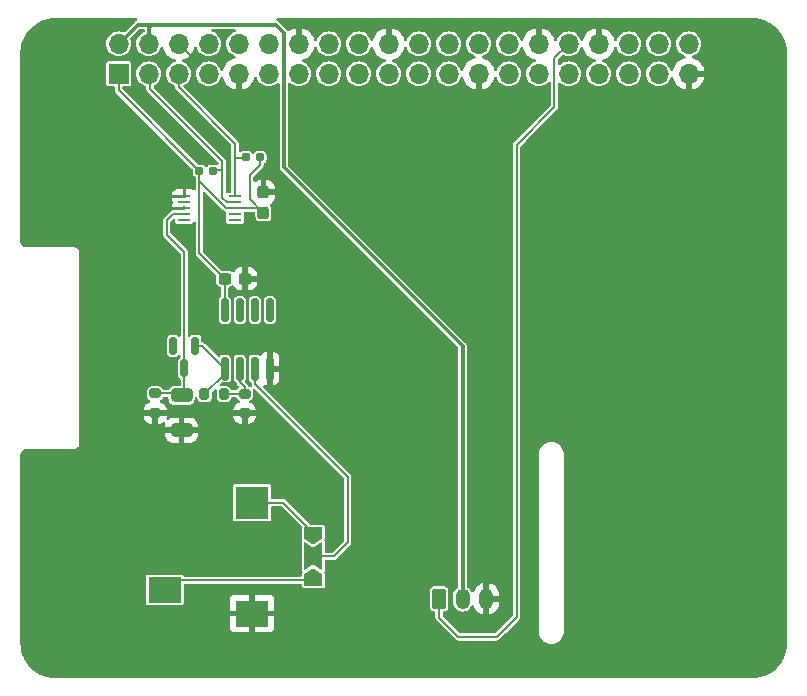
<source format=gtl>
G04 #@! TF.GenerationSoftware,KiCad,Pcbnew,(7.0.0)*
G04 #@! TF.CreationDate,2023-04-13T16:49:27+01:00*
G04 #@! TF.ProjectId,Pi_HAT,50695f48-4154-42e6-9b69-6361645f7063,rev?*
G04 #@! TF.SameCoordinates,Original*
G04 #@! TF.FileFunction,Copper,L1,Top*
G04 #@! TF.FilePolarity,Positive*
%FSLAX46Y46*%
G04 Gerber Fmt 4.6, Leading zero omitted, Abs format (unit mm)*
G04 Created by KiCad (PCBNEW (7.0.0)) date 2023-04-13 16:49:27*
%MOMM*%
%LPD*%
G01*
G04 APERTURE LIST*
G04 Aperture macros list*
%AMRoundRect*
0 Rectangle with rounded corners*
0 $1 Rounding radius*
0 $2 $3 $4 $5 $6 $7 $8 $9 X,Y pos of 4 corners*
0 Add a 4 corners polygon primitive as box body*
4,1,4,$2,$3,$4,$5,$6,$7,$8,$9,$2,$3,0*
0 Add four circle primitives for the rounded corners*
1,1,$1+$1,$2,$3*
1,1,$1+$1,$4,$5*
1,1,$1+$1,$6,$7*
1,1,$1+$1,$8,$9*
0 Add four rect primitives between the rounded corners*
20,1,$1+$1,$2,$3,$4,$5,0*
20,1,$1+$1,$4,$5,$6,$7,0*
20,1,$1+$1,$6,$7,$8,$9,0*
20,1,$1+$1,$8,$9,$2,$3,0*%
%AMFreePoly0*
4,1,6,1.000000,0.000000,0.500000,-0.750000,-0.500000,-0.750000,-0.500000,0.750000,0.500000,0.750000,1.000000,0.000000,1.000000,0.000000,$1*%
%AMFreePoly1*
4,1,7,0.700000,0.000000,1.200000,-0.750000,-1.200000,-0.750000,-0.700000,0.000000,-1.200000,0.750000,1.200000,0.750000,0.700000,0.000000,0.700000,0.000000,$1*%
G04 Aperture macros list end*
G04 #@! TA.AperFunction,ComponentPad*
%ADD10RoundRect,0.250000X-0.350000X-0.625000X0.350000X-0.625000X0.350000X0.625000X-0.350000X0.625000X0*%
G04 #@! TD*
G04 #@! TA.AperFunction,ComponentPad*
%ADD11O,1.200000X1.750000*%
G04 #@! TD*
G04 #@! TA.AperFunction,SMDPad,CuDef*
%ADD12RoundRect,0.237500X-0.300000X-0.237500X0.300000X-0.237500X0.300000X0.237500X-0.300000X0.237500X0*%
G04 #@! TD*
G04 #@! TA.AperFunction,SMDPad,CuDef*
%ADD13RoundRect,0.150000X-0.150000X0.587500X-0.150000X-0.587500X0.150000X-0.587500X0.150000X0.587500X0*%
G04 #@! TD*
G04 #@! TA.AperFunction,SMDPad,CuDef*
%ADD14R,1.100000X0.250000*%
G04 #@! TD*
G04 #@! TA.AperFunction,SMDPad,CuDef*
%ADD15RoundRect,0.200000X0.275000X-0.200000X0.275000X0.200000X-0.275000X0.200000X-0.275000X-0.200000X0*%
G04 #@! TD*
G04 #@! TA.AperFunction,SMDPad,CuDef*
%ADD16FreePoly0,270.000000*%
G04 #@! TD*
G04 #@! TA.AperFunction,SMDPad,CuDef*
%ADD17FreePoly1,270.000000*%
G04 #@! TD*
G04 #@! TA.AperFunction,SMDPad,CuDef*
%ADD18FreePoly0,90.000000*%
G04 #@! TD*
G04 #@! TA.AperFunction,SMDPad,CuDef*
%ADD19RoundRect,0.237500X0.237500X-0.300000X0.237500X0.300000X-0.237500X0.300000X-0.237500X-0.300000X0*%
G04 #@! TD*
G04 #@! TA.AperFunction,SMDPad,CuDef*
%ADD20RoundRect,0.160000X-0.197500X-0.160000X0.197500X-0.160000X0.197500X0.160000X-0.197500X0.160000X0*%
G04 #@! TD*
G04 #@! TA.AperFunction,SMDPad,CuDef*
%ADD21RoundRect,0.150000X0.150000X-0.825000X0.150000X0.825000X-0.150000X0.825000X-0.150000X-0.825000X0*%
G04 #@! TD*
G04 #@! TA.AperFunction,SMDPad,CuDef*
%ADD22R,2.800000X2.200000*%
G04 #@! TD*
G04 #@! TA.AperFunction,SMDPad,CuDef*
%ADD23R,2.800000X2.800000*%
G04 #@! TD*
G04 #@! TA.AperFunction,SMDPad,CuDef*
%ADD24RoundRect,0.250000X-0.650000X0.325000X-0.650000X-0.325000X0.650000X-0.325000X0.650000X0.325000X0*%
G04 #@! TD*
G04 #@! TA.AperFunction,SMDPad,CuDef*
%ADD25RoundRect,0.160000X0.197500X0.160000X-0.197500X0.160000X-0.197500X-0.160000X0.197500X-0.160000X0*%
G04 #@! TD*
G04 #@! TA.AperFunction,SMDPad,CuDef*
%ADD26RoundRect,0.200000X-0.200000X-0.275000X0.200000X-0.275000X0.200000X0.275000X-0.200000X0.275000X0*%
G04 #@! TD*
G04 #@! TA.AperFunction,ComponentPad*
%ADD27R,1.700000X1.700000*%
G04 #@! TD*
G04 #@! TA.AperFunction,ComponentPad*
%ADD28O,1.700000X1.700000*%
G04 #@! TD*
G04 #@! TA.AperFunction,Conductor*
%ADD29C,0.200000*%
G04 #@! TD*
G04 #@! TA.AperFunction,Conductor*
%ADD30C,0.300000*%
G04 #@! TD*
G04 APERTURE END LIST*
D10*
X135490000Y-93220000D03*
D11*
X137489999Y-93219999D03*
X139489999Y-93219999D03*
D12*
X117350000Y-66130000D03*
X119075000Y-66130000D03*
D13*
X114865000Y-71805000D03*
X112965000Y-71805000D03*
X113915000Y-73680000D03*
D14*
X113919999Y-59149999D03*
X113919999Y-59649999D03*
X113919999Y-60149999D03*
X113919999Y-60649999D03*
X113919999Y-61149999D03*
X118219999Y-61149999D03*
X118219999Y-60649999D03*
X118219999Y-60149999D03*
X118219999Y-59649999D03*
X118219999Y-59149999D03*
D15*
X111460000Y-77490000D03*
X111460000Y-75840000D03*
D16*
X124860000Y-87640000D03*
D17*
X124860000Y-89640000D03*
D18*
X124860000Y-91640000D03*
D19*
X120630000Y-60535000D03*
X120630000Y-58810000D03*
D20*
X115195000Y-56980000D03*
X116390000Y-56980000D03*
D21*
X117350000Y-73730000D03*
X118620000Y-73730000D03*
X119890000Y-73730000D03*
X121160000Y-73730000D03*
X121160000Y-68780000D03*
X119890000Y-68780000D03*
X118620000Y-68780000D03*
X117350000Y-68780000D03*
D22*
X112259999Y-92469999D03*
X119659999Y-94469999D03*
D23*
X119659999Y-85069999D03*
D24*
X113690000Y-78960000D03*
X113690000Y-76010000D03*
D25*
X120335000Y-55840000D03*
X119140000Y-55840000D03*
D15*
X119030000Y-77515000D03*
X119030000Y-75865000D03*
D26*
X115635000Y-75920000D03*
X117285000Y-75920000D03*
D27*
X108369999Y-48769999D03*
D28*
X108369999Y-46229999D03*
X110909999Y-48769999D03*
X110909999Y-46229999D03*
X113449999Y-48769999D03*
X113449999Y-46229999D03*
X115989999Y-48769999D03*
X115989999Y-46229999D03*
X118529999Y-48769999D03*
X118529999Y-46229999D03*
X121069999Y-48769999D03*
X121069999Y-46229999D03*
X123609999Y-48769999D03*
X123609999Y-46229999D03*
X126149999Y-48769999D03*
X126149999Y-46229999D03*
X128689999Y-48769999D03*
X128689999Y-46229999D03*
X131229999Y-48769999D03*
X131229999Y-46229999D03*
X133769999Y-48769999D03*
X133769999Y-46229999D03*
X136309999Y-48769999D03*
X136309999Y-46229999D03*
X138849999Y-48769999D03*
X138849999Y-46229999D03*
X141389999Y-48769999D03*
X141389999Y-46229999D03*
X143929999Y-48769999D03*
X143929999Y-46229999D03*
X146469999Y-48769999D03*
X146469999Y-46229999D03*
X149009999Y-48769999D03*
X149009999Y-46229999D03*
X151549999Y-48769999D03*
X151549999Y-46229999D03*
X154089999Y-48769999D03*
X154089999Y-46229999D03*
X156629999Y-48769999D03*
X156629999Y-46229999D03*
D29*
X113450000Y-46230000D02*
X114690000Y-47470000D01*
X114690000Y-47470000D02*
X114760000Y-47470000D01*
X117150000Y-59250000D02*
X117150000Y-56960000D01*
X117150000Y-56960000D02*
X116410000Y-56960000D01*
X116410000Y-56960000D02*
X116390000Y-56980000D01*
X111020000Y-50050000D02*
X111020000Y-48880000D01*
X117150000Y-56180000D02*
X111020000Y-50050000D01*
X111020000Y-48880000D02*
X110910000Y-48770000D01*
X117150000Y-56960000D02*
X117150000Y-56180000D01*
X118220000Y-59650000D02*
X117550000Y-59650000D01*
X117550000Y-59650000D02*
X117150000Y-59250000D01*
X113460000Y-48780000D02*
X113450000Y-48770000D01*
X119120000Y-55860000D02*
X119140000Y-55840000D01*
X113460000Y-49920000D02*
X113460000Y-48780000D01*
X118220000Y-55860000D02*
X118220000Y-54680000D01*
X118220000Y-54680000D02*
X113460000Y-49920000D01*
X118220000Y-59150000D02*
X118220000Y-55860000D01*
X118220000Y-55860000D02*
X119120000Y-55860000D01*
X142060000Y-54806346D02*
X145250000Y-51616346D01*
X142060000Y-94760000D02*
X142060000Y-54806346D01*
X135490000Y-93220000D02*
X135490000Y-94810000D01*
X135490000Y-94810000D02*
X137140000Y-96460000D01*
X137140000Y-96460000D02*
X140360000Y-96460000D01*
X140360000Y-96460000D02*
X142060000Y-94760000D01*
X145250000Y-51616346D02*
X145250000Y-47450000D01*
X145250000Y-47450000D02*
X146470000Y-46230000D01*
D30*
X110910000Y-44910000D02*
X110910000Y-46230000D01*
X137490000Y-93220000D02*
X137490000Y-71820000D01*
X111190000Y-44630000D02*
X110910000Y-44910000D01*
X111710000Y-44630000D02*
X111190000Y-44630000D01*
X122350000Y-45280000D02*
X121700000Y-44630000D01*
X121700000Y-44630000D02*
X111710000Y-44630000D01*
X109970000Y-44630000D02*
X111710000Y-44630000D01*
X108370000Y-46230000D02*
X109970000Y-44630000D01*
X137490000Y-71820000D02*
X122350000Y-56680000D01*
X122350000Y-56680000D02*
X122350000Y-45280000D01*
D29*
X120245000Y-60150000D02*
X118220000Y-60150000D01*
X119470000Y-57350000D02*
X120335000Y-56485000D01*
X115195000Y-63975000D02*
X117350000Y-66130000D01*
X115195000Y-56980000D02*
X115195000Y-57550000D01*
X108370000Y-50155000D02*
X115195000Y-56980000D01*
X120630000Y-60535000D02*
X120245000Y-60150000D01*
X108370000Y-48770000D02*
X108370000Y-50155000D01*
X115195000Y-57550000D02*
X115195000Y-57860686D01*
X115195000Y-57860686D02*
X117484314Y-60150000D01*
X120630000Y-60535000D02*
X119470000Y-59375000D01*
X115195000Y-57550000D02*
X115195000Y-63975000D01*
X117484314Y-60150000D02*
X118220000Y-60150000D01*
X119470000Y-59375000D02*
X119470000Y-57350000D01*
X120335000Y-56485000D02*
X120335000Y-55840000D01*
X117350000Y-68780000D02*
X117350000Y-66130000D01*
X117350000Y-73730000D02*
X117350000Y-74205000D01*
X114865000Y-71805000D02*
X115425000Y-71805000D01*
X117350000Y-74205000D02*
X115635000Y-75920000D01*
X115425000Y-71805000D02*
X117350000Y-73730000D01*
X112430000Y-61190000D02*
X112970000Y-60650000D01*
X113915000Y-73680000D02*
X113915000Y-63865000D01*
X112970000Y-60650000D02*
X113920000Y-60650000D01*
X113690000Y-76010000D02*
X113520000Y-75840000D01*
X113915000Y-63865000D02*
X112430000Y-62380000D01*
X112430000Y-62380000D02*
X112430000Y-61190000D01*
X113520000Y-75840000D02*
X111460000Y-75840000D01*
X113915000Y-75785000D02*
X113690000Y-76010000D01*
X113915000Y-73680000D02*
X113915000Y-75785000D01*
X119040000Y-75970000D02*
X119045000Y-75975000D01*
X119030000Y-75260000D02*
X119030000Y-75865000D01*
X118620000Y-73730000D02*
X118620000Y-74850000D01*
X119030000Y-75865000D02*
X117340000Y-75865000D01*
X117340000Y-75865000D02*
X117285000Y-75920000D01*
X118620000Y-74850000D02*
X119030000Y-75260000D01*
X119920000Y-73760000D02*
X119890000Y-73730000D01*
X126560000Y-89640000D02*
X127750000Y-88450000D01*
X127750000Y-88450000D02*
X127750000Y-82900000D01*
X127750000Y-82900000D02*
X119920000Y-75070000D01*
X124860000Y-89640000D02*
X126560000Y-89640000D01*
X119920000Y-75070000D02*
X119920000Y-73760000D01*
X120225686Y-85070000D02*
X119942843Y-85352843D01*
X122290000Y-85070000D02*
X120225686Y-85070000D01*
X124860000Y-87640000D02*
X122290000Y-85070000D01*
X124860000Y-91640000D02*
X113090000Y-91640000D01*
X113090000Y-91640000D02*
X112260000Y-92470000D01*
G04 #@! TA.AperFunction,Conductor*
G36*
X109891868Y-44069594D02*
G01*
X109937620Y-44120996D01*
X109948921Y-44188875D01*
X109922292Y-44252327D01*
X109869493Y-44289316D01*
X109868607Y-44289427D01*
X109861939Y-44292686D01*
X109854619Y-44293908D01*
X109845588Y-44298794D01*
X109845582Y-44298797D01*
X109811808Y-44317074D01*
X109807257Y-44319417D01*
X109772746Y-44336289D01*
X109772741Y-44336292D01*
X109763517Y-44340802D01*
X109758269Y-44346049D01*
X109751742Y-44349582D01*
X109744785Y-44357138D01*
X109744786Y-44357138D01*
X109718769Y-44385399D01*
X109715223Y-44389094D01*
X108884509Y-45219808D01*
X108826958Y-45252411D01*
X108760833Y-45250788D01*
X108715788Y-45237123D01*
X108581764Y-45196468D01*
X108581759Y-45196467D01*
X108575934Y-45194700D01*
X108569875Y-45194103D01*
X108569869Y-45194102D01*
X108376061Y-45175014D01*
X108370000Y-45174417D01*
X108363939Y-45175014D01*
X108170130Y-45194102D01*
X108170122Y-45194103D01*
X108164066Y-45194700D01*
X108158242Y-45196466D01*
X108158235Y-45196468D01*
X107971877Y-45252999D01*
X107971875Y-45252999D01*
X107966046Y-45254768D01*
X107960679Y-45257636D01*
X107960671Y-45257640D01*
X107788920Y-45349444D01*
X107788915Y-45349447D01*
X107783550Y-45352315D01*
X107778846Y-45356174D01*
X107778842Y-45356178D01*
X107628296Y-45479727D01*
X107628290Y-45479732D01*
X107623590Y-45483590D01*
X107619732Y-45488290D01*
X107619727Y-45488296D01*
X107496178Y-45638842D01*
X107496174Y-45638846D01*
X107492315Y-45643550D01*
X107489447Y-45648915D01*
X107489444Y-45648920D01*
X107397640Y-45820671D01*
X107397636Y-45820679D01*
X107394768Y-45826046D01*
X107392999Y-45831875D01*
X107392999Y-45831877D01*
X107336468Y-46018235D01*
X107336466Y-46018242D01*
X107334700Y-46024066D01*
X107334103Y-46030122D01*
X107334102Y-46030130D01*
X107333866Y-46032530D01*
X107314417Y-46230000D01*
X107315014Y-46236061D01*
X107334102Y-46429869D01*
X107334103Y-46429875D01*
X107334700Y-46435934D01*
X107336467Y-46441759D01*
X107336468Y-46441764D01*
X107375778Y-46571351D01*
X107394768Y-46633954D01*
X107397638Y-46639323D01*
X107397640Y-46639328D01*
X107440500Y-46719512D01*
X107492315Y-46816450D01*
X107623590Y-46976410D01*
X107783550Y-47107685D01*
X107966046Y-47205232D01*
X108164066Y-47265300D01*
X108370000Y-47285583D01*
X108575934Y-47265300D01*
X108773954Y-47205232D01*
X108956450Y-47107685D01*
X109116410Y-46976410D01*
X109247685Y-46816450D01*
X109345232Y-46633954D01*
X109405300Y-46435934D01*
X109425583Y-46230000D01*
X109405300Y-46024066D01*
X109349210Y-45839162D01*
X109347588Y-45773040D01*
X109380189Y-45715491D01*
X110078862Y-45016819D01*
X110119091Y-44989939D01*
X110166544Y-44980500D01*
X110435500Y-44980500D01*
X110497500Y-44997113D01*
X110542887Y-45042500D01*
X110559500Y-45104500D01*
X110559500Y-45151873D01*
X110541859Y-45215621D01*
X110493954Y-45261231D01*
X110328920Y-45349444D01*
X110328915Y-45349447D01*
X110323550Y-45352315D01*
X110318846Y-45356174D01*
X110318842Y-45356178D01*
X110168296Y-45479727D01*
X110168290Y-45479732D01*
X110163590Y-45483590D01*
X110159732Y-45488290D01*
X110159727Y-45488296D01*
X110036178Y-45638842D01*
X110036174Y-45638846D01*
X110032315Y-45643550D01*
X110029447Y-45648915D01*
X110029444Y-45648920D01*
X109937640Y-45820671D01*
X109937636Y-45820679D01*
X109934768Y-45826046D01*
X109932999Y-45831875D01*
X109932999Y-45831877D01*
X109876468Y-46018235D01*
X109876466Y-46018242D01*
X109874700Y-46024066D01*
X109874103Y-46030122D01*
X109874102Y-46030130D01*
X109873866Y-46032530D01*
X109854417Y-46230000D01*
X109855014Y-46236061D01*
X109874102Y-46429869D01*
X109874103Y-46429875D01*
X109874700Y-46435934D01*
X109876467Y-46441759D01*
X109876468Y-46441764D01*
X109915778Y-46571351D01*
X109934768Y-46633954D01*
X109937638Y-46639323D01*
X109937640Y-46639328D01*
X109980500Y-46719512D01*
X110032315Y-46816450D01*
X110163590Y-46976410D01*
X110323550Y-47107685D01*
X110506046Y-47205232D01*
X110704066Y-47265300D01*
X110910000Y-47285583D01*
X111115934Y-47265300D01*
X111313954Y-47205232D01*
X111496450Y-47107685D01*
X111656410Y-46976410D01*
X111787685Y-46816450D01*
X111885232Y-46633954D01*
X111905406Y-46567448D01*
X111938709Y-46513499D01*
X111994329Y-46483062D01*
X112057724Y-46484099D01*
X112112319Y-46516338D01*
X112143841Y-46571350D01*
X112175168Y-46688263D01*
X112178856Y-46698397D01*
X112274113Y-46902676D01*
X112279501Y-46912008D01*
X112408784Y-47096643D01*
X112415721Y-47104909D01*
X112575090Y-47264278D01*
X112583356Y-47271215D01*
X112767991Y-47400498D01*
X112777323Y-47405886D01*
X112981602Y-47501143D01*
X112991738Y-47504832D01*
X113108648Y-47536158D01*
X113163660Y-47567680D01*
X113195899Y-47622274D01*
X113196937Y-47685668D01*
X113166502Y-47741289D01*
X113112551Y-47774593D01*
X113051883Y-47792996D01*
X113051870Y-47793001D01*
X113046046Y-47794768D01*
X113040679Y-47797636D01*
X113040671Y-47797640D01*
X112868920Y-47889444D01*
X112868915Y-47889447D01*
X112863550Y-47892315D01*
X112858846Y-47896174D01*
X112858842Y-47896178D01*
X112708296Y-48019727D01*
X112708290Y-48019732D01*
X112703590Y-48023590D01*
X112699732Y-48028290D01*
X112699727Y-48028296D01*
X112576178Y-48178842D01*
X112576174Y-48178846D01*
X112572315Y-48183550D01*
X112569447Y-48188915D01*
X112569444Y-48188920D01*
X112477640Y-48360671D01*
X112477636Y-48360679D01*
X112474768Y-48366046D01*
X112472999Y-48371875D01*
X112472999Y-48371877D01*
X112416468Y-48558235D01*
X112416466Y-48558242D01*
X112414700Y-48564066D01*
X112414103Y-48570122D01*
X112414102Y-48570130D01*
X112406827Y-48644000D01*
X112394417Y-48770000D01*
X112395014Y-48776061D01*
X112414102Y-48969869D01*
X112414103Y-48969875D01*
X112414700Y-48975934D01*
X112416467Y-48981759D01*
X112416468Y-48981764D01*
X112455778Y-49111351D01*
X112474768Y-49173954D01*
X112477638Y-49179323D01*
X112477640Y-49179328D01*
X112520500Y-49259512D01*
X112572315Y-49356450D01*
X112703590Y-49516410D01*
X112863550Y-49647685D01*
X113046046Y-49745232D01*
X113051872Y-49746999D01*
X113051874Y-49747000D01*
X113071028Y-49752810D01*
X113121009Y-49782115D01*
X113152220Y-49830930D01*
X113156792Y-49877785D01*
X113157227Y-49877765D01*
X113157757Y-49889235D01*
X113157757Y-49889237D01*
X113159368Y-49924080D01*
X113159500Y-49929806D01*
X113159500Y-49947844D01*
X113160552Y-49953471D01*
X113160635Y-49954368D01*
X113161031Y-49960072D01*
X113161884Y-49978516D01*
X113162415Y-49989992D01*
X113167054Y-50000499D01*
X113168792Y-50007888D01*
X113170082Y-50012052D01*
X113172827Y-50019137D01*
X113174939Y-50030433D01*
X113189001Y-50053146D01*
X113197003Y-50068327D01*
X113203152Y-50082254D01*
X113203153Y-50082256D01*
X113207794Y-50092765D01*
X113215917Y-50100888D01*
X113220209Y-50107153D01*
X113222915Y-50110569D01*
X113228031Y-50116181D01*
X113234081Y-50125952D01*
X113243249Y-50132875D01*
X113255396Y-50142048D01*
X113268351Y-50153322D01*
X117883181Y-54768153D01*
X117910061Y-54808381D01*
X117919500Y-54855834D01*
X117919500Y-55806840D01*
X117918971Y-55818280D01*
X117918742Y-55820743D01*
X117915599Y-55831793D01*
X117916658Y-55843232D01*
X117916659Y-55843232D01*
X117918971Y-55868183D01*
X117919500Y-55879624D01*
X117919500Y-58700500D01*
X117902887Y-58762500D01*
X117857500Y-58807887D01*
X117795500Y-58824500D01*
X117650252Y-58824500D01*
X117644277Y-58825688D01*
X117644271Y-58825689D01*
X117598691Y-58834756D01*
X117544370Y-58833423D01*
X117495835Y-58808992D01*
X117462405Y-58766156D01*
X117450500Y-58713139D01*
X117450500Y-57013160D01*
X117451029Y-57001720D01*
X117451257Y-56999256D01*
X117454401Y-56988207D01*
X117451028Y-56951816D01*
X117450500Y-56940376D01*
X117450500Y-56231856D01*
X117450748Y-56228275D01*
X117452773Y-56222235D01*
X117450632Y-56175920D01*
X117450500Y-56170194D01*
X117450500Y-56157894D01*
X117450500Y-56152156D01*
X117449444Y-56146512D01*
X117449365Y-56145656D01*
X117448967Y-56139926D01*
X117448115Y-56121488D01*
X117447585Y-56110008D01*
X117442942Y-56099492D01*
X117441200Y-56092086D01*
X117439923Y-56087963D01*
X117437172Y-56080862D01*
X117435061Y-56069567D01*
X117429013Y-56059799D01*
X117429012Y-56059796D01*
X117421002Y-56046860D01*
X117412998Y-56031678D01*
X117402206Y-56007235D01*
X117394080Y-55999109D01*
X117389786Y-55992840D01*
X117387083Y-55989429D01*
X117381968Y-55983818D01*
X117375919Y-55974048D01*
X117354602Y-55957950D01*
X117341648Y-55946677D01*
X111356819Y-49961848D01*
X111329939Y-49921620D01*
X111320500Y-49874167D01*
X111320500Y-49816056D01*
X111338141Y-49752308D01*
X111386046Y-49706698D01*
X111424297Y-49686252D01*
X111496450Y-49647685D01*
X111656410Y-49516410D01*
X111787685Y-49356450D01*
X111885232Y-49173954D01*
X111945300Y-48975934D01*
X111965583Y-48770000D01*
X111945300Y-48564066D01*
X111885232Y-48366046D01*
X111787685Y-48183550D01*
X111656410Y-48023590D01*
X111496450Y-47892315D01*
X111401886Y-47841769D01*
X111319328Y-47797640D01*
X111319323Y-47797638D01*
X111313954Y-47794768D01*
X111250264Y-47775448D01*
X111121764Y-47736468D01*
X111121759Y-47736467D01*
X111115934Y-47734700D01*
X111109875Y-47734103D01*
X111109869Y-47734102D01*
X110916061Y-47715014D01*
X110910000Y-47714417D01*
X110903939Y-47715014D01*
X110710130Y-47734102D01*
X110710122Y-47734103D01*
X110704066Y-47734700D01*
X110698242Y-47736466D01*
X110698235Y-47736468D01*
X110511877Y-47792999D01*
X110511875Y-47792999D01*
X110506046Y-47794768D01*
X110500679Y-47797636D01*
X110500671Y-47797640D01*
X110328920Y-47889444D01*
X110328915Y-47889447D01*
X110323550Y-47892315D01*
X110318846Y-47896174D01*
X110318842Y-47896178D01*
X110168296Y-48019727D01*
X110168290Y-48019732D01*
X110163590Y-48023590D01*
X110159732Y-48028290D01*
X110159727Y-48028296D01*
X110036178Y-48178842D01*
X110036174Y-48178846D01*
X110032315Y-48183550D01*
X110029447Y-48188915D01*
X110029444Y-48188920D01*
X109937640Y-48360671D01*
X109937636Y-48360679D01*
X109934768Y-48366046D01*
X109932999Y-48371875D01*
X109932999Y-48371877D01*
X109876468Y-48558235D01*
X109876466Y-48558242D01*
X109874700Y-48564066D01*
X109874103Y-48570122D01*
X109874102Y-48570130D01*
X109866827Y-48644000D01*
X109854417Y-48770000D01*
X109855014Y-48776061D01*
X109874102Y-48969869D01*
X109874103Y-48969875D01*
X109874700Y-48975934D01*
X109876467Y-48981759D01*
X109876468Y-48981764D01*
X109915778Y-49111351D01*
X109934768Y-49173954D01*
X109937638Y-49179323D01*
X109937640Y-49179328D01*
X109980500Y-49259512D01*
X110032315Y-49356450D01*
X110163590Y-49516410D01*
X110323550Y-49647685D01*
X110506046Y-49745232D01*
X110631495Y-49783286D01*
X110677259Y-49808719D01*
X110708447Y-49850771D01*
X110719500Y-49901947D01*
X110719500Y-49998144D01*
X110719251Y-50001724D01*
X110717227Y-50007765D01*
X110717757Y-50019239D01*
X110717757Y-50019243D01*
X110719368Y-50054080D01*
X110719500Y-50059806D01*
X110719500Y-50077844D01*
X110720552Y-50083471D01*
X110720635Y-50084368D01*
X110721031Y-50090072D01*
X110721884Y-50108516D01*
X110722415Y-50119992D01*
X110727054Y-50130499D01*
X110728792Y-50137888D01*
X110730082Y-50142052D01*
X110732827Y-50149137D01*
X110734939Y-50160433D01*
X110749001Y-50183146D01*
X110757003Y-50198327D01*
X110763152Y-50212254D01*
X110763153Y-50212256D01*
X110767794Y-50222765D01*
X110775917Y-50230888D01*
X110780209Y-50237153D01*
X110782915Y-50240569D01*
X110788031Y-50246181D01*
X110794081Y-50255952D01*
X110803249Y-50262875D01*
X110815396Y-50272048D01*
X110828351Y-50283322D01*
X116807486Y-56262457D01*
X116839820Y-56318953D01*
X116839079Y-56384044D01*
X116805470Y-56439791D01*
X116748252Y-56470831D01*
X116691902Y-56468908D01*
X116691786Y-56469709D01*
X116684571Y-56468657D01*
X116684563Y-56468656D01*
X116682257Y-56468320D01*
X116682255Y-56468320D01*
X116626151Y-56460146D01*
X116626146Y-56460145D01*
X116621715Y-56459500D01*
X116617228Y-56459500D01*
X116162773Y-56459500D01*
X116162759Y-56459500D01*
X116158286Y-56459501D01*
X116153857Y-56460146D01*
X116153846Y-56460147D01*
X116097744Y-56468320D01*
X116097739Y-56468321D01*
X116088214Y-56469709D01*
X116079562Y-56473938D01*
X116079561Y-56473939D01*
X115989357Y-56518037D01*
X115989353Y-56518039D01*
X115980125Y-56522551D01*
X115972861Y-56529814D01*
X115972858Y-56529817D01*
X115902316Y-56600359D01*
X115902313Y-56600362D01*
X115895051Y-56607625D01*
X115891844Y-56614184D01*
X115849250Y-56651022D01*
X115792500Y-56664770D01*
X115735750Y-56651022D01*
X115693155Y-56614184D01*
X115689949Y-56607625D01*
X115604875Y-56522551D01*
X115505439Y-56473939D01*
X115505435Y-56473937D01*
X115505433Y-56473936D01*
X115496786Y-56469709D01*
X115487260Y-56468321D01*
X115431151Y-56460146D01*
X115431146Y-56460145D01*
X115426715Y-56459500D01*
X115422229Y-56459500D01*
X115150833Y-56459500D01*
X115103380Y-56450061D01*
X115063152Y-56423181D01*
X108706819Y-50066848D01*
X108679939Y-50026620D01*
X108670500Y-49979167D01*
X108670500Y-49944500D01*
X108687113Y-49882500D01*
X108732500Y-49837113D01*
X108794500Y-49820500D01*
X109233652Y-49820500D01*
X109239748Y-49820500D01*
X109298231Y-49808867D01*
X109364552Y-49764552D01*
X109408867Y-49698231D01*
X109420500Y-49639748D01*
X109420500Y-47900252D01*
X109408867Y-47841769D01*
X109364552Y-47775448D01*
X109298231Y-47731133D01*
X109286253Y-47728750D01*
X109286252Y-47728750D01*
X109245728Y-47720689D01*
X109245723Y-47720688D01*
X109239748Y-47719500D01*
X107500252Y-47719500D01*
X107494277Y-47720688D01*
X107494271Y-47720689D01*
X107453747Y-47728750D01*
X107453745Y-47728750D01*
X107441769Y-47731133D01*
X107431618Y-47737915D01*
X107431615Y-47737917D01*
X107385601Y-47768663D01*
X107385598Y-47768665D01*
X107375448Y-47775448D01*
X107368665Y-47785598D01*
X107368663Y-47785601D01*
X107337917Y-47831615D01*
X107337915Y-47831618D01*
X107331133Y-47841769D01*
X107328750Y-47853745D01*
X107328750Y-47853747D01*
X107320689Y-47894271D01*
X107320688Y-47894277D01*
X107319500Y-47900252D01*
X107319500Y-49639748D01*
X107320688Y-49645723D01*
X107320689Y-49645728D01*
X107321650Y-49650557D01*
X107331133Y-49698231D01*
X107337916Y-49708383D01*
X107337917Y-49708384D01*
X107367266Y-49752308D01*
X107375448Y-49764552D01*
X107441769Y-49808867D01*
X107500252Y-49820500D01*
X107945500Y-49820500D01*
X108007500Y-49837113D01*
X108052887Y-49882500D01*
X108069500Y-49944500D01*
X108069500Y-50103144D01*
X108069251Y-50106724D01*
X108067227Y-50112765D01*
X108067757Y-50124239D01*
X108067757Y-50124243D01*
X108069368Y-50159080D01*
X108069500Y-50164806D01*
X108069500Y-50182844D01*
X108070552Y-50188471D01*
X108070635Y-50189368D01*
X108071031Y-50195072D01*
X108071182Y-50198327D01*
X108072415Y-50224992D01*
X108077054Y-50235499D01*
X108078792Y-50242888D01*
X108080082Y-50247052D01*
X108082827Y-50254137D01*
X108084939Y-50265433D01*
X108099001Y-50288146D01*
X108107003Y-50303327D01*
X108113152Y-50317254D01*
X108113153Y-50317256D01*
X108117794Y-50327765D01*
X108125917Y-50335888D01*
X108130209Y-50342153D01*
X108132915Y-50345569D01*
X108138031Y-50351181D01*
X108144081Y-50360952D01*
X108153249Y-50367875D01*
X108165396Y-50377048D01*
X108178351Y-50388322D01*
X114600681Y-56810653D01*
X114627561Y-56850881D01*
X114637000Y-56898334D01*
X114637000Y-57169725D01*
X114637000Y-57169738D01*
X114637001Y-57174214D01*
X114637646Y-57178643D01*
X114637647Y-57178653D01*
X114645820Y-57234755D01*
X114645821Y-57234758D01*
X114647209Y-57244286D01*
X114700051Y-57352375D01*
X114785125Y-57437449D01*
X114813353Y-57451248D01*
X114824961Y-57456924D01*
X114875688Y-57502663D01*
X114894500Y-57568324D01*
X114894500Y-57808830D01*
X114894251Y-57812410D01*
X114892227Y-57818451D01*
X114892757Y-57829925D01*
X114892757Y-57829929D01*
X114894368Y-57864766D01*
X114894500Y-57870492D01*
X114894500Y-58473698D01*
X114878254Y-58535058D01*
X114833774Y-58580339D01*
X114772714Y-58597678D01*
X114711074Y-58582531D01*
X114703777Y-58578547D01*
X114584641Y-58534111D01*
X114569667Y-58530573D01*
X114521114Y-58525353D01*
X114514518Y-58525000D01*
X114061326Y-58525000D01*
X114048450Y-58528450D01*
X114045000Y-58541326D01*
X114045000Y-59200500D01*
X114028387Y-59262500D01*
X113983000Y-59307887D01*
X113921000Y-59324500D01*
X113889887Y-59324500D01*
X113842434Y-59315061D01*
X113802206Y-59288181D01*
X113792813Y-59278788D01*
X113778674Y-59275000D01*
X112886326Y-59275000D01*
X112873450Y-59278450D01*
X112870000Y-59291326D01*
X112870000Y-59319518D01*
X112870353Y-59326114D01*
X112875573Y-59374667D01*
X112879111Y-59389641D01*
X112923547Y-59508777D01*
X112931962Y-59524190D01*
X112970514Y-59575687D01*
X112992414Y-59623640D01*
X112992414Y-59676356D01*
X112970515Y-59724309D01*
X112931964Y-59775806D01*
X112923547Y-59791222D01*
X112879111Y-59910358D01*
X112875573Y-59925332D01*
X112870353Y-59973885D01*
X112870000Y-59980482D01*
X112870000Y-60008674D01*
X112873450Y-60021549D01*
X112886326Y-60025000D01*
X113778674Y-60025000D01*
X113792813Y-60021211D01*
X113802206Y-60011819D01*
X113842434Y-59984939D01*
X113889887Y-59975500D01*
X113921000Y-59975500D01*
X113983000Y-59992113D01*
X114028387Y-60037500D01*
X114045000Y-60099500D01*
X114045000Y-60151000D01*
X114028387Y-60213000D01*
X113983000Y-60258387D01*
X113921000Y-60275000D01*
X112886326Y-60275000D01*
X112873450Y-60278450D01*
X112865775Y-60307094D01*
X112864644Y-60306791D01*
X112855694Y-60342965D01*
X112816077Y-60387444D01*
X112807740Y-60393154D01*
X112797234Y-60397794D01*
X112789112Y-60405914D01*
X112782876Y-60410187D01*
X112779410Y-60412932D01*
X112773811Y-60418035D01*
X112764048Y-60424081D01*
X112757129Y-60433242D01*
X112757121Y-60433250D01*
X112747947Y-60445399D01*
X112736678Y-60458348D01*
X112254187Y-60940840D01*
X112251471Y-60943203D01*
X112245772Y-60946042D01*
X112238039Y-60954523D01*
X112238034Y-60954528D01*
X112214521Y-60980320D01*
X112210575Y-60984452D01*
X112201877Y-60993151D01*
X112201873Y-60993155D01*
X112197826Y-60997203D01*
X112194592Y-61001921D01*
X112194006Y-61002628D01*
X112190259Y-61006934D01*
X112177822Y-61020578D01*
X112170084Y-61029067D01*
X112165935Y-61039773D01*
X112161956Y-61046201D01*
X112159895Y-61050112D01*
X112156834Y-61057043D01*
X112150344Y-61066519D01*
X112147714Y-61077696D01*
X112147711Y-61077705D01*
X112144228Y-61092516D01*
X112139150Y-61108915D01*
X112133651Y-61123109D01*
X112133650Y-61123114D01*
X112129500Y-61133827D01*
X112129500Y-61145317D01*
X112128103Y-61152791D01*
X112127603Y-61157094D01*
X112127251Y-61164697D01*
X112124621Y-61175881D01*
X112126208Y-61187258D01*
X112126208Y-61187262D01*
X112128311Y-61202333D01*
X112129500Y-61219465D01*
X112129500Y-62328144D01*
X112129251Y-62331724D01*
X112127227Y-62337765D01*
X112127757Y-62349239D01*
X112127757Y-62349243D01*
X112129368Y-62384080D01*
X112129500Y-62389806D01*
X112129500Y-62407844D01*
X112130552Y-62413471D01*
X112130635Y-62414368D01*
X112131031Y-62420072D01*
X112131884Y-62438516D01*
X112132415Y-62449992D01*
X112137054Y-62460499D01*
X112138792Y-62467888D01*
X112140082Y-62472052D01*
X112142827Y-62479137D01*
X112144939Y-62490433D01*
X112159001Y-62513146D01*
X112167003Y-62528327D01*
X112173152Y-62542254D01*
X112173153Y-62542256D01*
X112177794Y-62552765D01*
X112185917Y-62560888D01*
X112190209Y-62567153D01*
X112192915Y-62570569D01*
X112198031Y-62576181D01*
X112204081Y-62585952D01*
X112213249Y-62592875D01*
X112225396Y-62602048D01*
X112238351Y-62613322D01*
X113578181Y-63953152D01*
X113605061Y-63993380D01*
X113614500Y-64040833D01*
X113614500Y-70921957D01*
X113600985Y-70978252D01*
X113563385Y-71022275D01*
X113509898Y-71044430D01*
X113452182Y-71039888D01*
X113402819Y-71009638D01*
X113328748Y-70935567D01*
X113328747Y-70935566D01*
X113321483Y-70928302D01*
X113312256Y-70923791D01*
X113312253Y-70923789D01*
X113225045Y-70881156D01*
X113225041Y-70881154D01*
X113216393Y-70876927D01*
X113196865Y-70874081D01*
X113152697Y-70867646D01*
X113152690Y-70867645D01*
X113148260Y-70867000D01*
X112781740Y-70867000D01*
X112777310Y-70867645D01*
X112777302Y-70867646D01*
X112723140Y-70875538D01*
X112713607Y-70876927D01*
X112704960Y-70881154D01*
X112704954Y-70881156D01*
X112617746Y-70923789D01*
X112617740Y-70923792D01*
X112608517Y-70928302D01*
X112601254Y-70935564D01*
X112601251Y-70935567D01*
X112533067Y-71003751D01*
X112533064Y-71003754D01*
X112525802Y-71011017D01*
X112521292Y-71020240D01*
X112521289Y-71020246D01*
X112478656Y-71107454D01*
X112478654Y-71107460D01*
X112474427Y-71116107D01*
X112473038Y-71125639D01*
X112473038Y-71125640D01*
X112465146Y-71179802D01*
X112465145Y-71179810D01*
X112464500Y-71184240D01*
X112464500Y-72425760D01*
X112465145Y-72430190D01*
X112465146Y-72430197D01*
X112471581Y-72474365D01*
X112474427Y-72493893D01*
X112478654Y-72502541D01*
X112478656Y-72502545D01*
X112521289Y-72589753D01*
X112521291Y-72589756D01*
X112525802Y-72598983D01*
X112608517Y-72681698D01*
X112617744Y-72686209D01*
X112617746Y-72686210D01*
X112704954Y-72728843D01*
X112713607Y-72733073D01*
X112781740Y-72743000D01*
X113143778Y-72743000D01*
X113148260Y-72743000D01*
X113216393Y-72733073D01*
X113321483Y-72681698D01*
X113402818Y-72600362D01*
X113452182Y-72570112D01*
X113509898Y-72565570D01*
X113563385Y-72587725D01*
X113600985Y-72631748D01*
X113614500Y-72688043D01*
X113614500Y-72701581D01*
X113600751Y-72758332D01*
X113564306Y-72800471D01*
X113558517Y-72803302D01*
X113551252Y-72810566D01*
X113551249Y-72810569D01*
X113483067Y-72878751D01*
X113483064Y-72878754D01*
X113475802Y-72886017D01*
X113471292Y-72895240D01*
X113471289Y-72895246D01*
X113428656Y-72982454D01*
X113428654Y-72982460D01*
X113424427Y-72991107D01*
X113423038Y-73000639D01*
X113423038Y-73000640D01*
X113415146Y-73054802D01*
X113415145Y-73054810D01*
X113414500Y-73059240D01*
X113414500Y-74300760D01*
X113424427Y-74368893D01*
X113428654Y-74377541D01*
X113428656Y-74377545D01*
X113471289Y-74464753D01*
X113471291Y-74464756D01*
X113475802Y-74473983D01*
X113558517Y-74556698D01*
X113564306Y-74559528D01*
X113600751Y-74601668D01*
X113614500Y-74658419D01*
X113614500Y-75110500D01*
X113597887Y-75172500D01*
X113552500Y-75217887D01*
X113490500Y-75234500D01*
X112985734Y-75234500D01*
X112982859Y-75234769D01*
X112982850Y-75234770D01*
X112962812Y-75236649D01*
X112962807Y-75236650D01*
X112955301Y-75237354D01*
X112948189Y-75239842D01*
X112948182Y-75239844D01*
X112835886Y-75279138D01*
X112835880Y-75279140D01*
X112827118Y-75282207D01*
X112819646Y-75287720D01*
X112819641Y-75287724D01*
X112725327Y-75357331D01*
X112725324Y-75357333D01*
X112717850Y-75362850D01*
X112712333Y-75370324D01*
X112712331Y-75370327D01*
X112642724Y-75464641D01*
X112642720Y-75464646D01*
X112637207Y-75472118D01*
X112635962Y-75475675D01*
X112592440Y-75521710D01*
X112528444Y-75539500D01*
X112209272Y-75539500D01*
X112144482Y-75521228D01*
X112098787Y-75471795D01*
X112085584Y-75445883D01*
X112063050Y-75401658D01*
X111973342Y-75311950D01*
X111944458Y-75297233D01*
X111897964Y-75273543D01*
X111860304Y-75254354D01*
X111850667Y-75252827D01*
X111850662Y-75252826D01*
X111771339Y-75240263D01*
X111771333Y-75240262D01*
X111766519Y-75239500D01*
X111761640Y-75239500D01*
X111158352Y-75239500D01*
X111158339Y-75239500D01*
X111153482Y-75239501D01*
X111148680Y-75240261D01*
X111148673Y-75240262D01*
X111069331Y-75252828D01*
X111069330Y-75252828D01*
X111059696Y-75254354D01*
X111051010Y-75258779D01*
X111051003Y-75258782D01*
X110955353Y-75307519D01*
X110955349Y-75307521D01*
X110946658Y-75311950D01*
X110939759Y-75318848D01*
X110939756Y-75318851D01*
X110863851Y-75394756D01*
X110863848Y-75394759D01*
X110856950Y-75401658D01*
X110852521Y-75410349D01*
X110852519Y-75410353D01*
X110816581Y-75480886D01*
X110799354Y-75514696D01*
X110797827Y-75524330D01*
X110797826Y-75524337D01*
X110785263Y-75603660D01*
X110785262Y-75603667D01*
X110784500Y-75608481D01*
X110784500Y-75613358D01*
X110784500Y-75613359D01*
X110784500Y-76066647D01*
X110784500Y-76066659D01*
X110784501Y-76071518D01*
X110785261Y-76076320D01*
X110785262Y-76076326D01*
X110788460Y-76096519D01*
X110799354Y-76165304D01*
X110803780Y-76173991D01*
X110803782Y-76173996D01*
X110848383Y-76261529D01*
X110856950Y-76278342D01*
X110946658Y-76368050D01*
X110982177Y-76386148D01*
X110995611Y-76392993D01*
X111039810Y-76430835D01*
X111061883Y-76484671D01*
X111056967Y-76542649D01*
X111026148Y-76592002D01*
X110976209Y-76621863D01*
X110902764Y-76644750D01*
X110889179Y-76650864D01*
X110756543Y-76731045D01*
X110744822Y-76740228D01*
X110635228Y-76849822D01*
X110626045Y-76861543D01*
X110545864Y-76994179D01*
X110539748Y-77007767D01*
X110493361Y-77156627D01*
X110490815Y-77169431D01*
X110485661Y-77226143D01*
X110488450Y-77236549D01*
X110501326Y-77240000D01*
X112418673Y-77240000D01*
X112431548Y-77236549D01*
X112434337Y-77226143D01*
X112429184Y-77169429D01*
X112426638Y-77156630D01*
X112380251Y-77007767D01*
X112374135Y-76994179D01*
X112293954Y-76861543D01*
X112284771Y-76849822D01*
X112175177Y-76740228D01*
X112163456Y-76731045D01*
X112030820Y-76650864D01*
X112017236Y-76644750D01*
X111943790Y-76621863D01*
X111893851Y-76592002D01*
X111863031Y-76542649D01*
X111858117Y-76484671D01*
X111880189Y-76430834D01*
X111924386Y-76392994D01*
X111973342Y-76368050D01*
X112063050Y-76278342D01*
X112098786Y-76208205D01*
X112144482Y-76158772D01*
X112209272Y-76140500D01*
X112465500Y-76140500D01*
X112527500Y-76157113D01*
X112572887Y-76202500D01*
X112589500Y-76264500D01*
X112589500Y-76389266D01*
X112589769Y-76392141D01*
X112589770Y-76392149D01*
X112591649Y-76412187D01*
X112591649Y-76412191D01*
X112592354Y-76419699D01*
X112594842Y-76426811D01*
X112594844Y-76426817D01*
X112634138Y-76539113D01*
X112634139Y-76539116D01*
X112637207Y-76547882D01*
X112642722Y-76555355D01*
X112642724Y-76555358D01*
X112691807Y-76621863D01*
X112717850Y-76657150D01*
X112743207Y-76675864D01*
X112817974Y-76731045D01*
X112827118Y-76737793D01*
X112955301Y-76782646D01*
X112985734Y-76785500D01*
X114391373Y-76785500D01*
X114394266Y-76785500D01*
X114424699Y-76782646D01*
X114552882Y-76737793D01*
X114662150Y-76657150D01*
X114742793Y-76547882D01*
X114787646Y-76419699D01*
X114790500Y-76389266D01*
X114790500Y-76261529D01*
X114805527Y-76202361D01*
X114846965Y-76157534D01*
X114904772Y-76137911D01*
X114964936Y-76148250D01*
X115012877Y-76186044D01*
X115036973Y-76242132D01*
X115049354Y-76320304D01*
X115053780Y-76328991D01*
X115053782Y-76328996D01*
X115102519Y-76424646D01*
X115106950Y-76433342D01*
X115196658Y-76523050D01*
X115309696Y-76580646D01*
X115403481Y-76595500D01*
X115866518Y-76595499D01*
X115960304Y-76580646D01*
X116073342Y-76523050D01*
X116163050Y-76433342D01*
X116220646Y-76320304D01*
X116235500Y-76226519D01*
X116235499Y-75795831D01*
X116244938Y-75748379D01*
X116271815Y-75708154D01*
X116474494Y-75505475D01*
X116527565Y-75474085D01*
X116589197Y-75472139D01*
X116644146Y-75500118D01*
X116678824Y-75551105D01*
X116683818Y-75603670D01*
X116685645Y-75603814D01*
X116685263Y-75608660D01*
X116684500Y-75613481D01*
X116684500Y-75618358D01*
X116684500Y-75618359D01*
X116684500Y-76221647D01*
X116684500Y-76221659D01*
X116684501Y-76226518D01*
X116685261Y-76231320D01*
X116685262Y-76231326D01*
X116696243Y-76300662D01*
X116699354Y-76320304D01*
X116703780Y-76328991D01*
X116703782Y-76328996D01*
X116752519Y-76424646D01*
X116756950Y-76433342D01*
X116846658Y-76523050D01*
X116959696Y-76580646D01*
X117053481Y-76595500D01*
X117516518Y-76595499D01*
X117610304Y-76580646D01*
X117723342Y-76523050D01*
X117813050Y-76433342D01*
X117870646Y-76320304D01*
X117878597Y-76270102D01*
X117900752Y-76216615D01*
X117944775Y-76179015D01*
X118001070Y-76165500D01*
X118280728Y-76165500D01*
X118345518Y-76183772D01*
X118391213Y-76233205D01*
X118426950Y-76303342D01*
X118516658Y-76393050D01*
X118554216Y-76412187D01*
X118565611Y-76417993D01*
X118609810Y-76455835D01*
X118631883Y-76509671D01*
X118626967Y-76567649D01*
X118596148Y-76617002D01*
X118546209Y-76646863D01*
X118472764Y-76669750D01*
X118459179Y-76675864D01*
X118326543Y-76756045D01*
X118314822Y-76765228D01*
X118205228Y-76874822D01*
X118196045Y-76886543D01*
X118115864Y-77019179D01*
X118109748Y-77032767D01*
X118063361Y-77181627D01*
X118060815Y-77194431D01*
X118055661Y-77251143D01*
X118058450Y-77261549D01*
X118071326Y-77265000D01*
X119988673Y-77265000D01*
X120001548Y-77261549D01*
X120004337Y-77251143D01*
X119999184Y-77194429D01*
X119996638Y-77181630D01*
X119950251Y-77032767D01*
X119944135Y-77019179D01*
X119863954Y-76886543D01*
X119854771Y-76874822D01*
X119745177Y-76765228D01*
X119733456Y-76756045D01*
X119600820Y-76675864D01*
X119587236Y-76669750D01*
X119513790Y-76646863D01*
X119463851Y-76617002D01*
X119433031Y-76567649D01*
X119428117Y-76509671D01*
X119450189Y-76455834D01*
X119494386Y-76417994D01*
X119543342Y-76393050D01*
X119633050Y-76303342D01*
X119690646Y-76190304D01*
X119705500Y-76096519D01*
X119705499Y-75633482D01*
X119698766Y-75590968D01*
X119704571Y-75529569D01*
X119739238Y-75478559D01*
X119794191Y-75450559D01*
X119855835Y-75452497D01*
X119908921Y-75483892D01*
X127413181Y-82988152D01*
X127440061Y-83028380D01*
X127449500Y-83075833D01*
X127449500Y-88274167D01*
X127440061Y-88321620D01*
X127413181Y-88361848D01*
X126471848Y-89303181D01*
X126431620Y-89330061D01*
X126384167Y-89339500D01*
X125938428Y-89339500D01*
X125876428Y-89322887D01*
X125831041Y-89277500D01*
X125814428Y-89215500D01*
X125814428Y-88445583D01*
X125814428Y-88440000D01*
X125801338Y-88368024D01*
X125792760Y-88353705D01*
X125775169Y-88292976D01*
X125789805Y-88231471D01*
X125803556Y-88205779D01*
X125814428Y-88140000D01*
X125814428Y-87140000D01*
X125798867Y-87061769D01*
X125754552Y-86995448D01*
X125688231Y-86951133D01*
X125676253Y-86948750D01*
X125676252Y-86948750D01*
X125615980Y-86936761D01*
X125615975Y-86936760D01*
X125610000Y-86935572D01*
X125603904Y-86935572D01*
X124631905Y-86935572D01*
X124584452Y-86926133D01*
X124544224Y-86899253D01*
X122539155Y-84894184D01*
X122536797Y-84891474D01*
X122533958Y-84885772D01*
X122525466Y-84878030D01*
X122525465Y-84878029D01*
X122499681Y-84854524D01*
X122495539Y-84850568D01*
X122486852Y-84841881D01*
X122486851Y-84841880D01*
X122482797Y-84837826D01*
X122478066Y-84834584D01*
X122477386Y-84834020D01*
X122473067Y-84830262D01*
X122459423Y-84817823D01*
X122459421Y-84817821D01*
X122450933Y-84810084D01*
X122440220Y-84805933D01*
X122433780Y-84801946D01*
X122429902Y-84799902D01*
X122422958Y-84796835D01*
X122413481Y-84790344D01*
X122402302Y-84787714D01*
X122402294Y-84787711D01*
X122387484Y-84784228D01*
X122371086Y-84779150D01*
X122356891Y-84773651D01*
X122356885Y-84773649D01*
X122346173Y-84769500D01*
X122334682Y-84769500D01*
X122327208Y-84768103D01*
X122322905Y-84767603D01*
X122315302Y-84767251D01*
X122304119Y-84764621D01*
X122292741Y-84766208D01*
X122292737Y-84766208D01*
X122277667Y-84768311D01*
X122260535Y-84769500D01*
X121384500Y-84769500D01*
X121322500Y-84752887D01*
X121277113Y-84707500D01*
X121260500Y-84645500D01*
X121260500Y-83656348D01*
X121260500Y-83650252D01*
X121248867Y-83591769D01*
X121204552Y-83525448D01*
X121138231Y-83481133D01*
X121126253Y-83478750D01*
X121126252Y-83478750D01*
X121085728Y-83470689D01*
X121085723Y-83470688D01*
X121079748Y-83469500D01*
X118240252Y-83469500D01*
X118234277Y-83470688D01*
X118234271Y-83470689D01*
X118193747Y-83478750D01*
X118193745Y-83478750D01*
X118181769Y-83481133D01*
X118171618Y-83487915D01*
X118171615Y-83487917D01*
X118125601Y-83518663D01*
X118125598Y-83518665D01*
X118115448Y-83525448D01*
X118108665Y-83535598D01*
X118108663Y-83535601D01*
X118077917Y-83581615D01*
X118077915Y-83581618D01*
X118071133Y-83591769D01*
X118068750Y-83603745D01*
X118068750Y-83603747D01*
X118060689Y-83644271D01*
X118060688Y-83644277D01*
X118059500Y-83650252D01*
X118059500Y-86489748D01*
X118071133Y-86548231D01*
X118115448Y-86614552D01*
X118181769Y-86658867D01*
X118240252Y-86670500D01*
X121073652Y-86670500D01*
X121079748Y-86670500D01*
X121138231Y-86658867D01*
X121204552Y-86614552D01*
X121248867Y-86548231D01*
X121260500Y-86489748D01*
X121260500Y-85494500D01*
X121277113Y-85432500D01*
X121322500Y-85387113D01*
X121384500Y-85370500D01*
X122114167Y-85370500D01*
X122161620Y-85379939D01*
X122201848Y-85406819D01*
X123869253Y-87074224D01*
X123896133Y-87114452D01*
X123905572Y-87161905D01*
X123905572Y-88140000D01*
X123906399Y-88145007D01*
X123906400Y-88145012D01*
X123914783Y-88195735D01*
X123914784Y-88195740D01*
X123916444Y-88205779D01*
X123930194Y-88231472D01*
X123944830Y-88292975D01*
X123927242Y-88353700D01*
X123918662Y-88368024D01*
X123916661Y-88379024D01*
X123916660Y-88379028D01*
X123906570Y-88434507D01*
X123906569Y-88434517D01*
X123905572Y-88440000D01*
X123905572Y-90840000D01*
X123906569Y-90845483D01*
X123906570Y-90845492D01*
X123916660Y-90900971D01*
X123916661Y-90900973D01*
X123918662Y-90911976D01*
X123927240Y-90926296D01*
X123944830Y-90987021D01*
X123930194Y-91048527D01*
X123921247Y-91065243D01*
X123921243Y-91065252D01*
X123916444Y-91074221D01*
X123914785Y-91084257D01*
X123914783Y-91084264D01*
X123906400Y-91134987D01*
X123906399Y-91134993D01*
X123905572Y-91140000D01*
X123905572Y-91145079D01*
X123905572Y-91215500D01*
X123888959Y-91277500D01*
X123843572Y-91322887D01*
X123781572Y-91339500D01*
X113947039Y-91339500D01*
X113888586Y-91324858D01*
X113843937Y-91284391D01*
X113811336Y-91235601D01*
X113804552Y-91225448D01*
X113738231Y-91181133D01*
X113726253Y-91178750D01*
X113726252Y-91178750D01*
X113685728Y-91170689D01*
X113685723Y-91170688D01*
X113679748Y-91169500D01*
X110840252Y-91169500D01*
X110834277Y-91170688D01*
X110834271Y-91170689D01*
X110793747Y-91178750D01*
X110793745Y-91178750D01*
X110781769Y-91181133D01*
X110771618Y-91187915D01*
X110771615Y-91187917D01*
X110725601Y-91218663D01*
X110725598Y-91218665D01*
X110715448Y-91225448D01*
X110708665Y-91235598D01*
X110708663Y-91235601D01*
X110677917Y-91281615D01*
X110677915Y-91281618D01*
X110671133Y-91291769D01*
X110668750Y-91303745D01*
X110668750Y-91303747D01*
X110660689Y-91344271D01*
X110660688Y-91344277D01*
X110659500Y-91350252D01*
X110659500Y-93589748D01*
X110660688Y-93595723D01*
X110660689Y-93595728D01*
X110668750Y-93636252D01*
X110671133Y-93648231D01*
X110715448Y-93714552D01*
X110781769Y-93758867D01*
X110840252Y-93770500D01*
X113673652Y-93770500D01*
X113679748Y-93770500D01*
X113738231Y-93758867D01*
X113804552Y-93714552D01*
X113848867Y-93648231D01*
X113860500Y-93589748D01*
X113860500Y-92064500D01*
X113877113Y-92002500D01*
X113922500Y-91957113D01*
X113984500Y-91940500D01*
X123781572Y-91940500D01*
X123843572Y-91957113D01*
X123888959Y-92002500D01*
X123905572Y-92064500D01*
X123905572Y-92140000D01*
X123906760Y-92145975D01*
X123906761Y-92145980D01*
X123917054Y-92197724D01*
X123921133Y-92218231D01*
X123927916Y-92228383D01*
X123927917Y-92228384D01*
X123946561Y-92256287D01*
X123965448Y-92284552D01*
X124031769Y-92328867D01*
X124110000Y-92344428D01*
X125603904Y-92344428D01*
X125610000Y-92344428D01*
X125688231Y-92328867D01*
X125754552Y-92284552D01*
X125798867Y-92218231D01*
X125814428Y-92140000D01*
X125814428Y-91140000D01*
X125803556Y-91074221D01*
X125789805Y-91048527D01*
X125775169Y-90987020D01*
X125792761Y-90926292D01*
X125801338Y-90911976D01*
X125814428Y-90840000D01*
X125814428Y-90064500D01*
X125831041Y-90002500D01*
X125876428Y-89957113D01*
X125938428Y-89940500D01*
X126508144Y-89940500D01*
X126511724Y-89940748D01*
X126517765Y-89942773D01*
X126564079Y-89940632D01*
X126569806Y-89940500D01*
X126582111Y-89940500D01*
X126587844Y-89940500D01*
X126593478Y-89939445D01*
X126594351Y-89939365D01*
X126600072Y-89938967D01*
X126629992Y-89937585D01*
X126640506Y-89932941D01*
X126647908Y-89931201D01*
X126652038Y-89929922D01*
X126659135Y-89927172D01*
X126670433Y-89925061D01*
X126693144Y-89910998D01*
X126708319Y-89902999D01*
X126732765Y-89892206D01*
X126740892Y-89884077D01*
X126747175Y-89879774D01*
X126750555Y-89877096D01*
X126756176Y-89871970D01*
X126765952Y-89865919D01*
X126782053Y-89844595D01*
X126793314Y-89831655D01*
X127925823Y-88699146D01*
X127928522Y-88696798D01*
X127934228Y-88693958D01*
X127965487Y-88659667D01*
X127969402Y-88655567D01*
X127982174Y-88642797D01*
X127985422Y-88638054D01*
X127985965Y-88637401D01*
X127989733Y-88633072D01*
X128002174Y-88619425D01*
X128002173Y-88619425D01*
X128009916Y-88610933D01*
X128014067Y-88600214D01*
X128018070Y-88593751D01*
X128020077Y-88589944D01*
X128023158Y-88582965D01*
X128029656Y-88573481D01*
X128035772Y-88547472D01*
X128040843Y-88531097D01*
X128050500Y-88506173D01*
X128050500Y-88494677D01*
X128051896Y-88487210D01*
X128052396Y-88482905D01*
X128052747Y-88475307D01*
X128055379Y-88464119D01*
X128051689Y-88437667D01*
X128050500Y-88420535D01*
X128050500Y-82951856D01*
X128050748Y-82948275D01*
X128052773Y-82942235D01*
X128050632Y-82895920D01*
X128050500Y-82890194D01*
X128050500Y-82877894D01*
X128050500Y-82872156D01*
X128049444Y-82866512D01*
X128049365Y-82865656D01*
X128048967Y-82859926D01*
X128048115Y-82841488D01*
X128047585Y-82830008D01*
X128042942Y-82819492D01*
X128041200Y-82812086D01*
X128039923Y-82807963D01*
X128037172Y-82800862D01*
X128035061Y-82789567D01*
X128029013Y-82779799D01*
X128029012Y-82779796D01*
X128021002Y-82766860D01*
X128012998Y-82751678D01*
X128002206Y-82727235D01*
X127994080Y-82719109D01*
X127989786Y-82712840D01*
X127987083Y-82709429D01*
X127981968Y-82703818D01*
X127975919Y-82694048D01*
X127954602Y-82677950D01*
X127941648Y-82666677D01*
X120642303Y-75367332D01*
X120610076Y-75311243D01*
X120610482Y-75246555D01*
X120643411Y-75190875D01*
X120699902Y-75159355D01*
X120764579Y-75160575D01*
X120899223Y-75199692D01*
X120906293Y-75198286D01*
X120910000Y-75185144D01*
X121410000Y-75185144D01*
X121413706Y-75198286D01*
X121420776Y-75199692D01*
X121562705Y-75158458D01*
X121576912Y-75152310D01*
X121704838Y-75076655D01*
X121717074Y-75067164D01*
X121822164Y-74962074D01*
X121831655Y-74949838D01*
X121907310Y-74821912D01*
X121913458Y-74807705D01*
X121955331Y-74663579D01*
X121957597Y-74651173D01*
X121959808Y-74623076D01*
X121960000Y-74618197D01*
X121960000Y-73996326D01*
X121956549Y-73983450D01*
X121943674Y-73980000D01*
X121426326Y-73980000D01*
X121413450Y-73983450D01*
X121410000Y-73996326D01*
X121410000Y-75185144D01*
X120910000Y-75185144D01*
X120910000Y-73463674D01*
X121410000Y-73463674D01*
X121413450Y-73476549D01*
X121426326Y-73480000D01*
X121943674Y-73480000D01*
X121956549Y-73476549D01*
X121960000Y-73463674D01*
X121960000Y-72841803D01*
X121959808Y-72836923D01*
X121957597Y-72808826D01*
X121955331Y-72796420D01*
X121913458Y-72652294D01*
X121907310Y-72638087D01*
X121831655Y-72510161D01*
X121822164Y-72497925D01*
X121717074Y-72392835D01*
X121704838Y-72383344D01*
X121576912Y-72307689D01*
X121562705Y-72301541D01*
X121420776Y-72260307D01*
X121413706Y-72261713D01*
X121410000Y-72274856D01*
X121410000Y-73463674D01*
X120910000Y-73463674D01*
X120910000Y-72274856D01*
X120906293Y-72261713D01*
X120899223Y-72260307D01*
X120757294Y-72301541D01*
X120743087Y-72307689D01*
X120615161Y-72383344D01*
X120602925Y-72392835D01*
X120497835Y-72497925D01*
X120488342Y-72510163D01*
X120440541Y-72590990D01*
X120391560Y-72637599D01*
X120325409Y-72651583D01*
X120261756Y-72628785D01*
X120253748Y-72623067D01*
X120246483Y-72615802D01*
X120237253Y-72611289D01*
X120237252Y-72611289D01*
X120150045Y-72568656D01*
X120150041Y-72568654D01*
X120141393Y-72564427D01*
X120121865Y-72561581D01*
X120077697Y-72555146D01*
X120077690Y-72555145D01*
X120073260Y-72554500D01*
X119706740Y-72554500D01*
X119702310Y-72555145D01*
X119702302Y-72555146D01*
X119648140Y-72563038D01*
X119638607Y-72564427D01*
X119629960Y-72568654D01*
X119629954Y-72568656D01*
X119542746Y-72611289D01*
X119542740Y-72611292D01*
X119533517Y-72615802D01*
X119526254Y-72623064D01*
X119526251Y-72623067D01*
X119458067Y-72691251D01*
X119458064Y-72691254D01*
X119450802Y-72698517D01*
X119446292Y-72707740D01*
X119446289Y-72707746D01*
X119403656Y-72794954D01*
X119403654Y-72794960D01*
X119399427Y-72803607D01*
X119398038Y-72813139D01*
X119398038Y-72813140D01*
X119390146Y-72867302D01*
X119390145Y-72867310D01*
X119389500Y-72871740D01*
X119389500Y-74588260D01*
X119390145Y-74592690D01*
X119390146Y-74592697D01*
X119393862Y-74618197D01*
X119399427Y-74656393D01*
X119403654Y-74665041D01*
X119403656Y-74665045D01*
X119446289Y-74752253D01*
X119446291Y-74752256D01*
X119450802Y-74761483D01*
X119533517Y-74844198D01*
X119549959Y-74852235D01*
X119600687Y-74897974D01*
X119619500Y-74963637D01*
X119619500Y-75018144D01*
X119619251Y-75021724D01*
X119617227Y-75027765D01*
X119617757Y-75039239D01*
X119617757Y-75039243D01*
X119619368Y-75074080D01*
X119619500Y-75079806D01*
X119619500Y-75097844D01*
X119620552Y-75103471D01*
X119620635Y-75104368D01*
X119621031Y-75110072D01*
X119621808Y-75126861D01*
X119622415Y-75139992D01*
X119627055Y-75150503D01*
X119627066Y-75150546D01*
X119623375Y-75219967D01*
X119582904Y-75276492D01*
X119518374Y-75302354D01*
X119450068Y-75289423D01*
X119439005Y-75283786D01*
X119438997Y-75283783D01*
X119430304Y-75279354D01*
X119420663Y-75277827D01*
X119411386Y-75274813D01*
X119411798Y-75273543D01*
X119379864Y-75261729D01*
X119344281Y-75228680D01*
X119327692Y-75192326D01*
X119327585Y-75190009D01*
X119322943Y-75179497D01*
X119321203Y-75172098D01*
X119319923Y-75167964D01*
X119317172Y-75160864D01*
X119315061Y-75149567D01*
X119301001Y-75126859D01*
X119292995Y-75111671D01*
X119289923Y-75104713D01*
X119282206Y-75087235D01*
X119274078Y-75079107D01*
X119269783Y-75072837D01*
X119267083Y-75069429D01*
X119261968Y-75063818D01*
X119255919Y-75054048D01*
X119234602Y-75037950D01*
X119221648Y-75026677D01*
X119088065Y-74893094D01*
X119060229Y-74850488D01*
X119051852Y-74800288D01*
X119064346Y-74750952D01*
X119106342Y-74665048D01*
X119106343Y-74665045D01*
X119110573Y-74656393D01*
X119120500Y-74588260D01*
X119120500Y-72871740D01*
X119110573Y-72803607D01*
X119076770Y-72734461D01*
X119063710Y-72707746D01*
X119063709Y-72707744D01*
X119059198Y-72698517D01*
X118976483Y-72615802D01*
X118967256Y-72611291D01*
X118967253Y-72611289D01*
X118880045Y-72568656D01*
X118880041Y-72568654D01*
X118871393Y-72564427D01*
X118851865Y-72561581D01*
X118807697Y-72555146D01*
X118807690Y-72555145D01*
X118803260Y-72554500D01*
X118436740Y-72554500D01*
X118432310Y-72555145D01*
X118432302Y-72555146D01*
X118378140Y-72563038D01*
X118368607Y-72564427D01*
X118359960Y-72568654D01*
X118359954Y-72568656D01*
X118272746Y-72611289D01*
X118272740Y-72611292D01*
X118263517Y-72615802D01*
X118256254Y-72623064D01*
X118256251Y-72623067D01*
X118188067Y-72691251D01*
X118188064Y-72691254D01*
X118180802Y-72698517D01*
X118176292Y-72707740D01*
X118176289Y-72707746D01*
X118133656Y-72794954D01*
X118133654Y-72794960D01*
X118129427Y-72803607D01*
X118128038Y-72813139D01*
X118128038Y-72813140D01*
X118120146Y-72867302D01*
X118120145Y-72867310D01*
X118119500Y-72871740D01*
X118119500Y-74588260D01*
X118120145Y-74592690D01*
X118120146Y-74592697D01*
X118123862Y-74618197D01*
X118129427Y-74656393D01*
X118133654Y-74665041D01*
X118133656Y-74665045D01*
X118176289Y-74752253D01*
X118176291Y-74752256D01*
X118180802Y-74761483D01*
X118263517Y-74844198D01*
X118272748Y-74848710D01*
X118276925Y-74851693D01*
X118307846Y-74883530D01*
X118322258Y-74916601D01*
X118322415Y-74919992D01*
X118327053Y-74930498D01*
X118328792Y-74937888D01*
X118330082Y-74942052D01*
X118332827Y-74949137D01*
X118334939Y-74960433D01*
X118349001Y-74983146D01*
X118357003Y-74998327D01*
X118367794Y-75022765D01*
X118375920Y-75030891D01*
X118380216Y-75037163D01*
X118382915Y-75040570D01*
X118388031Y-75046182D01*
X118394081Y-75055952D01*
X118403250Y-75062876D01*
X118415396Y-75072048D01*
X118428351Y-75083322D01*
X118511637Y-75166608D01*
X118543731Y-75222195D01*
X118543731Y-75286382D01*
X118511638Y-75341970D01*
X118426950Y-75426658D01*
X118422521Y-75435349D01*
X118422519Y-75435353D01*
X118391213Y-75496795D01*
X118345518Y-75546228D01*
X118280728Y-75564500D01*
X117969462Y-75564500D01*
X117904672Y-75546227D01*
X117858977Y-75496795D01*
X117850871Y-75480886D01*
X117813050Y-75406658D01*
X117723342Y-75316950D01*
X117712141Y-75311243D01*
X117638151Y-75273543D01*
X117610304Y-75259354D01*
X117600667Y-75257827D01*
X117600662Y-75257826D01*
X117521339Y-75245263D01*
X117521333Y-75245262D01*
X117516519Y-75244500D01*
X117511640Y-75244500D01*
X117058352Y-75244500D01*
X117058339Y-75244500D01*
X117053482Y-75244501D01*
X117048678Y-75245261D01*
X117043812Y-75245645D01*
X117043669Y-75243829D01*
X116991058Y-75238808D01*
X116940094Y-75204118D01*
X116912133Y-75149173D01*
X116914089Y-75087554D01*
X116945475Y-75034494D01*
X117042212Y-74937757D01*
X117090842Y-74907749D01*
X117147769Y-74902736D01*
X117151472Y-74903275D01*
X117166740Y-74905500D01*
X117528778Y-74905500D01*
X117533260Y-74905500D01*
X117601393Y-74895573D01*
X117706483Y-74844198D01*
X117789198Y-74761483D01*
X117840573Y-74656393D01*
X117850500Y-74588260D01*
X117850500Y-72871740D01*
X117840573Y-72803607D01*
X117806770Y-72734461D01*
X117793710Y-72707746D01*
X117793709Y-72707744D01*
X117789198Y-72698517D01*
X117706483Y-72615802D01*
X117697256Y-72611291D01*
X117697253Y-72611289D01*
X117610045Y-72568656D01*
X117610041Y-72568654D01*
X117601393Y-72564427D01*
X117581865Y-72561581D01*
X117537697Y-72555146D01*
X117537690Y-72555145D01*
X117533260Y-72554500D01*
X117166740Y-72554500D01*
X117162310Y-72555145D01*
X117162302Y-72555146D01*
X117108140Y-72563038D01*
X117098607Y-72564427D01*
X117089960Y-72568654D01*
X117089954Y-72568656D01*
X117002746Y-72611289D01*
X117002740Y-72611292D01*
X116993517Y-72615802D01*
X116986254Y-72623064D01*
X116986251Y-72623067D01*
X116914826Y-72694493D01*
X116859239Y-72726587D01*
X116795051Y-72726587D01*
X116739464Y-72694493D01*
X115674155Y-71629184D01*
X115671797Y-71626474D01*
X115668958Y-71620772D01*
X115660466Y-71613030D01*
X115660465Y-71613029D01*
X115634681Y-71589524D01*
X115630539Y-71585568D01*
X115621852Y-71576881D01*
X115621851Y-71576880D01*
X115617797Y-71572826D01*
X115613066Y-71569584D01*
X115612386Y-71569020D01*
X115608067Y-71565262D01*
X115608034Y-71565232D01*
X115602060Y-71559785D01*
X115594423Y-71552823D01*
X115594421Y-71552821D01*
X115585933Y-71545084D01*
X115575220Y-71540933D01*
X115568780Y-71536946D01*
X115564902Y-71534902D01*
X115557958Y-71531835D01*
X115548481Y-71525344D01*
X115537302Y-71522714D01*
X115537294Y-71522711D01*
X115522484Y-71519228D01*
X115506086Y-71514150D01*
X115491890Y-71508650D01*
X115491881Y-71508648D01*
X115481173Y-71504500D01*
X115469683Y-71504500D01*
X115466718Y-71503946D01*
X115414775Y-71481012D01*
X115378500Y-71437329D01*
X115365500Y-71382057D01*
X115365500Y-71188722D01*
X115365500Y-71184240D01*
X115355573Y-71116107D01*
X115304198Y-71011017D01*
X115221483Y-70928302D01*
X115212256Y-70923791D01*
X115212253Y-70923789D01*
X115125045Y-70881156D01*
X115125041Y-70881154D01*
X115116393Y-70876927D01*
X115096865Y-70874081D01*
X115052697Y-70867646D01*
X115052690Y-70867645D01*
X115048260Y-70867000D01*
X114681740Y-70867000D01*
X114677310Y-70867645D01*
X114677302Y-70867646D01*
X114623140Y-70875538D01*
X114613607Y-70876927D01*
X114604960Y-70881154D01*
X114604954Y-70881156D01*
X114517746Y-70923789D01*
X114517740Y-70923792D01*
X114508517Y-70928302D01*
X114501254Y-70935564D01*
X114501251Y-70935567D01*
X114427181Y-71009638D01*
X114377818Y-71039888D01*
X114320102Y-71044430D01*
X114266615Y-71022275D01*
X114229015Y-70978252D01*
X114215500Y-70921957D01*
X114215500Y-63916856D01*
X114215748Y-63913275D01*
X114217773Y-63907235D01*
X114215632Y-63860920D01*
X114215500Y-63855194D01*
X114215500Y-63842894D01*
X114215500Y-63837156D01*
X114214444Y-63831512D01*
X114214365Y-63830656D01*
X114213967Y-63824926D01*
X114213916Y-63823820D01*
X114212585Y-63795008D01*
X114207942Y-63784492D01*
X114206200Y-63777086D01*
X114204923Y-63772963D01*
X114202172Y-63765862D01*
X114200061Y-63754567D01*
X114194013Y-63744799D01*
X114194012Y-63744796D01*
X114186002Y-63731860D01*
X114177998Y-63716678D01*
X114167206Y-63692235D01*
X114159080Y-63684109D01*
X114154786Y-63677840D01*
X114152083Y-63674429D01*
X114146968Y-63668818D01*
X114140919Y-63659048D01*
X114119602Y-63642950D01*
X114106648Y-63631677D01*
X112766819Y-62291848D01*
X112739939Y-62251620D01*
X112730500Y-62204167D01*
X112730500Y-61365833D01*
X112739939Y-61318380D01*
X112766819Y-61278152D01*
X112957819Y-61087152D01*
X113007182Y-61056902D01*
X113064898Y-61052360D01*
X113118385Y-61074515D01*
X113155985Y-61118538D01*
X113169500Y-61174833D01*
X113169500Y-61294748D01*
X113170688Y-61300723D01*
X113170689Y-61300728D01*
X113177852Y-61336736D01*
X113181133Y-61353231D01*
X113187916Y-61363383D01*
X113187917Y-61363384D01*
X113189553Y-61365833D01*
X113225448Y-61419552D01*
X113291769Y-61463867D01*
X113350252Y-61475500D01*
X114483652Y-61475500D01*
X114489748Y-61475500D01*
X114548231Y-61463867D01*
X114614552Y-61419552D01*
X114658867Y-61353231D01*
X114659630Y-61349390D01*
X114697614Y-61301208D01*
X114760771Y-61277908D01*
X114826795Y-61291041D01*
X114876227Y-61336736D01*
X114894500Y-61401526D01*
X114894500Y-63923144D01*
X114894251Y-63926724D01*
X114892227Y-63932765D01*
X114892757Y-63944239D01*
X114892757Y-63944243D01*
X114894368Y-63979080D01*
X114894500Y-63984806D01*
X114894500Y-64002844D01*
X114895552Y-64008471D01*
X114895635Y-64009368D01*
X114896031Y-64015072D01*
X114896884Y-64033516D01*
X114897415Y-64044992D01*
X114902054Y-64055499D01*
X114903792Y-64062888D01*
X114905082Y-64067052D01*
X114907827Y-64074137D01*
X114909939Y-64085433D01*
X114924001Y-64108146D01*
X114932003Y-64123327D01*
X114938152Y-64137254D01*
X114938153Y-64137256D01*
X114942794Y-64147765D01*
X114950917Y-64155888D01*
X114955209Y-64162153D01*
X114957915Y-64165569D01*
X114963031Y-64171181D01*
X114969081Y-64180952D01*
X114978249Y-64187875D01*
X114990396Y-64197048D01*
X115003351Y-64208322D01*
X116575681Y-65780652D01*
X116602561Y-65820880D01*
X116612000Y-65868333D01*
X116612000Y-66420256D01*
X116612269Y-66423129D01*
X116612270Y-66423141D01*
X116614070Y-66442331D01*
X116614775Y-66449849D01*
X116617267Y-66456971D01*
X116617268Y-66456975D01*
X116655313Y-66565701D01*
X116655315Y-66565705D01*
X116658384Y-66574475D01*
X116736789Y-66680711D01*
X116843025Y-66759116D01*
X116966460Y-66802308D01*
X117009841Y-66828449D01*
X117039154Y-66869760D01*
X117049500Y-66919347D01*
X117049500Y-67564081D01*
X117035751Y-67620832D01*
X116999306Y-67662971D01*
X116993517Y-67665802D01*
X116986252Y-67673066D01*
X116986249Y-67673069D01*
X116918067Y-67741251D01*
X116918064Y-67741254D01*
X116910802Y-67748517D01*
X116906292Y-67757740D01*
X116906289Y-67757746D01*
X116863656Y-67844954D01*
X116863654Y-67844960D01*
X116859427Y-67853607D01*
X116858038Y-67863139D01*
X116858038Y-67863140D01*
X116850146Y-67917302D01*
X116850145Y-67917310D01*
X116849500Y-67921740D01*
X116849500Y-69638260D01*
X116859427Y-69706393D01*
X116863654Y-69715041D01*
X116863656Y-69715045D01*
X116906289Y-69802253D01*
X116906291Y-69802256D01*
X116910802Y-69811483D01*
X116993517Y-69894198D01*
X117002744Y-69898709D01*
X117002746Y-69898710D01*
X117089954Y-69941343D01*
X117098607Y-69945573D01*
X117166740Y-69955500D01*
X117528778Y-69955500D01*
X117533260Y-69955500D01*
X117601393Y-69945573D01*
X117706483Y-69894198D01*
X117789198Y-69811483D01*
X117840573Y-69706393D01*
X117850500Y-69638260D01*
X118119500Y-69638260D01*
X118129427Y-69706393D01*
X118133654Y-69715041D01*
X118133656Y-69715045D01*
X118176289Y-69802253D01*
X118176291Y-69802256D01*
X118180802Y-69811483D01*
X118263517Y-69894198D01*
X118272744Y-69898709D01*
X118272746Y-69898710D01*
X118359954Y-69941343D01*
X118368607Y-69945573D01*
X118436740Y-69955500D01*
X118798778Y-69955500D01*
X118803260Y-69955500D01*
X118871393Y-69945573D01*
X118976483Y-69894198D01*
X119059198Y-69811483D01*
X119110573Y-69706393D01*
X119120500Y-69638260D01*
X119389500Y-69638260D01*
X119399427Y-69706393D01*
X119403654Y-69715041D01*
X119403656Y-69715045D01*
X119446289Y-69802253D01*
X119446291Y-69802256D01*
X119450802Y-69811483D01*
X119533517Y-69894198D01*
X119542744Y-69898709D01*
X119542746Y-69898710D01*
X119629954Y-69941343D01*
X119638607Y-69945573D01*
X119706740Y-69955500D01*
X120068778Y-69955500D01*
X120073260Y-69955500D01*
X120141393Y-69945573D01*
X120246483Y-69894198D01*
X120329198Y-69811483D01*
X120380573Y-69706393D01*
X120390500Y-69638260D01*
X120659500Y-69638260D01*
X120669427Y-69706393D01*
X120673654Y-69715041D01*
X120673656Y-69715045D01*
X120716289Y-69802253D01*
X120716291Y-69802256D01*
X120720802Y-69811483D01*
X120803517Y-69894198D01*
X120812744Y-69898709D01*
X120812746Y-69898710D01*
X120899954Y-69941343D01*
X120908607Y-69945573D01*
X120976740Y-69955500D01*
X121338778Y-69955500D01*
X121343260Y-69955500D01*
X121411393Y-69945573D01*
X121516483Y-69894198D01*
X121599198Y-69811483D01*
X121650573Y-69706393D01*
X121660500Y-69638260D01*
X121660500Y-67921740D01*
X121650573Y-67853607D01*
X121599198Y-67748517D01*
X121516483Y-67665802D01*
X121507256Y-67661291D01*
X121507253Y-67661289D01*
X121420045Y-67618656D01*
X121420041Y-67618654D01*
X121411393Y-67614427D01*
X121391865Y-67611581D01*
X121347697Y-67605146D01*
X121347690Y-67605145D01*
X121343260Y-67604500D01*
X120976740Y-67604500D01*
X120972310Y-67605145D01*
X120972302Y-67605146D01*
X120918140Y-67613038D01*
X120908607Y-67614427D01*
X120899960Y-67618654D01*
X120899954Y-67618656D01*
X120812746Y-67661289D01*
X120812740Y-67661292D01*
X120803517Y-67665802D01*
X120796254Y-67673064D01*
X120796251Y-67673067D01*
X120728067Y-67741251D01*
X120728064Y-67741254D01*
X120720802Y-67748517D01*
X120716292Y-67757740D01*
X120716289Y-67757746D01*
X120673656Y-67844954D01*
X120673654Y-67844960D01*
X120669427Y-67853607D01*
X120668038Y-67863139D01*
X120668038Y-67863140D01*
X120660146Y-67917302D01*
X120660145Y-67917310D01*
X120659500Y-67921740D01*
X120659500Y-69638260D01*
X120390500Y-69638260D01*
X120390500Y-67921740D01*
X120380573Y-67853607D01*
X120329198Y-67748517D01*
X120246483Y-67665802D01*
X120237256Y-67661291D01*
X120237253Y-67661289D01*
X120150045Y-67618656D01*
X120150041Y-67618654D01*
X120141393Y-67614427D01*
X120121865Y-67611581D01*
X120077697Y-67605146D01*
X120077690Y-67605145D01*
X120073260Y-67604500D01*
X119706740Y-67604500D01*
X119702310Y-67605145D01*
X119702302Y-67605146D01*
X119648140Y-67613038D01*
X119638607Y-67614427D01*
X119629960Y-67618654D01*
X119629954Y-67618656D01*
X119542746Y-67661289D01*
X119542740Y-67661292D01*
X119533517Y-67665802D01*
X119526254Y-67673064D01*
X119526251Y-67673067D01*
X119458067Y-67741251D01*
X119458064Y-67741254D01*
X119450802Y-67748517D01*
X119446292Y-67757740D01*
X119446289Y-67757746D01*
X119403656Y-67844954D01*
X119403654Y-67844960D01*
X119399427Y-67853607D01*
X119398038Y-67863139D01*
X119398038Y-67863140D01*
X119390146Y-67917302D01*
X119390145Y-67917310D01*
X119389500Y-67921740D01*
X119389500Y-69638260D01*
X119120500Y-69638260D01*
X119120500Y-67921740D01*
X119110573Y-67853607D01*
X119059198Y-67748517D01*
X118976483Y-67665802D01*
X118967256Y-67661291D01*
X118967253Y-67661289D01*
X118880045Y-67618656D01*
X118880041Y-67618654D01*
X118871393Y-67614427D01*
X118851865Y-67611581D01*
X118807697Y-67605146D01*
X118807690Y-67605145D01*
X118803260Y-67604500D01*
X118436740Y-67604500D01*
X118432310Y-67605145D01*
X118432302Y-67605146D01*
X118378140Y-67613038D01*
X118368607Y-67614427D01*
X118359960Y-67618654D01*
X118359954Y-67618656D01*
X118272746Y-67661289D01*
X118272740Y-67661292D01*
X118263517Y-67665802D01*
X118256254Y-67673064D01*
X118256251Y-67673067D01*
X118188067Y-67741251D01*
X118188064Y-67741254D01*
X118180802Y-67748517D01*
X118176292Y-67757740D01*
X118176289Y-67757746D01*
X118133656Y-67844954D01*
X118133654Y-67844960D01*
X118129427Y-67853607D01*
X118128038Y-67863139D01*
X118128038Y-67863140D01*
X118120146Y-67917302D01*
X118120145Y-67917310D01*
X118119500Y-67921740D01*
X118119500Y-69638260D01*
X117850500Y-69638260D01*
X117850500Y-67921740D01*
X117840573Y-67853607D01*
X117789198Y-67748517D01*
X117706483Y-67665802D01*
X117700693Y-67662971D01*
X117664249Y-67620832D01*
X117650500Y-67564081D01*
X117650500Y-66919347D01*
X117660846Y-66869760D01*
X117690159Y-66828449D01*
X117733539Y-66802308D01*
X117856975Y-66759116D01*
X117949943Y-66690503D01*
X118013107Y-66666717D01*
X118079376Y-66679542D01*
X118129110Y-66725178D01*
X118188760Y-66821886D01*
X118197665Y-66833148D01*
X118309351Y-66944834D01*
X118320613Y-66953739D01*
X118455047Y-67036659D01*
X118468055Y-67042725D01*
X118618424Y-67092552D01*
X118631580Y-67095368D01*
X118722723Y-67104680D01*
X118729000Y-67105000D01*
X118808674Y-67105000D01*
X118821549Y-67101549D01*
X118825000Y-67088674D01*
X118825000Y-67088673D01*
X119325000Y-67088673D01*
X119328450Y-67101548D01*
X119341326Y-67104999D01*
X119420997Y-67104999D01*
X119427279Y-67104678D01*
X119518412Y-67095369D01*
X119531581Y-67092550D01*
X119681944Y-67042725D01*
X119694952Y-67036659D01*
X119829386Y-66953739D01*
X119840648Y-66944834D01*
X119952334Y-66833148D01*
X119961239Y-66821886D01*
X120044159Y-66687452D01*
X120050225Y-66674444D01*
X120100052Y-66524075D01*
X120102868Y-66510919D01*
X120112180Y-66419776D01*
X120112500Y-66413500D01*
X120112500Y-66396326D01*
X120109049Y-66383450D01*
X120096174Y-66380000D01*
X119341326Y-66380000D01*
X119328450Y-66383450D01*
X119325000Y-66396326D01*
X119325000Y-67088673D01*
X118825000Y-67088673D01*
X118825000Y-65863674D01*
X119325000Y-65863674D01*
X119328450Y-65876549D01*
X119341326Y-65880000D01*
X120096173Y-65880000D01*
X120109048Y-65876549D01*
X120112499Y-65863674D01*
X120112499Y-65846503D01*
X120112178Y-65840220D01*
X120102869Y-65749087D01*
X120100050Y-65735918D01*
X120050225Y-65585555D01*
X120044159Y-65572547D01*
X119961239Y-65438113D01*
X119952334Y-65426851D01*
X119840648Y-65315165D01*
X119829386Y-65306260D01*
X119694952Y-65223340D01*
X119681944Y-65217274D01*
X119531575Y-65167447D01*
X119518419Y-65164631D01*
X119427276Y-65155319D01*
X119421000Y-65155000D01*
X119341326Y-65155000D01*
X119328450Y-65158450D01*
X119325000Y-65171326D01*
X119325000Y-65863674D01*
X118825000Y-65863674D01*
X118825000Y-65171327D01*
X118821549Y-65158451D01*
X118808674Y-65155001D01*
X118729003Y-65155001D01*
X118722720Y-65155321D01*
X118631587Y-65164630D01*
X118618418Y-65167449D01*
X118468055Y-65217274D01*
X118455047Y-65223340D01*
X118320613Y-65306260D01*
X118309351Y-65315165D01*
X118197665Y-65426851D01*
X118188763Y-65438110D01*
X118129110Y-65534822D01*
X118079376Y-65580457D01*
X118013107Y-65593282D01*
X117949939Y-65569494D01*
X117864454Y-65506403D01*
X117864450Y-65506401D01*
X117856975Y-65500884D01*
X117848205Y-65497815D01*
X117848201Y-65497813D01*
X117739475Y-65459768D01*
X117739471Y-65459767D01*
X117732349Y-65457275D01*
X117724831Y-65456570D01*
X117705641Y-65454770D01*
X117705629Y-65454769D01*
X117702756Y-65454500D01*
X117699862Y-65454500D01*
X117150833Y-65454500D01*
X117103380Y-65445061D01*
X117063152Y-65418181D01*
X115531819Y-63886848D01*
X115504939Y-63846620D01*
X115495500Y-63799167D01*
X115495500Y-58885519D01*
X115509015Y-58829224D01*
X115546615Y-58785201D01*
X115600102Y-58763046D01*
X115657818Y-58767588D01*
X115707181Y-58797838D01*
X117235155Y-60325812D01*
X117237516Y-60328525D01*
X117240356Y-60334228D01*
X117248844Y-60341966D01*
X117248845Y-60341967D01*
X117274631Y-60365474D01*
X117278772Y-60369429D01*
X117291517Y-60382174D01*
X117296244Y-60385412D01*
X117296935Y-60385986D01*
X117301242Y-60389733D01*
X117323381Y-60409916D01*
X117334101Y-60414068D01*
X117340578Y-60418079D01*
X117344396Y-60420092D01*
X117351356Y-60423164D01*
X117360833Y-60429657D01*
X117373893Y-60432728D01*
X117382149Y-60436761D01*
X117382528Y-60436928D01*
X117382521Y-60436942D01*
X117423240Y-60456829D01*
X117457339Y-60499879D01*
X117469500Y-60553434D01*
X117469500Y-60794748D01*
X117481133Y-60853231D01*
X117484595Y-60858412D01*
X117492867Y-60899997D01*
X117484596Y-60941585D01*
X117481133Y-60946769D01*
X117478751Y-60958743D01*
X117478750Y-60958746D01*
X117470689Y-60999271D01*
X117470688Y-60999277D01*
X117469500Y-61005252D01*
X117469500Y-61294748D01*
X117470688Y-61300723D01*
X117470689Y-61300728D01*
X117477852Y-61336736D01*
X117481133Y-61353231D01*
X117487916Y-61363383D01*
X117487917Y-61363384D01*
X117489553Y-61365833D01*
X117525448Y-61419552D01*
X117591769Y-61463867D01*
X117650252Y-61475500D01*
X118783652Y-61475500D01*
X118789748Y-61475500D01*
X118848231Y-61463867D01*
X118914552Y-61419552D01*
X118958867Y-61353231D01*
X118970500Y-61294748D01*
X118970500Y-61005252D01*
X118958867Y-60946769D01*
X118955403Y-60941586D01*
X118947132Y-60899997D01*
X118955403Y-60858414D01*
X118958867Y-60853231D01*
X118970500Y-60794748D01*
X118970500Y-60574500D01*
X118987113Y-60512500D01*
X119032500Y-60467113D01*
X119094500Y-60450500D01*
X119830500Y-60450500D01*
X119892500Y-60467113D01*
X119937887Y-60512500D01*
X119954500Y-60574500D01*
X119954500Y-60887756D01*
X119954769Y-60890629D01*
X119954770Y-60890641D01*
X119955648Y-60899997D01*
X119957275Y-60917349D01*
X119959767Y-60924471D01*
X119959768Y-60924475D01*
X119997813Y-61033201D01*
X119997815Y-61033205D01*
X120000884Y-61041975D01*
X120079289Y-61148211D01*
X120185525Y-61226616D01*
X120310151Y-61270225D01*
X120339744Y-61273000D01*
X120917362Y-61273000D01*
X120920256Y-61273000D01*
X120949849Y-61270225D01*
X121074475Y-61226616D01*
X121180711Y-61148211D01*
X121259116Y-61041975D01*
X121302725Y-60917349D01*
X121305500Y-60887756D01*
X121305500Y-60182244D01*
X121302725Y-60152651D01*
X121283409Y-60097452D01*
X121262186Y-60036798D01*
X121262185Y-60036797D01*
X121259116Y-60028025D01*
X121244834Y-60008674D01*
X121190505Y-59935060D01*
X121166717Y-59871892D01*
X121179542Y-59805622D01*
X121225179Y-59755888D01*
X121321888Y-59696237D01*
X121333148Y-59687334D01*
X121444834Y-59575648D01*
X121453739Y-59564386D01*
X121536659Y-59429952D01*
X121542725Y-59416944D01*
X121592552Y-59266575D01*
X121595368Y-59253419D01*
X121604680Y-59162276D01*
X121605000Y-59156000D01*
X121605000Y-59076326D01*
X121601549Y-59063450D01*
X121588674Y-59060000D01*
X120504000Y-59060000D01*
X120442000Y-59043387D01*
X120396613Y-58998000D01*
X120380000Y-58936000D01*
X120380000Y-58543674D01*
X120880000Y-58543674D01*
X120883450Y-58556549D01*
X120896326Y-58560000D01*
X121588673Y-58560000D01*
X121601548Y-58556549D01*
X121604999Y-58543674D01*
X121604999Y-58464003D01*
X121604678Y-58457720D01*
X121595369Y-58366587D01*
X121592550Y-58353418D01*
X121542725Y-58203055D01*
X121536659Y-58190047D01*
X121453739Y-58055613D01*
X121444834Y-58044351D01*
X121333148Y-57932665D01*
X121321886Y-57923760D01*
X121187452Y-57840840D01*
X121174444Y-57834774D01*
X121024075Y-57784947D01*
X121010919Y-57782131D01*
X120919776Y-57772819D01*
X120913500Y-57772500D01*
X120896326Y-57772500D01*
X120883450Y-57775950D01*
X120880000Y-57788826D01*
X120880000Y-58543674D01*
X120380000Y-58543674D01*
X120380000Y-57788827D01*
X120376549Y-57775951D01*
X120363674Y-57772501D01*
X120346503Y-57772501D01*
X120340220Y-57772821D01*
X120249087Y-57782130D01*
X120235918Y-57784949D01*
X120085555Y-57834774D01*
X120072547Y-57840840D01*
X119959597Y-57910509D01*
X119897205Y-57928941D01*
X119834068Y-57913249D01*
X119787567Y-57867750D01*
X119770500Y-57804971D01*
X119770500Y-57525833D01*
X119779939Y-57478380D01*
X119806819Y-57438152D01*
X119976056Y-57268915D01*
X120510823Y-56734146D01*
X120513522Y-56731798D01*
X120519228Y-56728958D01*
X120550487Y-56694667D01*
X120554402Y-56690567D01*
X120567174Y-56677797D01*
X120570422Y-56673054D01*
X120570965Y-56672401D01*
X120574733Y-56668072D01*
X120587174Y-56654425D01*
X120587173Y-56654425D01*
X120594916Y-56645933D01*
X120599067Y-56635214D01*
X120603070Y-56628751D01*
X120605088Y-56624923D01*
X120608162Y-56617960D01*
X120614657Y-56608480D01*
X120620774Y-56582471D01*
X120625843Y-56566097D01*
X120635500Y-56541173D01*
X120635500Y-56529680D01*
X120636895Y-56522218D01*
X120637396Y-56517904D01*
X120637747Y-56510308D01*
X120640379Y-56499119D01*
X120636689Y-56472667D01*
X120635500Y-56455535D01*
X120635500Y-56428324D01*
X120654312Y-56362663D01*
X120705039Y-56316924D01*
X120710742Y-56314135D01*
X120744875Y-56297449D01*
X120829949Y-56212375D01*
X120882791Y-56104286D01*
X120893000Y-56034215D01*
X120892999Y-55645786D01*
X120882791Y-55575714D01*
X120829949Y-55467625D01*
X120744875Y-55382551D01*
X120735642Y-55378037D01*
X120645435Y-55333937D01*
X120645433Y-55333936D01*
X120636786Y-55329709D01*
X120627260Y-55328321D01*
X120571151Y-55320146D01*
X120571146Y-55320145D01*
X120566715Y-55319500D01*
X120562228Y-55319500D01*
X120107773Y-55319500D01*
X120107759Y-55319500D01*
X120103286Y-55319501D01*
X120098857Y-55320146D01*
X120098846Y-55320147D01*
X120042744Y-55328320D01*
X120042739Y-55328321D01*
X120033214Y-55329709D01*
X120024562Y-55333938D01*
X120024561Y-55333939D01*
X119934357Y-55378037D01*
X119934353Y-55378039D01*
X119925125Y-55382551D01*
X119917861Y-55389814D01*
X119917858Y-55389817D01*
X119847316Y-55460359D01*
X119847313Y-55460362D01*
X119840051Y-55467625D01*
X119836844Y-55474184D01*
X119794250Y-55511022D01*
X119737500Y-55524770D01*
X119680750Y-55511022D01*
X119638155Y-55474184D01*
X119634949Y-55467625D01*
X119549875Y-55382551D01*
X119540642Y-55378037D01*
X119450435Y-55333937D01*
X119450433Y-55333936D01*
X119441786Y-55329709D01*
X119432260Y-55328321D01*
X119376151Y-55320146D01*
X119376146Y-55320145D01*
X119371715Y-55319500D01*
X119367228Y-55319500D01*
X118912773Y-55319500D01*
X118912759Y-55319500D01*
X118908286Y-55319501D01*
X118903857Y-55320146D01*
X118903846Y-55320147D01*
X118847744Y-55328320D01*
X118847739Y-55328321D01*
X118838214Y-55329709D01*
X118829562Y-55333938D01*
X118829561Y-55333939D01*
X118739357Y-55378037D01*
X118739353Y-55378039D01*
X118730125Y-55382551D01*
X118722858Y-55389817D01*
X118716554Y-55394319D01*
X118653463Y-55417078D01*
X118587749Y-55403653D01*
X118538639Y-55357973D01*
X118520500Y-55293402D01*
X118520500Y-54731864D01*
X118520748Y-54728278D01*
X118522774Y-54722236D01*
X118520631Y-54675908D01*
X118520500Y-54670182D01*
X118520500Y-54657886D01*
X118520500Y-54652156D01*
X118519446Y-54646518D01*
X118519366Y-54645655D01*
X118518968Y-54639932D01*
X118518829Y-54636924D01*
X118517585Y-54610009D01*
X118512942Y-54599494D01*
X118511202Y-54592096D01*
X118509923Y-54587964D01*
X118507172Y-54580864D01*
X118505061Y-54569567D01*
X118491001Y-54546859D01*
X118482995Y-54531671D01*
X118476847Y-54517747D01*
X118472206Y-54507235D01*
X118464078Y-54499107D01*
X118459783Y-54492837D01*
X118457083Y-54489429D01*
X118451968Y-54483818D01*
X118445919Y-54474048D01*
X118424602Y-54457950D01*
X118411648Y-54446677D01*
X113878499Y-49913528D01*
X113848438Y-49864743D01*
X113843522Y-49807652D01*
X113864800Y-49754447D01*
X113907725Y-49716490D01*
X114036450Y-49647685D01*
X114196410Y-49516410D01*
X114327685Y-49356450D01*
X114425232Y-49173954D01*
X114485300Y-48975934D01*
X114505583Y-48770000D01*
X114485300Y-48564066D01*
X114425232Y-48366046D01*
X114327685Y-48183550D01*
X114196410Y-48023590D01*
X114036450Y-47892315D01*
X113941886Y-47841769D01*
X113859328Y-47797640D01*
X113859323Y-47797638D01*
X113853954Y-47794768D01*
X113790264Y-47775448D01*
X113787449Y-47774594D01*
X113733498Y-47741289D01*
X113703062Y-47685669D01*
X113704100Y-47622274D01*
X113736339Y-47567679D01*
X113791351Y-47536158D01*
X113908261Y-47504832D01*
X113918397Y-47501143D01*
X114122676Y-47405886D01*
X114132008Y-47400498D01*
X114316643Y-47271215D01*
X114324909Y-47264278D01*
X114484278Y-47104909D01*
X114491215Y-47096643D01*
X114620498Y-46912008D01*
X114625886Y-46902676D01*
X114721143Y-46698397D01*
X114724832Y-46688261D01*
X114756158Y-46571351D01*
X114787679Y-46516339D01*
X114842274Y-46484100D01*
X114905669Y-46483062D01*
X114961289Y-46513498D01*
X114994594Y-46567449D01*
X114995778Y-46571351D01*
X115014768Y-46633954D01*
X115017638Y-46639323D01*
X115017640Y-46639328D01*
X115060500Y-46719512D01*
X115112315Y-46816450D01*
X115243590Y-46976410D01*
X115403550Y-47107685D01*
X115586046Y-47205232D01*
X115784066Y-47265300D01*
X115990000Y-47285583D01*
X116195934Y-47265300D01*
X116393954Y-47205232D01*
X116576450Y-47107685D01*
X116736410Y-46976410D01*
X116867685Y-46816450D01*
X116965232Y-46633954D01*
X117025300Y-46435934D01*
X117045583Y-46230000D01*
X117025300Y-46024066D01*
X116965232Y-45826046D01*
X116867685Y-45643550D01*
X116736410Y-45483590D01*
X116672049Y-45430771D01*
X116581157Y-45356178D01*
X116576450Y-45352315D01*
X116571079Y-45349444D01*
X116399328Y-45257640D01*
X116399323Y-45257638D01*
X116393954Y-45254768D01*
X116289757Y-45223160D01*
X116231463Y-45185032D01*
X116202922Y-45121490D01*
X116213143Y-45052586D01*
X116258900Y-45000065D01*
X116325753Y-44980500D01*
X118194247Y-44980500D01*
X118261100Y-45000065D01*
X118306857Y-45052586D01*
X118317078Y-45121490D01*
X118288537Y-45185032D01*
X118230242Y-45223161D01*
X118131877Y-45252999D01*
X118131875Y-45252999D01*
X118126046Y-45254768D01*
X118120679Y-45257636D01*
X118120671Y-45257640D01*
X117948920Y-45349444D01*
X117948915Y-45349447D01*
X117943550Y-45352315D01*
X117938846Y-45356174D01*
X117938842Y-45356178D01*
X117788296Y-45479727D01*
X117788290Y-45479732D01*
X117783590Y-45483590D01*
X117779732Y-45488290D01*
X117779727Y-45488296D01*
X117656178Y-45638842D01*
X117656174Y-45638846D01*
X117652315Y-45643550D01*
X117649447Y-45648915D01*
X117649444Y-45648920D01*
X117557640Y-45820671D01*
X117557636Y-45820679D01*
X117554768Y-45826046D01*
X117552999Y-45831875D01*
X117552999Y-45831877D01*
X117496468Y-46018235D01*
X117496466Y-46018242D01*
X117494700Y-46024066D01*
X117494103Y-46030122D01*
X117494102Y-46030130D01*
X117493866Y-46032530D01*
X117474417Y-46230000D01*
X117475014Y-46236061D01*
X117494102Y-46429869D01*
X117494103Y-46429875D01*
X117494700Y-46435934D01*
X117496467Y-46441759D01*
X117496468Y-46441764D01*
X117535778Y-46571351D01*
X117554768Y-46633954D01*
X117557638Y-46639323D01*
X117557640Y-46639328D01*
X117600500Y-46719512D01*
X117652315Y-46816450D01*
X117783590Y-46976410D01*
X117943550Y-47107685D01*
X118126046Y-47205232D01*
X118192549Y-47225405D01*
X118246501Y-47258709D01*
X118276937Y-47314329D01*
X118275900Y-47377724D01*
X118243661Y-47432319D01*
X118188649Y-47463841D01*
X118071736Y-47495168D01*
X118061602Y-47498856D01*
X117857332Y-47594110D01*
X117847982Y-47599508D01*
X117663357Y-47728784D01*
X117655092Y-47735719D01*
X117495719Y-47895092D01*
X117488784Y-47903357D01*
X117359508Y-48087982D01*
X117354110Y-48097332D01*
X117258856Y-48301602D01*
X117255168Y-48311736D01*
X117223841Y-48428649D01*
X117192319Y-48483661D01*
X117137724Y-48515900D01*
X117074329Y-48516937D01*
X117018709Y-48486501D01*
X116985405Y-48432549D01*
X116984222Y-48428648D01*
X116965232Y-48366046D01*
X116867685Y-48183550D01*
X116736410Y-48023590D01*
X116576450Y-47892315D01*
X116481886Y-47841769D01*
X116399328Y-47797640D01*
X116399323Y-47797638D01*
X116393954Y-47794768D01*
X116330264Y-47775448D01*
X116201764Y-47736468D01*
X116201759Y-47736467D01*
X116195934Y-47734700D01*
X116189875Y-47734103D01*
X116189869Y-47734102D01*
X115996061Y-47715014D01*
X115990000Y-47714417D01*
X115983939Y-47715014D01*
X115790130Y-47734102D01*
X115790122Y-47734103D01*
X115784066Y-47734700D01*
X115778242Y-47736466D01*
X115778235Y-47736468D01*
X115591877Y-47792999D01*
X115591875Y-47792999D01*
X115586046Y-47794768D01*
X115580679Y-47797636D01*
X115580671Y-47797640D01*
X115408920Y-47889444D01*
X115408915Y-47889447D01*
X115403550Y-47892315D01*
X115398846Y-47896174D01*
X115398842Y-47896178D01*
X115248296Y-48019727D01*
X115248290Y-48019732D01*
X115243590Y-48023590D01*
X115239732Y-48028290D01*
X115239727Y-48028296D01*
X115116178Y-48178842D01*
X115116174Y-48178846D01*
X115112315Y-48183550D01*
X115109447Y-48188915D01*
X115109444Y-48188920D01*
X115017640Y-48360671D01*
X115017636Y-48360679D01*
X115014768Y-48366046D01*
X115012999Y-48371875D01*
X115012999Y-48371877D01*
X114956468Y-48558235D01*
X114956466Y-48558242D01*
X114954700Y-48564066D01*
X114954103Y-48570122D01*
X114954102Y-48570130D01*
X114946827Y-48644000D01*
X114934417Y-48770000D01*
X114935014Y-48776061D01*
X114954102Y-48969869D01*
X114954103Y-48969875D01*
X114954700Y-48975934D01*
X114956467Y-48981759D01*
X114956468Y-48981764D01*
X114995778Y-49111351D01*
X115014768Y-49173954D01*
X115017638Y-49179323D01*
X115017640Y-49179328D01*
X115060500Y-49259512D01*
X115112315Y-49356450D01*
X115243590Y-49516410D01*
X115403550Y-49647685D01*
X115586046Y-49745232D01*
X115784066Y-49805300D01*
X115990000Y-49825583D01*
X116195934Y-49805300D01*
X116393954Y-49745232D01*
X116576450Y-49647685D01*
X116736410Y-49516410D01*
X116867685Y-49356450D01*
X116965232Y-49173954D01*
X116985406Y-49107448D01*
X117018709Y-49053499D01*
X117074329Y-49023062D01*
X117137724Y-49024099D01*
X117192319Y-49056338D01*
X117223841Y-49111350D01*
X117255168Y-49228263D01*
X117258856Y-49238397D01*
X117354113Y-49442676D01*
X117359501Y-49452008D01*
X117488784Y-49636643D01*
X117495721Y-49644909D01*
X117655090Y-49804278D01*
X117663356Y-49811215D01*
X117847991Y-49940498D01*
X117857323Y-49945886D01*
X118061602Y-50041143D01*
X118071736Y-50044831D01*
X118266219Y-50096943D01*
X118277448Y-50097311D01*
X118280000Y-50086369D01*
X118280000Y-48644000D01*
X118296613Y-48582000D01*
X118342000Y-48536613D01*
X118404000Y-48520000D01*
X118656000Y-48520000D01*
X118718000Y-48536613D01*
X118763387Y-48582000D01*
X118780000Y-48644000D01*
X118780000Y-50086369D01*
X118782551Y-50097311D01*
X118793780Y-50096943D01*
X118988263Y-50044831D01*
X118998397Y-50041143D01*
X119202676Y-49945886D01*
X119212008Y-49940498D01*
X119396643Y-49811215D01*
X119404909Y-49804278D01*
X119564278Y-49644909D01*
X119571215Y-49636643D01*
X119700498Y-49452008D01*
X119705886Y-49442676D01*
X119801143Y-49238397D01*
X119804832Y-49228261D01*
X119836158Y-49111351D01*
X119867679Y-49056339D01*
X119922274Y-49024100D01*
X119985669Y-49023062D01*
X120041289Y-49053498D01*
X120074594Y-49107449D01*
X120075778Y-49111351D01*
X120094768Y-49173954D01*
X120097638Y-49179323D01*
X120097640Y-49179328D01*
X120140500Y-49259512D01*
X120192315Y-49356450D01*
X120323590Y-49516410D01*
X120483550Y-49647685D01*
X120666046Y-49745232D01*
X120864066Y-49805300D01*
X121070000Y-49825583D01*
X121275934Y-49805300D01*
X121473954Y-49745232D01*
X121656450Y-49647685D01*
X121796835Y-49532474D01*
X121860321Y-49505260D01*
X121928517Y-49516233D01*
X121980262Y-49561988D01*
X121999500Y-49628328D01*
X121999500Y-56630788D01*
X121997133Y-56653605D01*
X121997064Y-56655264D01*
X121994957Y-56665315D01*
X121996227Y-56675504D01*
X121996227Y-56675509D01*
X121998652Y-56694956D01*
X121999180Y-56700055D01*
X121999500Y-56703917D01*
X121999500Y-56709040D01*
X122001406Y-56720464D01*
X122002666Y-56728016D01*
X122003403Y-56733077D01*
X122009427Y-56781393D01*
X122012686Y-56788060D01*
X122013908Y-56795381D01*
X122018796Y-56804413D01*
X122018797Y-56804416D01*
X122037081Y-56838202D01*
X122039421Y-56842747D01*
X122060802Y-56886484D01*
X122066050Y-56891732D01*
X122069582Y-56898258D01*
X122077138Y-56905214D01*
X122077139Y-56905215D01*
X122105399Y-56931230D01*
X122109097Y-56934779D01*
X137103181Y-71928863D01*
X137130061Y-71969091D01*
X137139500Y-72016544D01*
X137139500Y-92151293D01*
X137124028Y-92211274D01*
X137081472Y-92256287D01*
X136993638Y-92311476D01*
X136993633Y-92311479D01*
X136987738Y-92315184D01*
X136982813Y-92320108D01*
X136982809Y-92320112D01*
X136865112Y-92437809D01*
X136865108Y-92437813D01*
X136860184Y-92442738D01*
X136856479Y-92448633D01*
X136856476Y-92448638D01*
X136767912Y-92589587D01*
X136767910Y-92589590D01*
X136764211Y-92595478D01*
X136761915Y-92602036D01*
X136761913Y-92602043D01*
X136706931Y-92759174D01*
X136704632Y-92765745D01*
X136703852Y-92772664D01*
X136703852Y-92772666D01*
X136690007Y-92895550D01*
X136689500Y-92900046D01*
X136689500Y-93539954D01*
X136689889Y-93543412D01*
X136689890Y-93543418D01*
X136695784Y-93595728D01*
X136704632Y-93674255D01*
X136706931Y-93680825D01*
X136761454Y-93836645D01*
X136764211Y-93844522D01*
X136860184Y-93997262D01*
X136987738Y-94124816D01*
X137140478Y-94220789D01*
X137310745Y-94280368D01*
X137490000Y-94300565D01*
X137669255Y-94280368D01*
X137839522Y-94220789D01*
X137992262Y-94124816D01*
X138119816Y-93997262D01*
X138215789Y-93844522D01*
X138218089Y-93837948D01*
X138218717Y-93836645D01*
X138256328Y-93791027D01*
X138310788Y-93768011D01*
X138369715Y-93772829D01*
X138419713Y-93804386D01*
X138449415Y-93855507D01*
X138462489Y-93900030D01*
X138466853Y-93910932D01*
X138557704Y-94087159D01*
X138564064Y-94097055D01*
X138686617Y-94252894D01*
X138694735Y-94261408D01*
X138844572Y-94391243D01*
X138854149Y-94398062D01*
X139025846Y-94497191D01*
X139036549Y-94502079D01*
X139223904Y-94566924D01*
X139229488Y-94568279D01*
X139237681Y-94567693D01*
X139240000Y-94557036D01*
X139240000Y-94552181D01*
X139740000Y-94552181D01*
X139742505Y-94563072D01*
X139753679Y-94562939D01*
X139845670Y-94540622D01*
X139856788Y-94536774D01*
X140037121Y-94454419D01*
X140047319Y-94448531D01*
X140208806Y-94333536D01*
X140217703Y-94325827D01*
X140354517Y-94182341D01*
X140361784Y-94173100D01*
X140468971Y-94006314D01*
X140474363Y-93995856D01*
X140548049Y-93811798D01*
X140551362Y-93800515D01*
X140588882Y-93605834D01*
X140590000Y-93594134D01*
X140590000Y-93486326D01*
X140586549Y-93473450D01*
X140573674Y-93470000D01*
X139756326Y-93470000D01*
X139743450Y-93473450D01*
X139740000Y-93486326D01*
X139740000Y-94552181D01*
X139240000Y-94552181D01*
X139240000Y-92953674D01*
X139740000Y-92953674D01*
X139743450Y-92966549D01*
X139756326Y-92970000D01*
X140573674Y-92970000D01*
X140586549Y-92966549D01*
X140590000Y-92953674D01*
X140590000Y-92895550D01*
X140589719Y-92889660D01*
X140575596Y-92741757D01*
X140573369Y-92730206D01*
X140517512Y-92539973D01*
X140513146Y-92529067D01*
X140422295Y-92352840D01*
X140415935Y-92342944D01*
X140293382Y-92187105D01*
X140285264Y-92178591D01*
X140135427Y-92048756D01*
X140125850Y-92041937D01*
X139954153Y-91942808D01*
X139943450Y-91937920D01*
X139756095Y-91873075D01*
X139750511Y-91871720D01*
X139742318Y-91872306D01*
X139740000Y-91882964D01*
X139740000Y-92953674D01*
X139240000Y-92953674D01*
X139240000Y-91887819D01*
X139237494Y-91876927D01*
X139226320Y-91877060D01*
X139134329Y-91899377D01*
X139123211Y-91903225D01*
X138942878Y-91985580D01*
X138932680Y-91991468D01*
X138771193Y-92106463D01*
X138762296Y-92114172D01*
X138625482Y-92257658D01*
X138618215Y-92266899D01*
X138511028Y-92433685D01*
X138505632Y-92444152D01*
X138445244Y-92594994D01*
X138412597Y-92641508D01*
X138362628Y-92668573D01*
X138305834Y-92670505D01*
X138254141Y-92646899D01*
X138218408Y-92602712D01*
X138218086Y-92602043D01*
X138215789Y-92595478D01*
X138119816Y-92442738D01*
X137992262Y-92315184D01*
X137954308Y-92291336D01*
X137898528Y-92256287D01*
X137855972Y-92211274D01*
X137840500Y-92151293D01*
X137840500Y-71869207D01*
X137842864Y-71846405D01*
X137842932Y-71844744D01*
X137845042Y-71834685D01*
X137841350Y-71805065D01*
X137840820Y-71799965D01*
X137840500Y-71796104D01*
X137840500Y-71790960D01*
X137837327Y-71771952D01*
X137836594Y-71766916D01*
X137831844Y-71728805D01*
X137830573Y-71718607D01*
X137827313Y-71711939D01*
X137826092Y-71704619D01*
X137802924Y-71661810D01*
X137800579Y-71657254D01*
X137785875Y-71627175D01*
X137779198Y-71613516D01*
X137773949Y-71608267D01*
X137770418Y-71601742D01*
X137734612Y-71568780D01*
X137730914Y-71565232D01*
X122736819Y-56571137D01*
X122709939Y-56530909D01*
X122700500Y-56483456D01*
X122700500Y-49644741D01*
X122719738Y-49578401D01*
X122771483Y-49532646D01*
X122839679Y-49521674D01*
X122903164Y-49548887D01*
X123023550Y-49647685D01*
X123206046Y-49745232D01*
X123404066Y-49805300D01*
X123610000Y-49825583D01*
X123815934Y-49805300D01*
X124013954Y-49745232D01*
X124196450Y-49647685D01*
X124356410Y-49516410D01*
X124487685Y-49356450D01*
X124585232Y-49173954D01*
X124645300Y-48975934D01*
X124665583Y-48770000D01*
X125094417Y-48770000D01*
X125095014Y-48776061D01*
X125114102Y-48969869D01*
X125114103Y-48969875D01*
X125114700Y-48975934D01*
X125116467Y-48981759D01*
X125116468Y-48981764D01*
X125155778Y-49111351D01*
X125174768Y-49173954D01*
X125177638Y-49179323D01*
X125177640Y-49179328D01*
X125220500Y-49259512D01*
X125272315Y-49356450D01*
X125403590Y-49516410D01*
X125563550Y-49647685D01*
X125746046Y-49745232D01*
X125944066Y-49805300D01*
X126150000Y-49825583D01*
X126355934Y-49805300D01*
X126553954Y-49745232D01*
X126736450Y-49647685D01*
X126896410Y-49516410D01*
X127027685Y-49356450D01*
X127125232Y-49173954D01*
X127185300Y-48975934D01*
X127205583Y-48770000D01*
X127634417Y-48770000D01*
X127635014Y-48776061D01*
X127654102Y-48969869D01*
X127654103Y-48969875D01*
X127654700Y-48975934D01*
X127656467Y-48981759D01*
X127656468Y-48981764D01*
X127695778Y-49111351D01*
X127714768Y-49173954D01*
X127717638Y-49179323D01*
X127717640Y-49179328D01*
X127760500Y-49259512D01*
X127812315Y-49356450D01*
X127943590Y-49516410D01*
X128103550Y-49647685D01*
X128286046Y-49745232D01*
X128484066Y-49805300D01*
X128690000Y-49825583D01*
X128895934Y-49805300D01*
X129093954Y-49745232D01*
X129276450Y-49647685D01*
X129436410Y-49516410D01*
X129567685Y-49356450D01*
X129665232Y-49173954D01*
X129725300Y-48975934D01*
X129745583Y-48770000D01*
X129725300Y-48564066D01*
X129665232Y-48366046D01*
X129567685Y-48183550D01*
X129436410Y-48023590D01*
X129276450Y-47892315D01*
X129181886Y-47841769D01*
X129099328Y-47797640D01*
X129099323Y-47797638D01*
X129093954Y-47794768D01*
X129030264Y-47775448D01*
X128901764Y-47736468D01*
X128901759Y-47736467D01*
X128895934Y-47734700D01*
X128889875Y-47734103D01*
X128889869Y-47734102D01*
X128696061Y-47715014D01*
X128690000Y-47714417D01*
X128683939Y-47715014D01*
X128490130Y-47734102D01*
X128490122Y-47734103D01*
X128484066Y-47734700D01*
X128478242Y-47736466D01*
X128478235Y-47736468D01*
X128291877Y-47792999D01*
X128291875Y-47792999D01*
X128286046Y-47794768D01*
X128280679Y-47797636D01*
X128280671Y-47797640D01*
X128108920Y-47889444D01*
X128108915Y-47889447D01*
X128103550Y-47892315D01*
X128098846Y-47896174D01*
X128098842Y-47896178D01*
X127948296Y-48019727D01*
X127948290Y-48019732D01*
X127943590Y-48023590D01*
X127939732Y-48028290D01*
X127939727Y-48028296D01*
X127816178Y-48178842D01*
X127816174Y-48178846D01*
X127812315Y-48183550D01*
X127809447Y-48188915D01*
X127809444Y-48188920D01*
X127717640Y-48360671D01*
X127717636Y-48360679D01*
X127714768Y-48366046D01*
X127712999Y-48371875D01*
X127712999Y-48371877D01*
X127656468Y-48558235D01*
X127656466Y-48558242D01*
X127654700Y-48564066D01*
X127654103Y-48570122D01*
X127654102Y-48570130D01*
X127646827Y-48644000D01*
X127634417Y-48770000D01*
X127205583Y-48770000D01*
X127185300Y-48564066D01*
X127125232Y-48366046D01*
X127027685Y-48183550D01*
X126896410Y-48023590D01*
X126736450Y-47892315D01*
X126641886Y-47841769D01*
X126559328Y-47797640D01*
X126559323Y-47797638D01*
X126553954Y-47794768D01*
X126490264Y-47775448D01*
X126361764Y-47736468D01*
X126361759Y-47736467D01*
X126355934Y-47734700D01*
X126349875Y-47734103D01*
X126349869Y-47734102D01*
X126156061Y-47715014D01*
X126150000Y-47714417D01*
X126143939Y-47715014D01*
X125950130Y-47734102D01*
X125950122Y-47734103D01*
X125944066Y-47734700D01*
X125938242Y-47736466D01*
X125938235Y-47736468D01*
X125751877Y-47792999D01*
X125751875Y-47792999D01*
X125746046Y-47794768D01*
X125740679Y-47797636D01*
X125740671Y-47797640D01*
X125568920Y-47889444D01*
X125568915Y-47889447D01*
X125563550Y-47892315D01*
X125558846Y-47896174D01*
X125558842Y-47896178D01*
X125408296Y-48019727D01*
X125408290Y-48019732D01*
X125403590Y-48023590D01*
X125399732Y-48028290D01*
X125399727Y-48028296D01*
X125276178Y-48178842D01*
X125276174Y-48178846D01*
X125272315Y-48183550D01*
X125269447Y-48188915D01*
X125269444Y-48188920D01*
X125177640Y-48360671D01*
X125177636Y-48360679D01*
X125174768Y-48366046D01*
X125172999Y-48371875D01*
X125172999Y-48371877D01*
X125116468Y-48558235D01*
X125116466Y-48558242D01*
X125114700Y-48564066D01*
X125114103Y-48570122D01*
X125114102Y-48570130D01*
X125106827Y-48644000D01*
X125094417Y-48770000D01*
X124665583Y-48770000D01*
X124645300Y-48564066D01*
X124585232Y-48366046D01*
X124487685Y-48183550D01*
X124356410Y-48023590D01*
X124196450Y-47892315D01*
X124101886Y-47841769D01*
X124019328Y-47797640D01*
X124019323Y-47797638D01*
X124013954Y-47794768D01*
X123950264Y-47775448D01*
X123947449Y-47774594D01*
X123893498Y-47741289D01*
X123863062Y-47685669D01*
X123864100Y-47622274D01*
X123896339Y-47567679D01*
X123951351Y-47536158D01*
X124068261Y-47504832D01*
X124078397Y-47501143D01*
X124282676Y-47405886D01*
X124292008Y-47400498D01*
X124476643Y-47271215D01*
X124484909Y-47264278D01*
X124644278Y-47104909D01*
X124651215Y-47096643D01*
X124780498Y-46912008D01*
X124785886Y-46902676D01*
X124881143Y-46698397D01*
X124884832Y-46688261D01*
X124916158Y-46571351D01*
X124947679Y-46516339D01*
X125002274Y-46484100D01*
X125065669Y-46483062D01*
X125121289Y-46513498D01*
X125154594Y-46567449D01*
X125155778Y-46571351D01*
X125174768Y-46633954D01*
X125177638Y-46639323D01*
X125177640Y-46639328D01*
X125220500Y-46719512D01*
X125272315Y-46816450D01*
X125403590Y-46976410D01*
X125563550Y-47107685D01*
X125746046Y-47205232D01*
X125944066Y-47265300D01*
X126150000Y-47285583D01*
X126355934Y-47265300D01*
X126553954Y-47205232D01*
X126736450Y-47107685D01*
X126896410Y-46976410D01*
X127027685Y-46816450D01*
X127125232Y-46633954D01*
X127185300Y-46435934D01*
X127205583Y-46230000D01*
X127634417Y-46230000D01*
X127635014Y-46236061D01*
X127654102Y-46429869D01*
X127654103Y-46429875D01*
X127654700Y-46435934D01*
X127656467Y-46441759D01*
X127656468Y-46441764D01*
X127695778Y-46571351D01*
X127714768Y-46633954D01*
X127717638Y-46639323D01*
X127717640Y-46639328D01*
X127760500Y-46719512D01*
X127812315Y-46816450D01*
X127943590Y-46976410D01*
X128103550Y-47107685D01*
X128286046Y-47205232D01*
X128484066Y-47265300D01*
X128690000Y-47285583D01*
X128895934Y-47265300D01*
X129093954Y-47205232D01*
X129276450Y-47107685D01*
X129436410Y-46976410D01*
X129567685Y-46816450D01*
X129665232Y-46633954D01*
X129685406Y-46567448D01*
X129718709Y-46513499D01*
X129774329Y-46483062D01*
X129837724Y-46484099D01*
X129892319Y-46516338D01*
X129923841Y-46571350D01*
X129955168Y-46688263D01*
X129958856Y-46698397D01*
X130054113Y-46902676D01*
X130059501Y-46912008D01*
X130188784Y-47096643D01*
X130195721Y-47104909D01*
X130355090Y-47264278D01*
X130363356Y-47271215D01*
X130547991Y-47400498D01*
X130557323Y-47405886D01*
X130761602Y-47501143D01*
X130771738Y-47504832D01*
X130888648Y-47536158D01*
X130943660Y-47567680D01*
X130975899Y-47622274D01*
X130976937Y-47685668D01*
X130946502Y-47741289D01*
X130892551Y-47774593D01*
X130831883Y-47792996D01*
X130831870Y-47793001D01*
X130826046Y-47794768D01*
X130820679Y-47797636D01*
X130820671Y-47797640D01*
X130648920Y-47889444D01*
X130648915Y-47889447D01*
X130643550Y-47892315D01*
X130638846Y-47896174D01*
X130638842Y-47896178D01*
X130488296Y-48019727D01*
X130488290Y-48019732D01*
X130483590Y-48023590D01*
X130479732Y-48028290D01*
X130479727Y-48028296D01*
X130356178Y-48178842D01*
X130356174Y-48178846D01*
X130352315Y-48183550D01*
X130349447Y-48188915D01*
X130349444Y-48188920D01*
X130257640Y-48360671D01*
X130257636Y-48360679D01*
X130254768Y-48366046D01*
X130252999Y-48371875D01*
X130252999Y-48371877D01*
X130196468Y-48558235D01*
X130196466Y-48558242D01*
X130194700Y-48564066D01*
X130194103Y-48570122D01*
X130194102Y-48570130D01*
X130186827Y-48644000D01*
X130174417Y-48770000D01*
X130175014Y-48776061D01*
X130194102Y-48969869D01*
X130194103Y-48969875D01*
X130194700Y-48975934D01*
X130196467Y-48981759D01*
X130196468Y-48981764D01*
X130235778Y-49111351D01*
X130254768Y-49173954D01*
X130257638Y-49179323D01*
X130257640Y-49179328D01*
X130300500Y-49259512D01*
X130352315Y-49356450D01*
X130483590Y-49516410D01*
X130643550Y-49647685D01*
X130826046Y-49745232D01*
X131024066Y-49805300D01*
X131230000Y-49825583D01*
X131435934Y-49805300D01*
X131633954Y-49745232D01*
X131816450Y-49647685D01*
X131976410Y-49516410D01*
X132107685Y-49356450D01*
X132205232Y-49173954D01*
X132265300Y-48975934D01*
X132285583Y-48770000D01*
X132714417Y-48770000D01*
X132715014Y-48776061D01*
X132734102Y-48969869D01*
X132734103Y-48969875D01*
X132734700Y-48975934D01*
X132736467Y-48981759D01*
X132736468Y-48981764D01*
X132775778Y-49111351D01*
X132794768Y-49173954D01*
X132797638Y-49179323D01*
X132797640Y-49179328D01*
X132840500Y-49259512D01*
X132892315Y-49356450D01*
X133023590Y-49516410D01*
X133183550Y-49647685D01*
X133366046Y-49745232D01*
X133564066Y-49805300D01*
X133770000Y-49825583D01*
X133975934Y-49805300D01*
X134173954Y-49745232D01*
X134356450Y-49647685D01*
X134516410Y-49516410D01*
X134647685Y-49356450D01*
X134745232Y-49173954D01*
X134805300Y-48975934D01*
X134825583Y-48770000D01*
X135254417Y-48770000D01*
X135255014Y-48776061D01*
X135274102Y-48969869D01*
X135274103Y-48969875D01*
X135274700Y-48975934D01*
X135276467Y-48981759D01*
X135276468Y-48981764D01*
X135315778Y-49111351D01*
X135334768Y-49173954D01*
X135337638Y-49179323D01*
X135337640Y-49179328D01*
X135380500Y-49259512D01*
X135432315Y-49356450D01*
X135563590Y-49516410D01*
X135723550Y-49647685D01*
X135906046Y-49745232D01*
X136104066Y-49805300D01*
X136310000Y-49825583D01*
X136515934Y-49805300D01*
X136713954Y-49745232D01*
X136896450Y-49647685D01*
X137056410Y-49516410D01*
X137187685Y-49356450D01*
X137285232Y-49173954D01*
X137305406Y-49107448D01*
X137338709Y-49053499D01*
X137394329Y-49023062D01*
X137457724Y-49024099D01*
X137512319Y-49056338D01*
X137543841Y-49111350D01*
X137575168Y-49228263D01*
X137578856Y-49238397D01*
X137674113Y-49442676D01*
X137679501Y-49452008D01*
X137808784Y-49636643D01*
X137815721Y-49644909D01*
X137975090Y-49804278D01*
X137983356Y-49811215D01*
X138167991Y-49940498D01*
X138177323Y-49945886D01*
X138381602Y-50041143D01*
X138391736Y-50044831D01*
X138586219Y-50096943D01*
X138597448Y-50097311D01*
X138600000Y-50086369D01*
X138600000Y-48644000D01*
X138616613Y-48582000D01*
X138662000Y-48536613D01*
X138724000Y-48520000D01*
X138976000Y-48520000D01*
X139038000Y-48536613D01*
X139083387Y-48582000D01*
X139100000Y-48644000D01*
X139100000Y-50086369D01*
X139102551Y-50097311D01*
X139113780Y-50096943D01*
X139308263Y-50044831D01*
X139318397Y-50041143D01*
X139522676Y-49945886D01*
X139532008Y-49940498D01*
X139716643Y-49811215D01*
X139724909Y-49804278D01*
X139884278Y-49644909D01*
X139891215Y-49636643D01*
X140020498Y-49452008D01*
X140025886Y-49442676D01*
X140121143Y-49238397D01*
X140124832Y-49228261D01*
X140156158Y-49111351D01*
X140187679Y-49056339D01*
X140242274Y-49024100D01*
X140305669Y-49023062D01*
X140361289Y-49053498D01*
X140394594Y-49107449D01*
X140395778Y-49111351D01*
X140414768Y-49173954D01*
X140417638Y-49179323D01*
X140417640Y-49179328D01*
X140460500Y-49259512D01*
X140512315Y-49356450D01*
X140643590Y-49516410D01*
X140803550Y-49647685D01*
X140986046Y-49745232D01*
X141184066Y-49805300D01*
X141390000Y-49825583D01*
X141595934Y-49805300D01*
X141793954Y-49745232D01*
X141976450Y-49647685D01*
X142136410Y-49516410D01*
X142267685Y-49356450D01*
X142365232Y-49173954D01*
X142425300Y-48975934D01*
X142445583Y-48770000D01*
X142425300Y-48564066D01*
X142365232Y-48366046D01*
X142267685Y-48183550D01*
X142136410Y-48023590D01*
X141976450Y-47892315D01*
X141881886Y-47841769D01*
X141799328Y-47797640D01*
X141799323Y-47797638D01*
X141793954Y-47794768D01*
X141730264Y-47775448D01*
X141601764Y-47736468D01*
X141601759Y-47736467D01*
X141595934Y-47734700D01*
X141589875Y-47734103D01*
X141589869Y-47734102D01*
X141396061Y-47715014D01*
X141390000Y-47714417D01*
X141383939Y-47715014D01*
X141190130Y-47734102D01*
X141190122Y-47734103D01*
X141184066Y-47734700D01*
X141178242Y-47736466D01*
X141178235Y-47736468D01*
X140991877Y-47792999D01*
X140991875Y-47792999D01*
X140986046Y-47794768D01*
X140980679Y-47797636D01*
X140980671Y-47797640D01*
X140808920Y-47889444D01*
X140808915Y-47889447D01*
X140803550Y-47892315D01*
X140798846Y-47896174D01*
X140798842Y-47896178D01*
X140648296Y-48019727D01*
X140648290Y-48019732D01*
X140643590Y-48023590D01*
X140639732Y-48028290D01*
X140639727Y-48028296D01*
X140516178Y-48178842D01*
X140516174Y-48178846D01*
X140512315Y-48183550D01*
X140509447Y-48188915D01*
X140509444Y-48188920D01*
X140417640Y-48360671D01*
X140417636Y-48360679D01*
X140414768Y-48366046D01*
X140413001Y-48371870D01*
X140412996Y-48371883D01*
X140394593Y-48432551D01*
X140361289Y-48486502D01*
X140305668Y-48516937D01*
X140242274Y-48515899D01*
X140187680Y-48483660D01*
X140156158Y-48428648D01*
X140124832Y-48311738D01*
X140121143Y-48301602D01*
X140025889Y-48097332D01*
X140020491Y-48087982D01*
X139891215Y-47903357D01*
X139884280Y-47895092D01*
X139724909Y-47735721D01*
X139716643Y-47728784D01*
X139532008Y-47599501D01*
X139522676Y-47594113D01*
X139318397Y-47498856D01*
X139308263Y-47495168D01*
X139191350Y-47463841D01*
X139136338Y-47432319D01*
X139104099Y-47377724D01*
X139103062Y-47314329D01*
X139133499Y-47258709D01*
X139187448Y-47225406D01*
X139253954Y-47205232D01*
X139436450Y-47107685D01*
X139596410Y-46976410D01*
X139727685Y-46816450D01*
X139825232Y-46633954D01*
X139885300Y-46435934D01*
X139905583Y-46230000D01*
X139885300Y-46024066D01*
X139825232Y-45826046D01*
X139727685Y-45643550D01*
X139596410Y-45483590D01*
X139532049Y-45430771D01*
X139441157Y-45356178D01*
X139436450Y-45352315D01*
X139431079Y-45349444D01*
X139259328Y-45257640D01*
X139259323Y-45257638D01*
X139253954Y-45254768D01*
X139200500Y-45238553D01*
X139061764Y-45196468D01*
X139061759Y-45196467D01*
X139055934Y-45194700D01*
X139049875Y-45194103D01*
X139049869Y-45194102D01*
X138856061Y-45175014D01*
X138850000Y-45174417D01*
X138843939Y-45175014D01*
X138650130Y-45194102D01*
X138650122Y-45194103D01*
X138644066Y-45194700D01*
X138638242Y-45196466D01*
X138638235Y-45196468D01*
X138451877Y-45252999D01*
X138451875Y-45252999D01*
X138446046Y-45254768D01*
X138440679Y-45257636D01*
X138440671Y-45257640D01*
X138268920Y-45349444D01*
X138268915Y-45349447D01*
X138263550Y-45352315D01*
X138258846Y-45356174D01*
X138258842Y-45356178D01*
X138108296Y-45479727D01*
X138108290Y-45479732D01*
X138103590Y-45483590D01*
X138099732Y-45488290D01*
X138099727Y-45488296D01*
X137976178Y-45638842D01*
X137976174Y-45638846D01*
X137972315Y-45643550D01*
X137969447Y-45648915D01*
X137969444Y-45648920D01*
X137877640Y-45820671D01*
X137877636Y-45820679D01*
X137874768Y-45826046D01*
X137872999Y-45831875D01*
X137872999Y-45831877D01*
X137816468Y-46018235D01*
X137816466Y-46018242D01*
X137814700Y-46024066D01*
X137814103Y-46030122D01*
X137814102Y-46030130D01*
X137813866Y-46032530D01*
X137794417Y-46230000D01*
X137795014Y-46236061D01*
X137814102Y-46429869D01*
X137814103Y-46429875D01*
X137814700Y-46435934D01*
X137816467Y-46441759D01*
X137816468Y-46441764D01*
X137855778Y-46571351D01*
X137874768Y-46633954D01*
X137877638Y-46639323D01*
X137877640Y-46639328D01*
X137920500Y-46719512D01*
X137972315Y-46816450D01*
X138103590Y-46976410D01*
X138263550Y-47107685D01*
X138446046Y-47205232D01*
X138512549Y-47225405D01*
X138566501Y-47258709D01*
X138596937Y-47314329D01*
X138595900Y-47377724D01*
X138563661Y-47432319D01*
X138508649Y-47463841D01*
X138391736Y-47495168D01*
X138381602Y-47498856D01*
X138177332Y-47594110D01*
X138167982Y-47599508D01*
X137983357Y-47728784D01*
X137975092Y-47735719D01*
X137815719Y-47895092D01*
X137808784Y-47903357D01*
X137679508Y-48087982D01*
X137674110Y-48097332D01*
X137578856Y-48301602D01*
X137575168Y-48311736D01*
X137543841Y-48428649D01*
X137512319Y-48483661D01*
X137457724Y-48515900D01*
X137394329Y-48516937D01*
X137338709Y-48486501D01*
X137305405Y-48432549D01*
X137304222Y-48428648D01*
X137285232Y-48366046D01*
X137187685Y-48183550D01*
X137056410Y-48023590D01*
X136896450Y-47892315D01*
X136801886Y-47841769D01*
X136719328Y-47797640D01*
X136719323Y-47797638D01*
X136713954Y-47794768D01*
X136650264Y-47775448D01*
X136521764Y-47736468D01*
X136521759Y-47736467D01*
X136515934Y-47734700D01*
X136509875Y-47734103D01*
X136509869Y-47734102D01*
X136316061Y-47715014D01*
X136310000Y-47714417D01*
X136303939Y-47715014D01*
X136110130Y-47734102D01*
X136110122Y-47734103D01*
X136104066Y-47734700D01*
X136098242Y-47736466D01*
X136098235Y-47736468D01*
X135911877Y-47792999D01*
X135911875Y-47792999D01*
X135906046Y-47794768D01*
X135900679Y-47797636D01*
X135900671Y-47797640D01*
X135728920Y-47889444D01*
X135728915Y-47889447D01*
X135723550Y-47892315D01*
X135718846Y-47896174D01*
X135718842Y-47896178D01*
X135568296Y-48019727D01*
X135568290Y-48019732D01*
X135563590Y-48023590D01*
X135559732Y-48028290D01*
X135559727Y-48028296D01*
X135436178Y-48178842D01*
X135436174Y-48178846D01*
X135432315Y-48183550D01*
X135429447Y-48188915D01*
X135429444Y-48188920D01*
X135337640Y-48360671D01*
X135337636Y-48360679D01*
X135334768Y-48366046D01*
X135332999Y-48371875D01*
X135332999Y-48371877D01*
X135276468Y-48558235D01*
X135276466Y-48558242D01*
X135274700Y-48564066D01*
X135274103Y-48570122D01*
X135274102Y-48570130D01*
X135266827Y-48644000D01*
X135254417Y-48770000D01*
X134825583Y-48770000D01*
X134805300Y-48564066D01*
X134745232Y-48366046D01*
X134647685Y-48183550D01*
X134516410Y-48023590D01*
X134356450Y-47892315D01*
X134261886Y-47841769D01*
X134179328Y-47797640D01*
X134179323Y-47797638D01*
X134173954Y-47794768D01*
X134110264Y-47775448D01*
X133981764Y-47736468D01*
X133981759Y-47736467D01*
X133975934Y-47734700D01*
X133969875Y-47734103D01*
X133969869Y-47734102D01*
X133776061Y-47715014D01*
X133770000Y-47714417D01*
X133763939Y-47715014D01*
X133570130Y-47734102D01*
X133570122Y-47734103D01*
X133564066Y-47734700D01*
X133558242Y-47736466D01*
X133558235Y-47736468D01*
X133371877Y-47792999D01*
X133371875Y-47792999D01*
X133366046Y-47794768D01*
X133360679Y-47797636D01*
X133360671Y-47797640D01*
X133188920Y-47889444D01*
X133188915Y-47889447D01*
X133183550Y-47892315D01*
X133178846Y-47896174D01*
X133178842Y-47896178D01*
X133028296Y-48019727D01*
X133028290Y-48019732D01*
X133023590Y-48023590D01*
X133019732Y-48028290D01*
X133019727Y-48028296D01*
X132896178Y-48178842D01*
X132896174Y-48178846D01*
X132892315Y-48183550D01*
X132889447Y-48188915D01*
X132889444Y-48188920D01*
X132797640Y-48360671D01*
X132797636Y-48360679D01*
X132794768Y-48366046D01*
X132792999Y-48371875D01*
X132792999Y-48371877D01*
X132736468Y-48558235D01*
X132736466Y-48558242D01*
X132734700Y-48564066D01*
X132734103Y-48570122D01*
X132734102Y-48570130D01*
X132726827Y-48644000D01*
X132714417Y-48770000D01*
X132285583Y-48770000D01*
X132265300Y-48564066D01*
X132205232Y-48366046D01*
X132107685Y-48183550D01*
X131976410Y-48023590D01*
X131816450Y-47892315D01*
X131721886Y-47841769D01*
X131639328Y-47797640D01*
X131639323Y-47797638D01*
X131633954Y-47794768D01*
X131570264Y-47775448D01*
X131567449Y-47774594D01*
X131513498Y-47741289D01*
X131483062Y-47685669D01*
X131484100Y-47622274D01*
X131516339Y-47567679D01*
X131571351Y-47536158D01*
X131688261Y-47504832D01*
X131698397Y-47501143D01*
X131902676Y-47405886D01*
X131912008Y-47400498D01*
X132096643Y-47271215D01*
X132104909Y-47264278D01*
X132264278Y-47104909D01*
X132271215Y-47096643D01*
X132400498Y-46912008D01*
X132405886Y-46902676D01*
X132501143Y-46698397D01*
X132504832Y-46688261D01*
X132536158Y-46571351D01*
X132567679Y-46516339D01*
X132622274Y-46484100D01*
X132685669Y-46483062D01*
X132741289Y-46513498D01*
X132774594Y-46567449D01*
X132775778Y-46571351D01*
X132794768Y-46633954D01*
X132797638Y-46639323D01*
X132797640Y-46639328D01*
X132840500Y-46719512D01*
X132892315Y-46816450D01*
X133023590Y-46976410D01*
X133183550Y-47107685D01*
X133366046Y-47205232D01*
X133564066Y-47265300D01*
X133770000Y-47285583D01*
X133975934Y-47265300D01*
X134173954Y-47205232D01*
X134356450Y-47107685D01*
X134516410Y-46976410D01*
X134647685Y-46816450D01*
X134745232Y-46633954D01*
X134805300Y-46435934D01*
X134825583Y-46230000D01*
X135254417Y-46230000D01*
X135255014Y-46236061D01*
X135274102Y-46429869D01*
X135274103Y-46429875D01*
X135274700Y-46435934D01*
X135276467Y-46441759D01*
X135276468Y-46441764D01*
X135315778Y-46571351D01*
X135334768Y-46633954D01*
X135337638Y-46639323D01*
X135337640Y-46639328D01*
X135380500Y-46719512D01*
X135432315Y-46816450D01*
X135563590Y-46976410D01*
X135723550Y-47107685D01*
X135906046Y-47205232D01*
X136104066Y-47265300D01*
X136310000Y-47285583D01*
X136515934Y-47265300D01*
X136713954Y-47205232D01*
X136896450Y-47107685D01*
X137056410Y-46976410D01*
X137187685Y-46816450D01*
X137285232Y-46633954D01*
X137345300Y-46435934D01*
X137365583Y-46230000D01*
X137345300Y-46024066D01*
X137285232Y-45826046D01*
X137187685Y-45643550D01*
X137056410Y-45483590D01*
X136992049Y-45430771D01*
X136901157Y-45356178D01*
X136896450Y-45352315D01*
X136891079Y-45349444D01*
X136719328Y-45257640D01*
X136719323Y-45257638D01*
X136713954Y-45254768D01*
X136660500Y-45238553D01*
X136521764Y-45196468D01*
X136521759Y-45196467D01*
X136515934Y-45194700D01*
X136509875Y-45194103D01*
X136509869Y-45194102D01*
X136316061Y-45175014D01*
X136310000Y-45174417D01*
X136303939Y-45175014D01*
X136110130Y-45194102D01*
X136110122Y-45194103D01*
X136104066Y-45194700D01*
X136098242Y-45196466D01*
X136098235Y-45196468D01*
X135911877Y-45252999D01*
X135911875Y-45252999D01*
X135906046Y-45254768D01*
X135900679Y-45257636D01*
X135900671Y-45257640D01*
X135728920Y-45349444D01*
X135728915Y-45349447D01*
X135723550Y-45352315D01*
X135718846Y-45356174D01*
X135718842Y-45356178D01*
X135568296Y-45479727D01*
X135568290Y-45479732D01*
X135563590Y-45483590D01*
X135559732Y-45488290D01*
X135559727Y-45488296D01*
X135436178Y-45638842D01*
X135436174Y-45638846D01*
X135432315Y-45643550D01*
X135429447Y-45648915D01*
X135429444Y-45648920D01*
X135337640Y-45820671D01*
X135337636Y-45820679D01*
X135334768Y-45826046D01*
X135332999Y-45831875D01*
X135332999Y-45831877D01*
X135276468Y-46018235D01*
X135276466Y-46018242D01*
X135274700Y-46024066D01*
X135274103Y-46030122D01*
X135274102Y-46030130D01*
X135273866Y-46032530D01*
X135254417Y-46230000D01*
X134825583Y-46230000D01*
X134805300Y-46024066D01*
X134745232Y-45826046D01*
X134647685Y-45643550D01*
X134516410Y-45483590D01*
X134452049Y-45430771D01*
X134361157Y-45356178D01*
X134356450Y-45352315D01*
X134351079Y-45349444D01*
X134179328Y-45257640D01*
X134179323Y-45257638D01*
X134173954Y-45254768D01*
X134120500Y-45238553D01*
X133981764Y-45196468D01*
X133981759Y-45196467D01*
X133975934Y-45194700D01*
X133969875Y-45194103D01*
X133969869Y-45194102D01*
X133776061Y-45175014D01*
X133770000Y-45174417D01*
X133763939Y-45175014D01*
X133570130Y-45194102D01*
X133570122Y-45194103D01*
X133564066Y-45194700D01*
X133558242Y-45196466D01*
X133558235Y-45196468D01*
X133371877Y-45252999D01*
X133371875Y-45252999D01*
X133366046Y-45254768D01*
X133360679Y-45257636D01*
X133360671Y-45257640D01*
X133188920Y-45349444D01*
X133188915Y-45349447D01*
X133183550Y-45352315D01*
X133178846Y-45356174D01*
X133178842Y-45356178D01*
X133028296Y-45479727D01*
X133028290Y-45479732D01*
X133023590Y-45483590D01*
X133019732Y-45488290D01*
X133019727Y-45488296D01*
X132896178Y-45638842D01*
X132896174Y-45638846D01*
X132892315Y-45643550D01*
X132889447Y-45648915D01*
X132889444Y-45648920D01*
X132797640Y-45820671D01*
X132797636Y-45820679D01*
X132794768Y-45826046D01*
X132793001Y-45831870D01*
X132792996Y-45831883D01*
X132774593Y-45892551D01*
X132741289Y-45946502D01*
X132685668Y-45976937D01*
X132622274Y-45975899D01*
X132567680Y-45943660D01*
X132536158Y-45888648D01*
X132504832Y-45771738D01*
X132501143Y-45761602D01*
X132405889Y-45557332D01*
X132400491Y-45547982D01*
X132271215Y-45363357D01*
X132264280Y-45355092D01*
X132104909Y-45195721D01*
X132096643Y-45188784D01*
X131912008Y-45059501D01*
X131902676Y-45054113D01*
X131698397Y-44958856D01*
X131688263Y-44955168D01*
X131493780Y-44903056D01*
X131482551Y-44902688D01*
X131480000Y-44913631D01*
X131480000Y-46356000D01*
X131463387Y-46418000D01*
X131418000Y-46463387D01*
X131356000Y-46480000D01*
X131104000Y-46480000D01*
X131042000Y-46463387D01*
X130996613Y-46418000D01*
X130980000Y-46356000D01*
X130980000Y-44913631D01*
X130977448Y-44902688D01*
X130966219Y-44903056D01*
X130771736Y-44955168D01*
X130761602Y-44958856D01*
X130557332Y-45054110D01*
X130547982Y-45059508D01*
X130363357Y-45188784D01*
X130355092Y-45195719D01*
X130195719Y-45355092D01*
X130188784Y-45363357D01*
X130059508Y-45547982D01*
X130054110Y-45557332D01*
X129958856Y-45761602D01*
X129955168Y-45771736D01*
X129923841Y-45888649D01*
X129892319Y-45943661D01*
X129837724Y-45975900D01*
X129774329Y-45976937D01*
X129718709Y-45946501D01*
X129685405Y-45892549D01*
X129684222Y-45888648D01*
X129665232Y-45826046D01*
X129567685Y-45643550D01*
X129436410Y-45483590D01*
X129372049Y-45430771D01*
X129281157Y-45356178D01*
X129276450Y-45352315D01*
X129271079Y-45349444D01*
X129099328Y-45257640D01*
X129099323Y-45257638D01*
X129093954Y-45254768D01*
X129040500Y-45238553D01*
X128901764Y-45196468D01*
X128901759Y-45196467D01*
X128895934Y-45194700D01*
X128889875Y-45194103D01*
X128889869Y-45194102D01*
X128696061Y-45175014D01*
X128690000Y-45174417D01*
X128683939Y-45175014D01*
X128490130Y-45194102D01*
X128490122Y-45194103D01*
X128484066Y-45194700D01*
X128478242Y-45196466D01*
X128478235Y-45196468D01*
X128291877Y-45252999D01*
X128291875Y-45252999D01*
X128286046Y-45254768D01*
X128280679Y-45257636D01*
X128280671Y-45257640D01*
X128108920Y-45349444D01*
X128108915Y-45349447D01*
X128103550Y-45352315D01*
X128098846Y-45356174D01*
X128098842Y-45356178D01*
X127948296Y-45479727D01*
X127948290Y-45479732D01*
X127943590Y-45483590D01*
X127939732Y-45488290D01*
X127939727Y-45488296D01*
X127816178Y-45638842D01*
X127816174Y-45638846D01*
X127812315Y-45643550D01*
X127809447Y-45648915D01*
X127809444Y-45648920D01*
X127717640Y-45820671D01*
X127717636Y-45820679D01*
X127714768Y-45826046D01*
X127712999Y-45831875D01*
X127712999Y-45831877D01*
X127656468Y-46018235D01*
X127656466Y-46018242D01*
X127654700Y-46024066D01*
X127654103Y-46030122D01*
X127654102Y-46030130D01*
X127653866Y-46032530D01*
X127634417Y-46230000D01*
X127205583Y-46230000D01*
X127185300Y-46024066D01*
X127125232Y-45826046D01*
X127027685Y-45643550D01*
X126896410Y-45483590D01*
X126832049Y-45430771D01*
X126741157Y-45356178D01*
X126736450Y-45352315D01*
X126731079Y-45349444D01*
X126559328Y-45257640D01*
X126559323Y-45257638D01*
X126553954Y-45254768D01*
X126500500Y-45238553D01*
X126361764Y-45196468D01*
X126361759Y-45196467D01*
X126355934Y-45194700D01*
X126349875Y-45194103D01*
X126349869Y-45194102D01*
X126156061Y-45175014D01*
X126150000Y-45174417D01*
X126143939Y-45175014D01*
X125950130Y-45194102D01*
X125950122Y-45194103D01*
X125944066Y-45194700D01*
X125938242Y-45196466D01*
X125938235Y-45196468D01*
X125751877Y-45252999D01*
X125751875Y-45252999D01*
X125746046Y-45254768D01*
X125740679Y-45257636D01*
X125740671Y-45257640D01*
X125568920Y-45349444D01*
X125568915Y-45349447D01*
X125563550Y-45352315D01*
X125558846Y-45356174D01*
X125558842Y-45356178D01*
X125408296Y-45479727D01*
X125408290Y-45479732D01*
X125403590Y-45483590D01*
X125399732Y-45488290D01*
X125399727Y-45488296D01*
X125276178Y-45638842D01*
X125276174Y-45638846D01*
X125272315Y-45643550D01*
X125269447Y-45648915D01*
X125269444Y-45648920D01*
X125177640Y-45820671D01*
X125177636Y-45820679D01*
X125174768Y-45826046D01*
X125173001Y-45831870D01*
X125172996Y-45831883D01*
X125154593Y-45892551D01*
X125121289Y-45946502D01*
X125065668Y-45976937D01*
X125002274Y-45975899D01*
X124947680Y-45943660D01*
X124916158Y-45888648D01*
X124884832Y-45771738D01*
X124881143Y-45761602D01*
X124785889Y-45557332D01*
X124780491Y-45547982D01*
X124651215Y-45363357D01*
X124644280Y-45355092D01*
X124484909Y-45195721D01*
X124476643Y-45188784D01*
X124292008Y-45059501D01*
X124282676Y-45054113D01*
X124078397Y-44958856D01*
X124068263Y-44955168D01*
X123873780Y-44903056D01*
X123862551Y-44902688D01*
X123860000Y-44913631D01*
X123860000Y-46356000D01*
X123843387Y-46418000D01*
X123798000Y-46463387D01*
X123736000Y-46480000D01*
X123484000Y-46480000D01*
X123422000Y-46463387D01*
X123376613Y-46418000D01*
X123360000Y-46356000D01*
X123360000Y-44913631D01*
X123357448Y-44902688D01*
X123346219Y-44903056D01*
X123151736Y-44955168D01*
X123141602Y-44958856D01*
X122937332Y-45054110D01*
X122927982Y-45059508D01*
X122826559Y-45130525D01*
X122777529Y-45150966D01*
X122724444Y-45149015D01*
X122677047Y-45125029D01*
X122649977Y-45090901D01*
X122649683Y-45091112D01*
X122645523Y-45085286D01*
X122644036Y-45083411D01*
X122643713Y-45082751D01*
X122643711Y-45082748D01*
X122639198Y-45073516D01*
X122633949Y-45068267D01*
X122630418Y-45061742D01*
X122594612Y-45028780D01*
X122590914Y-45025232D01*
X121982638Y-44416956D01*
X121968193Y-44399167D01*
X121967056Y-44397932D01*
X121961437Y-44389331D01*
X121937865Y-44370984D01*
X121933901Y-44367766D01*
X121930941Y-44365259D01*
X121927307Y-44361625D01*
X121920048Y-44356442D01*
X121911653Y-44350448D01*
X121907544Y-44347385D01*
X121877233Y-44323793D01*
X121869126Y-44317483D01*
X121862107Y-44315073D01*
X121856066Y-44310760D01*
X121846223Y-44307829D01*
X121846218Y-44307827D01*
X121809409Y-44296868D01*
X121804534Y-44295306D01*
X121794268Y-44291782D01*
X121737948Y-44252272D01*
X121711357Y-44188822D01*
X121722679Y-44120964D01*
X121768430Y-44069585D01*
X121834527Y-44050500D01*
X161983592Y-44050500D01*
X161996519Y-44050500D01*
X162003472Y-44050695D01*
X162323297Y-44068656D01*
X162337094Y-44070210D01*
X162649457Y-44123283D01*
X162663014Y-44126377D01*
X162967469Y-44214089D01*
X162980593Y-44218682D01*
X163273304Y-44339926D01*
X163285826Y-44345955D01*
X163452594Y-44438125D01*
X163563139Y-44499221D01*
X163574900Y-44506611D01*
X163833314Y-44689966D01*
X163844174Y-44698627D01*
X164080418Y-44909749D01*
X164090250Y-44919581D01*
X164301372Y-45155825D01*
X164310035Y-45166687D01*
X164493385Y-45425094D01*
X164500778Y-45436860D01*
X164654040Y-45714166D01*
X164660073Y-45726695D01*
X164781317Y-46019406D01*
X164785910Y-46032530D01*
X164873622Y-46336985D01*
X164876716Y-46350542D01*
X164929787Y-46662894D01*
X164931344Y-46676712D01*
X164949305Y-46996528D01*
X164949500Y-47003481D01*
X164949500Y-96996519D01*
X164949305Y-97003472D01*
X164931344Y-97323287D01*
X164929787Y-97337105D01*
X164876716Y-97649457D01*
X164873622Y-97663014D01*
X164785910Y-97967469D01*
X164781317Y-97980593D01*
X164660073Y-98273304D01*
X164654040Y-98285833D01*
X164500778Y-98563139D01*
X164493380Y-98574913D01*
X164310043Y-98833302D01*
X164301372Y-98844174D01*
X164090250Y-99080418D01*
X164080418Y-99090250D01*
X163844174Y-99301372D01*
X163833302Y-99310043D01*
X163574913Y-99493380D01*
X163563139Y-99500778D01*
X163285833Y-99654040D01*
X163273304Y-99660073D01*
X162980593Y-99781317D01*
X162967469Y-99785910D01*
X162663014Y-99873622D01*
X162649457Y-99876716D01*
X162337105Y-99929787D01*
X162323287Y-99931344D01*
X162003472Y-99949305D01*
X161996519Y-99949500D01*
X103003481Y-99949500D01*
X102996528Y-99949305D01*
X102676712Y-99931344D01*
X102662894Y-99929787D01*
X102350542Y-99876716D01*
X102336985Y-99873622D01*
X102032530Y-99785910D01*
X102019406Y-99781317D01*
X101726695Y-99660073D01*
X101714166Y-99654040D01*
X101436860Y-99500778D01*
X101425094Y-99493385D01*
X101166687Y-99310035D01*
X101155825Y-99301372D01*
X100919581Y-99090250D01*
X100909749Y-99080418D01*
X100698627Y-98844174D01*
X100689966Y-98833314D01*
X100506611Y-98574900D01*
X100499221Y-98563139D01*
X100345959Y-98285833D01*
X100339926Y-98273304D01*
X100218682Y-97980593D01*
X100214089Y-97967469D01*
X100126377Y-97663014D01*
X100123283Y-97649457D01*
X100094127Y-97477858D01*
X100070210Y-97337094D01*
X100068656Y-97323297D01*
X100050695Y-97003472D01*
X100050500Y-96996519D01*
X100050500Y-95614518D01*
X117760000Y-95614518D01*
X117760353Y-95621114D01*
X117765573Y-95669667D01*
X117769111Y-95684641D01*
X117813547Y-95803777D01*
X117821962Y-95819189D01*
X117897498Y-95920092D01*
X117909907Y-95932501D01*
X118010810Y-96008037D01*
X118026222Y-96016452D01*
X118145358Y-96060888D01*
X118160332Y-96064426D01*
X118208885Y-96069646D01*
X118215482Y-96070000D01*
X119393674Y-96070000D01*
X119406549Y-96066549D01*
X119410000Y-96053674D01*
X119910000Y-96053674D01*
X119913450Y-96066549D01*
X119926326Y-96070000D01*
X121104518Y-96070000D01*
X121111114Y-96069646D01*
X121159667Y-96064426D01*
X121174641Y-96060888D01*
X121293777Y-96016452D01*
X121309189Y-96008037D01*
X121410092Y-95932501D01*
X121422501Y-95920092D01*
X121498037Y-95819189D01*
X121506452Y-95803777D01*
X121550888Y-95684641D01*
X121554426Y-95669667D01*
X121559646Y-95621114D01*
X121560000Y-95614518D01*
X121560000Y-94736326D01*
X121556549Y-94723450D01*
X121543674Y-94720000D01*
X119926326Y-94720000D01*
X119913450Y-94723450D01*
X119910000Y-94736326D01*
X119910000Y-96053674D01*
X119410000Y-96053674D01*
X119410000Y-94736326D01*
X119406549Y-94723450D01*
X119393674Y-94720000D01*
X117776326Y-94720000D01*
X117763450Y-94723450D01*
X117760000Y-94736326D01*
X117760000Y-95614518D01*
X100050500Y-95614518D01*
X100050500Y-94203674D01*
X117760000Y-94203674D01*
X117763450Y-94216549D01*
X117776326Y-94220000D01*
X119393674Y-94220000D01*
X119406549Y-94216549D01*
X119410000Y-94203674D01*
X119910000Y-94203674D01*
X119913450Y-94216549D01*
X119926326Y-94220000D01*
X121543674Y-94220000D01*
X121556549Y-94216549D01*
X121560000Y-94203674D01*
X121560000Y-93899266D01*
X134689500Y-93899266D01*
X134689769Y-93902141D01*
X134689770Y-93902149D01*
X134691649Y-93922187D01*
X134691649Y-93922191D01*
X134692354Y-93929699D01*
X134694842Y-93936811D01*
X134694844Y-93936817D01*
X134734138Y-94049113D01*
X134734139Y-94049116D01*
X134737207Y-94057882D01*
X134742722Y-94065355D01*
X134742724Y-94065358D01*
X134786606Y-94124816D01*
X134817850Y-94167150D01*
X134825327Y-94172668D01*
X134889459Y-94220000D01*
X134927118Y-94247793D01*
X135055301Y-94292646D01*
X135077077Y-94294688D01*
X135134069Y-94314829D01*
X135174767Y-94359522D01*
X135189500Y-94418146D01*
X135189500Y-94758144D01*
X135189251Y-94761724D01*
X135187227Y-94767765D01*
X135187757Y-94779239D01*
X135187757Y-94779243D01*
X135189368Y-94814080D01*
X135189500Y-94819806D01*
X135189500Y-94837844D01*
X135190552Y-94843471D01*
X135190635Y-94844368D01*
X135191031Y-94850072D01*
X135191884Y-94868516D01*
X135192415Y-94879992D01*
X135197054Y-94890499D01*
X135198792Y-94897888D01*
X135200082Y-94902052D01*
X135202827Y-94909137D01*
X135204939Y-94920433D01*
X135219001Y-94943146D01*
X135227003Y-94958327D01*
X135233152Y-94972254D01*
X135233153Y-94972256D01*
X135237794Y-94982765D01*
X135245917Y-94990888D01*
X135250209Y-94997153D01*
X135252915Y-95000569D01*
X135258031Y-95006181D01*
X135264081Y-95015952D01*
X135273249Y-95022875D01*
X135285396Y-95032048D01*
X135298351Y-95043322D01*
X136890841Y-96635812D01*
X136893202Y-96638525D01*
X136896042Y-96644228D01*
X136904530Y-96651966D01*
X136904531Y-96651967D01*
X136930317Y-96675474D01*
X136934458Y-96679429D01*
X136947203Y-96692174D01*
X136951930Y-96695412D01*
X136952621Y-96695986D01*
X136956928Y-96699733D01*
X136979067Y-96719916D01*
X136989782Y-96724067D01*
X136996246Y-96728069D01*
X137000074Y-96730087D01*
X137007039Y-96733162D01*
X137016519Y-96739656D01*
X137027706Y-96742287D01*
X137042506Y-96745768D01*
X137058912Y-96750848D01*
X137073108Y-96756348D01*
X137073111Y-96756348D01*
X137083827Y-96760500D01*
X137095320Y-96760500D01*
X137102794Y-96761897D01*
X137107094Y-96762396D01*
X137114692Y-96762747D01*
X137125881Y-96765379D01*
X137152332Y-96761689D01*
X137169465Y-96760500D01*
X140308144Y-96760500D01*
X140311724Y-96760748D01*
X140317765Y-96762773D01*
X140364079Y-96760632D01*
X140369806Y-96760500D01*
X140382111Y-96760500D01*
X140387844Y-96760500D01*
X140393478Y-96759445D01*
X140394351Y-96759365D01*
X140400072Y-96758967D01*
X140429992Y-96757585D01*
X140440506Y-96752941D01*
X140447908Y-96751201D01*
X140452038Y-96749922D01*
X140459135Y-96747172D01*
X140470433Y-96745061D01*
X140493144Y-96730998D01*
X140508319Y-96722999D01*
X140532765Y-96712206D01*
X140540892Y-96704077D01*
X140547175Y-96699774D01*
X140550555Y-96697096D01*
X140556176Y-96691970D01*
X140565952Y-96685919D01*
X140582053Y-96664595D01*
X140593314Y-96651655D01*
X141147626Y-96097343D01*
X143949500Y-96097343D01*
X143985274Y-96288714D01*
X144055603Y-96470254D01*
X144158092Y-96635780D01*
X144178109Y-96657737D01*
X144285384Y-96775413D01*
X144285388Y-96775417D01*
X144289251Y-96779654D01*
X144293824Y-96783107D01*
X144293828Y-96783111D01*
X144383696Y-96850975D01*
X144444614Y-96896979D01*
X144618890Y-96983758D01*
X144624408Y-96985328D01*
X144800622Y-97035466D01*
X144800623Y-97035466D01*
X144806144Y-97037037D01*
X145000000Y-97055000D01*
X145193856Y-97037037D01*
X145381110Y-96983758D01*
X145555386Y-96896979D01*
X145710749Y-96779654D01*
X145841908Y-96635780D01*
X145944397Y-96470254D01*
X146014726Y-96288714D01*
X146050500Y-96097343D01*
X146050500Y-96000000D01*
X146050500Y-95983592D01*
X146050500Y-80989955D01*
X146050500Y-80902657D01*
X146014726Y-80711286D01*
X145944397Y-80529746D01*
X145841908Y-80364220D01*
X145778566Y-80294737D01*
X145714615Y-80224586D01*
X145714610Y-80224582D01*
X145710749Y-80220346D01*
X145706176Y-80216892D01*
X145706171Y-80216888D01*
X145559957Y-80106473D01*
X145555386Y-80103021D01*
X145381110Y-80016242D01*
X145375597Y-80014673D01*
X145375591Y-80014671D01*
X145199377Y-79964533D01*
X145199367Y-79964531D01*
X145193856Y-79962963D01*
X145188143Y-79962433D01*
X145188140Y-79962433D01*
X145005709Y-79945529D01*
X145000000Y-79945000D01*
X144994291Y-79945529D01*
X144811859Y-79962433D01*
X144811854Y-79962433D01*
X144806144Y-79962963D01*
X144800633Y-79964530D01*
X144800622Y-79964533D01*
X144624408Y-80014671D01*
X144624398Y-80014674D01*
X144618890Y-80016242D01*
X144613755Y-80018798D01*
X144613752Y-80018800D01*
X144513315Y-80068812D01*
X144444614Y-80103021D01*
X144440046Y-80106470D01*
X144440042Y-80106473D01*
X144293828Y-80216888D01*
X144293817Y-80216897D01*
X144289251Y-80220346D01*
X144285394Y-80224576D01*
X144285384Y-80224586D01*
X144161952Y-80359985D01*
X144161948Y-80359989D01*
X144158092Y-80364220D01*
X144155080Y-80369083D01*
X144155075Y-80369091D01*
X144058621Y-80524871D01*
X144055603Y-80529746D01*
X144053535Y-80535083D01*
X144053533Y-80535088D01*
X143987345Y-80705938D01*
X143987342Y-80705946D01*
X143985274Y-80711286D01*
X143984220Y-80716920D01*
X143984220Y-80716923D01*
X143955844Y-80868721D01*
X143949500Y-80902657D01*
X143949500Y-80989955D01*
X143949500Y-95983592D01*
X143949500Y-96000000D01*
X143949500Y-96097343D01*
X141147626Y-96097343D01*
X142235823Y-95009146D01*
X142238522Y-95006798D01*
X142244228Y-95003958D01*
X142275487Y-94969667D01*
X142279402Y-94965567D01*
X142292174Y-94952797D01*
X142295422Y-94948054D01*
X142295965Y-94947401D01*
X142299733Y-94943072D01*
X142319916Y-94920933D01*
X142324067Y-94910214D01*
X142328070Y-94903751D01*
X142330077Y-94899944D01*
X142333158Y-94892965D01*
X142339656Y-94883481D01*
X142345772Y-94857472D01*
X142350843Y-94841097D01*
X142360500Y-94816173D01*
X142360500Y-94804677D01*
X142361896Y-94797210D01*
X142362396Y-94792905D01*
X142362747Y-94785307D01*
X142365379Y-94774119D01*
X142361689Y-94747667D01*
X142360500Y-94730535D01*
X142360500Y-54982179D01*
X142369939Y-54934726D01*
X142396819Y-54894498D01*
X142844640Y-54446677D01*
X145425823Y-51865492D01*
X145428522Y-51863144D01*
X145434228Y-51860304D01*
X145465487Y-51826013D01*
X145469402Y-51821913D01*
X145482174Y-51809143D01*
X145485422Y-51804400D01*
X145485965Y-51803747D01*
X145489733Y-51799418D01*
X145502174Y-51785771D01*
X145502173Y-51785771D01*
X145509916Y-51777279D01*
X145514067Y-51766560D01*
X145518070Y-51760097D01*
X145520077Y-51756290D01*
X145523158Y-51749311D01*
X145529656Y-51739827D01*
X145535772Y-51713818D01*
X145540843Y-51697443D01*
X145550500Y-51672519D01*
X145550500Y-51661023D01*
X145551896Y-51653556D01*
X145552396Y-51649251D01*
X145552747Y-51641653D01*
X145555379Y-51630465D01*
X145551689Y-51604013D01*
X145550500Y-51586881D01*
X145550500Y-49636535D01*
X145569738Y-49570195D01*
X145621483Y-49524440D01*
X145689678Y-49513467D01*
X145753164Y-49540681D01*
X145799127Y-49578401D01*
X145883550Y-49647685D01*
X146066046Y-49745232D01*
X146264066Y-49805300D01*
X146470000Y-49825583D01*
X146675934Y-49805300D01*
X146873954Y-49745232D01*
X147056450Y-49647685D01*
X147216410Y-49516410D01*
X147347685Y-49356450D01*
X147445232Y-49173954D01*
X147505300Y-48975934D01*
X147525583Y-48770000D01*
X147505300Y-48564066D01*
X147445232Y-48366046D01*
X147347685Y-48183550D01*
X147216410Y-48023590D01*
X147056450Y-47892315D01*
X146961886Y-47841769D01*
X146879328Y-47797640D01*
X146879323Y-47797638D01*
X146873954Y-47794768D01*
X146810264Y-47775448D01*
X146681764Y-47736468D01*
X146681759Y-47736467D01*
X146675934Y-47734700D01*
X146669875Y-47734103D01*
X146669869Y-47734102D01*
X146476061Y-47715014D01*
X146470000Y-47714417D01*
X146463939Y-47715014D01*
X146270130Y-47734102D01*
X146270122Y-47734103D01*
X146264066Y-47734700D01*
X146258242Y-47736466D01*
X146258235Y-47736468D01*
X146071877Y-47792999D01*
X146071875Y-47792999D01*
X146066046Y-47794768D01*
X146060679Y-47797636D01*
X146060671Y-47797640D01*
X145888920Y-47889444D01*
X145888915Y-47889447D01*
X145883550Y-47892315D01*
X145878846Y-47896174D01*
X145878842Y-47896178D01*
X145753164Y-47999319D01*
X145689678Y-48026533D01*
X145621483Y-48015560D01*
X145569738Y-47969805D01*
X145550500Y-47903465D01*
X145550500Y-47625833D01*
X145559939Y-47578380D01*
X145586819Y-47538152D01*
X145731144Y-47393827D01*
X145905674Y-47219296D01*
X145949674Y-47190927D01*
X146001463Y-47183245D01*
X146051806Y-47197620D01*
X146066046Y-47205232D01*
X146264066Y-47265300D01*
X146470000Y-47285583D01*
X146675934Y-47265300D01*
X146873954Y-47205232D01*
X147056450Y-47107685D01*
X147216410Y-46976410D01*
X147347685Y-46816450D01*
X147445232Y-46633954D01*
X147465406Y-46567448D01*
X147498709Y-46513499D01*
X147554329Y-46483062D01*
X147617724Y-46484099D01*
X147672319Y-46516338D01*
X147703841Y-46571350D01*
X147735168Y-46688263D01*
X147738856Y-46698397D01*
X147834113Y-46902676D01*
X147839501Y-46912008D01*
X147968784Y-47096643D01*
X147975721Y-47104909D01*
X148135090Y-47264278D01*
X148143356Y-47271215D01*
X148327991Y-47400498D01*
X148337323Y-47405886D01*
X148541602Y-47501143D01*
X148551738Y-47504832D01*
X148668648Y-47536158D01*
X148723660Y-47567680D01*
X148755899Y-47622274D01*
X148756937Y-47685668D01*
X148726502Y-47741289D01*
X148672551Y-47774593D01*
X148611883Y-47792996D01*
X148611870Y-47793001D01*
X148606046Y-47794768D01*
X148600679Y-47797636D01*
X148600671Y-47797640D01*
X148428920Y-47889444D01*
X148428915Y-47889447D01*
X148423550Y-47892315D01*
X148418846Y-47896174D01*
X148418842Y-47896178D01*
X148268296Y-48019727D01*
X148268290Y-48019732D01*
X148263590Y-48023590D01*
X148259732Y-48028290D01*
X148259727Y-48028296D01*
X148136178Y-48178842D01*
X148136174Y-48178846D01*
X148132315Y-48183550D01*
X148129447Y-48188915D01*
X148129444Y-48188920D01*
X148037640Y-48360671D01*
X148037636Y-48360679D01*
X148034768Y-48366046D01*
X148032999Y-48371875D01*
X148032999Y-48371877D01*
X147976468Y-48558235D01*
X147976466Y-48558242D01*
X147974700Y-48564066D01*
X147974103Y-48570122D01*
X147974102Y-48570130D01*
X147966827Y-48644000D01*
X147954417Y-48770000D01*
X147955014Y-48776061D01*
X147974102Y-48969869D01*
X147974103Y-48969875D01*
X147974700Y-48975934D01*
X147976467Y-48981759D01*
X147976468Y-48981764D01*
X148015778Y-49111351D01*
X148034768Y-49173954D01*
X148037638Y-49179323D01*
X148037640Y-49179328D01*
X148080500Y-49259512D01*
X148132315Y-49356450D01*
X148263590Y-49516410D01*
X148423550Y-49647685D01*
X148606046Y-49745232D01*
X148804066Y-49805300D01*
X149010000Y-49825583D01*
X149215934Y-49805300D01*
X149413954Y-49745232D01*
X149596450Y-49647685D01*
X149756410Y-49516410D01*
X149887685Y-49356450D01*
X149985232Y-49173954D01*
X150045300Y-48975934D01*
X150065583Y-48770000D01*
X150494417Y-48770000D01*
X150495014Y-48776061D01*
X150514102Y-48969869D01*
X150514103Y-48969875D01*
X150514700Y-48975934D01*
X150516467Y-48981759D01*
X150516468Y-48981764D01*
X150555778Y-49111351D01*
X150574768Y-49173954D01*
X150577638Y-49179323D01*
X150577640Y-49179328D01*
X150620500Y-49259512D01*
X150672315Y-49356450D01*
X150803590Y-49516410D01*
X150963550Y-49647685D01*
X151146046Y-49745232D01*
X151344066Y-49805300D01*
X151550000Y-49825583D01*
X151755934Y-49805300D01*
X151953954Y-49745232D01*
X152136450Y-49647685D01*
X152296410Y-49516410D01*
X152427685Y-49356450D01*
X152525232Y-49173954D01*
X152585300Y-48975934D01*
X152605583Y-48770000D01*
X153034417Y-48770000D01*
X153035014Y-48776061D01*
X153054102Y-48969869D01*
X153054103Y-48969875D01*
X153054700Y-48975934D01*
X153056467Y-48981759D01*
X153056468Y-48981764D01*
X153095778Y-49111351D01*
X153114768Y-49173954D01*
X153117638Y-49179323D01*
X153117640Y-49179328D01*
X153160500Y-49259512D01*
X153212315Y-49356450D01*
X153343590Y-49516410D01*
X153503550Y-49647685D01*
X153686046Y-49745232D01*
X153884066Y-49805300D01*
X154090000Y-49825583D01*
X154295934Y-49805300D01*
X154493954Y-49745232D01*
X154676450Y-49647685D01*
X154836410Y-49516410D01*
X154967685Y-49356450D01*
X155065232Y-49173954D01*
X155085406Y-49107448D01*
X155118709Y-49053499D01*
X155174329Y-49023062D01*
X155237724Y-49024099D01*
X155292319Y-49056338D01*
X155323841Y-49111350D01*
X155355168Y-49228263D01*
X155358856Y-49238397D01*
X155454113Y-49442676D01*
X155459501Y-49452008D01*
X155588784Y-49636643D01*
X155595721Y-49644909D01*
X155755090Y-49804278D01*
X155763356Y-49811215D01*
X155947991Y-49940498D01*
X155957323Y-49945886D01*
X156161602Y-50041143D01*
X156171736Y-50044831D01*
X156366219Y-50096943D01*
X156377448Y-50097311D01*
X156380000Y-50086369D01*
X156880000Y-50086369D01*
X156882551Y-50097311D01*
X156893780Y-50096943D01*
X157088263Y-50044831D01*
X157098397Y-50041143D01*
X157302676Y-49945886D01*
X157312008Y-49940498D01*
X157496643Y-49811215D01*
X157504909Y-49804278D01*
X157664278Y-49644909D01*
X157671215Y-49636643D01*
X157800498Y-49452008D01*
X157805886Y-49442676D01*
X157901143Y-49238397D01*
X157904831Y-49228263D01*
X157956943Y-49033780D01*
X157957311Y-49022551D01*
X157946369Y-49020000D01*
X156896326Y-49020000D01*
X156883450Y-49023450D01*
X156880000Y-49036326D01*
X156880000Y-50086369D01*
X156380000Y-50086369D01*
X156380000Y-48644000D01*
X156396613Y-48582000D01*
X156442000Y-48536613D01*
X156504000Y-48520000D01*
X157946369Y-48520000D01*
X157957311Y-48517448D01*
X157956943Y-48506219D01*
X157904831Y-48311736D01*
X157901143Y-48301602D01*
X157805889Y-48097332D01*
X157800491Y-48087982D01*
X157671215Y-47903357D01*
X157664280Y-47895092D01*
X157504909Y-47735721D01*
X157496643Y-47728784D01*
X157312008Y-47599501D01*
X157302676Y-47594113D01*
X157098397Y-47498856D01*
X157088263Y-47495168D01*
X156971350Y-47463841D01*
X156916338Y-47432319D01*
X156884099Y-47377724D01*
X156883062Y-47314329D01*
X156913499Y-47258709D01*
X156967448Y-47225406D01*
X157033954Y-47205232D01*
X157216450Y-47107685D01*
X157376410Y-46976410D01*
X157507685Y-46816450D01*
X157605232Y-46633954D01*
X157665300Y-46435934D01*
X157685583Y-46230000D01*
X157665300Y-46024066D01*
X157605232Y-45826046D01*
X157507685Y-45643550D01*
X157376410Y-45483590D01*
X157312049Y-45430771D01*
X157221157Y-45356178D01*
X157216450Y-45352315D01*
X157211079Y-45349444D01*
X157039328Y-45257640D01*
X157039323Y-45257638D01*
X157033954Y-45254768D01*
X156980500Y-45238553D01*
X156841764Y-45196468D01*
X156841759Y-45196467D01*
X156835934Y-45194700D01*
X156829875Y-45194103D01*
X156829869Y-45194102D01*
X156636061Y-45175014D01*
X156630000Y-45174417D01*
X156623939Y-45175014D01*
X156430130Y-45194102D01*
X156430122Y-45194103D01*
X156424066Y-45194700D01*
X156418242Y-45196466D01*
X156418235Y-45196468D01*
X156231877Y-45252999D01*
X156231875Y-45252999D01*
X156226046Y-45254768D01*
X156220679Y-45257636D01*
X156220671Y-45257640D01*
X156048920Y-45349444D01*
X156048915Y-45349447D01*
X156043550Y-45352315D01*
X156038846Y-45356174D01*
X156038842Y-45356178D01*
X155888296Y-45479727D01*
X155888290Y-45479732D01*
X155883590Y-45483590D01*
X155879732Y-45488290D01*
X155879727Y-45488296D01*
X155756178Y-45638842D01*
X155756174Y-45638846D01*
X155752315Y-45643550D01*
X155749447Y-45648915D01*
X155749444Y-45648920D01*
X155657640Y-45820671D01*
X155657636Y-45820679D01*
X155654768Y-45826046D01*
X155652999Y-45831875D01*
X155652999Y-45831877D01*
X155596468Y-46018235D01*
X155596466Y-46018242D01*
X155594700Y-46024066D01*
X155594103Y-46030122D01*
X155594102Y-46030130D01*
X155593866Y-46032530D01*
X155574417Y-46230000D01*
X155575014Y-46236061D01*
X155594102Y-46429869D01*
X155594103Y-46429875D01*
X155594700Y-46435934D01*
X155596467Y-46441759D01*
X155596468Y-46441764D01*
X155635778Y-46571351D01*
X155654768Y-46633954D01*
X155657638Y-46639323D01*
X155657640Y-46639328D01*
X155700500Y-46719512D01*
X155752315Y-46816450D01*
X155883590Y-46976410D01*
X156043550Y-47107685D01*
X156226046Y-47205232D01*
X156292549Y-47225405D01*
X156346501Y-47258709D01*
X156376937Y-47314329D01*
X156375900Y-47377724D01*
X156343661Y-47432319D01*
X156288649Y-47463841D01*
X156171736Y-47495168D01*
X156161602Y-47498856D01*
X155957332Y-47594110D01*
X155947982Y-47599508D01*
X155763357Y-47728784D01*
X155755092Y-47735719D01*
X155595719Y-47895092D01*
X155588784Y-47903357D01*
X155459508Y-48087982D01*
X155454110Y-48097332D01*
X155358856Y-48301602D01*
X155355168Y-48311736D01*
X155323841Y-48428649D01*
X155292319Y-48483661D01*
X155237724Y-48515900D01*
X155174329Y-48516937D01*
X155118709Y-48486501D01*
X155085405Y-48432549D01*
X155084222Y-48428648D01*
X155065232Y-48366046D01*
X154967685Y-48183550D01*
X154836410Y-48023590D01*
X154676450Y-47892315D01*
X154581886Y-47841769D01*
X154499328Y-47797640D01*
X154499323Y-47797638D01*
X154493954Y-47794768D01*
X154430264Y-47775448D01*
X154301764Y-47736468D01*
X154301759Y-47736467D01*
X154295934Y-47734700D01*
X154289875Y-47734103D01*
X154289869Y-47734102D01*
X154096061Y-47715014D01*
X154090000Y-47714417D01*
X154083939Y-47715014D01*
X153890130Y-47734102D01*
X153890122Y-47734103D01*
X153884066Y-47734700D01*
X153878242Y-47736466D01*
X153878235Y-47736468D01*
X153691877Y-47792999D01*
X153691875Y-47792999D01*
X153686046Y-47794768D01*
X153680679Y-47797636D01*
X153680671Y-47797640D01*
X153508920Y-47889444D01*
X153508915Y-47889447D01*
X153503550Y-47892315D01*
X153498846Y-47896174D01*
X153498842Y-47896178D01*
X153348296Y-48019727D01*
X153348290Y-48019732D01*
X153343590Y-48023590D01*
X153339732Y-48028290D01*
X153339727Y-48028296D01*
X153216178Y-48178842D01*
X153216174Y-48178846D01*
X153212315Y-48183550D01*
X153209447Y-48188915D01*
X153209444Y-48188920D01*
X153117640Y-48360671D01*
X153117636Y-48360679D01*
X153114768Y-48366046D01*
X153112999Y-48371875D01*
X153112999Y-48371877D01*
X153056468Y-48558235D01*
X153056466Y-48558242D01*
X153054700Y-48564066D01*
X153054103Y-48570122D01*
X153054102Y-48570130D01*
X153046827Y-48644000D01*
X153034417Y-48770000D01*
X152605583Y-48770000D01*
X152585300Y-48564066D01*
X152525232Y-48366046D01*
X152427685Y-48183550D01*
X152296410Y-48023590D01*
X152136450Y-47892315D01*
X152041886Y-47841769D01*
X151959328Y-47797640D01*
X151959323Y-47797638D01*
X151953954Y-47794768D01*
X151890264Y-47775448D01*
X151761764Y-47736468D01*
X151761759Y-47736467D01*
X151755934Y-47734700D01*
X151749875Y-47734103D01*
X151749869Y-47734102D01*
X151556061Y-47715014D01*
X151550000Y-47714417D01*
X151543939Y-47715014D01*
X151350130Y-47734102D01*
X151350122Y-47734103D01*
X151344066Y-47734700D01*
X151338242Y-47736466D01*
X151338235Y-47736468D01*
X151151877Y-47792999D01*
X151151875Y-47792999D01*
X151146046Y-47794768D01*
X151140679Y-47797636D01*
X151140671Y-47797640D01*
X150968920Y-47889444D01*
X150968915Y-47889447D01*
X150963550Y-47892315D01*
X150958846Y-47896174D01*
X150958842Y-47896178D01*
X150808296Y-48019727D01*
X150808290Y-48019732D01*
X150803590Y-48023590D01*
X150799732Y-48028290D01*
X150799727Y-48028296D01*
X150676178Y-48178842D01*
X150676174Y-48178846D01*
X150672315Y-48183550D01*
X150669447Y-48188915D01*
X150669444Y-48188920D01*
X150577640Y-48360671D01*
X150577636Y-48360679D01*
X150574768Y-48366046D01*
X150572999Y-48371875D01*
X150572999Y-48371877D01*
X150516468Y-48558235D01*
X150516466Y-48558242D01*
X150514700Y-48564066D01*
X150514103Y-48570122D01*
X150514102Y-48570130D01*
X150506827Y-48644000D01*
X150494417Y-48770000D01*
X150065583Y-48770000D01*
X150045300Y-48564066D01*
X149985232Y-48366046D01*
X149887685Y-48183550D01*
X149756410Y-48023590D01*
X149596450Y-47892315D01*
X149501886Y-47841769D01*
X149419328Y-47797640D01*
X149419323Y-47797638D01*
X149413954Y-47794768D01*
X149350264Y-47775448D01*
X149347449Y-47774594D01*
X149293498Y-47741289D01*
X149263062Y-47685669D01*
X149264100Y-47622274D01*
X149296339Y-47567679D01*
X149351351Y-47536158D01*
X149468261Y-47504832D01*
X149478397Y-47501143D01*
X149682676Y-47405886D01*
X149692008Y-47400498D01*
X149876643Y-47271215D01*
X149884909Y-47264278D01*
X150044278Y-47104909D01*
X150051215Y-47096643D01*
X150180498Y-46912008D01*
X150185886Y-46902676D01*
X150281143Y-46698397D01*
X150284832Y-46688261D01*
X150316158Y-46571351D01*
X150347679Y-46516339D01*
X150402274Y-46484100D01*
X150465669Y-46483062D01*
X150521289Y-46513498D01*
X150554594Y-46567449D01*
X150555778Y-46571351D01*
X150574768Y-46633954D01*
X150577638Y-46639323D01*
X150577640Y-46639328D01*
X150620500Y-46719512D01*
X150672315Y-46816450D01*
X150803590Y-46976410D01*
X150963550Y-47107685D01*
X151146046Y-47205232D01*
X151344066Y-47265300D01*
X151550000Y-47285583D01*
X151755934Y-47265300D01*
X151953954Y-47205232D01*
X152136450Y-47107685D01*
X152296410Y-46976410D01*
X152427685Y-46816450D01*
X152525232Y-46633954D01*
X152585300Y-46435934D01*
X152605583Y-46230000D01*
X153034417Y-46230000D01*
X153035014Y-46236061D01*
X153054102Y-46429869D01*
X153054103Y-46429875D01*
X153054700Y-46435934D01*
X153056467Y-46441759D01*
X153056468Y-46441764D01*
X153095778Y-46571351D01*
X153114768Y-46633954D01*
X153117638Y-46639323D01*
X153117640Y-46639328D01*
X153160500Y-46719512D01*
X153212315Y-46816450D01*
X153343590Y-46976410D01*
X153503550Y-47107685D01*
X153686046Y-47205232D01*
X153884066Y-47265300D01*
X154090000Y-47285583D01*
X154295934Y-47265300D01*
X154493954Y-47205232D01*
X154676450Y-47107685D01*
X154836410Y-46976410D01*
X154967685Y-46816450D01*
X155065232Y-46633954D01*
X155125300Y-46435934D01*
X155145583Y-46230000D01*
X155125300Y-46024066D01*
X155065232Y-45826046D01*
X154967685Y-45643550D01*
X154836410Y-45483590D01*
X154772049Y-45430771D01*
X154681157Y-45356178D01*
X154676450Y-45352315D01*
X154671079Y-45349444D01*
X154499328Y-45257640D01*
X154499323Y-45257638D01*
X154493954Y-45254768D01*
X154440500Y-45238553D01*
X154301764Y-45196468D01*
X154301759Y-45196467D01*
X154295934Y-45194700D01*
X154289875Y-45194103D01*
X154289869Y-45194102D01*
X154096061Y-45175014D01*
X154090000Y-45174417D01*
X154083939Y-45175014D01*
X153890130Y-45194102D01*
X153890122Y-45194103D01*
X153884066Y-45194700D01*
X153878242Y-45196466D01*
X153878235Y-45196468D01*
X153691877Y-45252999D01*
X153691875Y-45252999D01*
X153686046Y-45254768D01*
X153680679Y-45257636D01*
X153680671Y-45257640D01*
X153508920Y-45349444D01*
X153508915Y-45349447D01*
X153503550Y-45352315D01*
X153498846Y-45356174D01*
X153498842Y-45356178D01*
X153348296Y-45479727D01*
X153348290Y-45479732D01*
X153343590Y-45483590D01*
X153339732Y-45488290D01*
X153339727Y-45488296D01*
X153216178Y-45638842D01*
X153216174Y-45638846D01*
X153212315Y-45643550D01*
X153209447Y-45648915D01*
X153209444Y-45648920D01*
X153117640Y-45820671D01*
X153117636Y-45820679D01*
X153114768Y-45826046D01*
X153112999Y-45831875D01*
X153112999Y-45831877D01*
X153056468Y-46018235D01*
X153056466Y-46018242D01*
X153054700Y-46024066D01*
X153054103Y-46030122D01*
X153054102Y-46030130D01*
X153053866Y-46032530D01*
X153034417Y-46230000D01*
X152605583Y-46230000D01*
X152585300Y-46024066D01*
X152525232Y-45826046D01*
X152427685Y-45643550D01*
X152296410Y-45483590D01*
X152232049Y-45430771D01*
X152141157Y-45356178D01*
X152136450Y-45352315D01*
X152131079Y-45349444D01*
X151959328Y-45257640D01*
X151959323Y-45257638D01*
X151953954Y-45254768D01*
X151900500Y-45238553D01*
X151761764Y-45196468D01*
X151761759Y-45196467D01*
X151755934Y-45194700D01*
X151749875Y-45194103D01*
X151749869Y-45194102D01*
X151556061Y-45175014D01*
X151550000Y-45174417D01*
X151543939Y-45175014D01*
X151350130Y-45194102D01*
X151350122Y-45194103D01*
X151344066Y-45194700D01*
X151338242Y-45196466D01*
X151338235Y-45196468D01*
X151151877Y-45252999D01*
X151151875Y-45252999D01*
X151146046Y-45254768D01*
X151140679Y-45257636D01*
X151140671Y-45257640D01*
X150968920Y-45349444D01*
X150968915Y-45349447D01*
X150963550Y-45352315D01*
X150958846Y-45356174D01*
X150958842Y-45356178D01*
X150808296Y-45479727D01*
X150808290Y-45479732D01*
X150803590Y-45483590D01*
X150799732Y-45488290D01*
X150799727Y-45488296D01*
X150676178Y-45638842D01*
X150676174Y-45638846D01*
X150672315Y-45643550D01*
X150669447Y-45648915D01*
X150669444Y-45648920D01*
X150577640Y-45820671D01*
X150577636Y-45820679D01*
X150574768Y-45826046D01*
X150573001Y-45831870D01*
X150572996Y-45831883D01*
X150554593Y-45892551D01*
X150521289Y-45946502D01*
X150465668Y-45976937D01*
X150402274Y-45975899D01*
X150347680Y-45943660D01*
X150316158Y-45888648D01*
X150284832Y-45771738D01*
X150281143Y-45761602D01*
X150185889Y-45557332D01*
X150180491Y-45547982D01*
X150051215Y-45363357D01*
X150044280Y-45355092D01*
X149884909Y-45195721D01*
X149876643Y-45188784D01*
X149692008Y-45059501D01*
X149682676Y-45054113D01*
X149478397Y-44958856D01*
X149468263Y-44955168D01*
X149273780Y-44903056D01*
X149262551Y-44902688D01*
X149260000Y-44913631D01*
X149260000Y-46356000D01*
X149243387Y-46418000D01*
X149198000Y-46463387D01*
X149136000Y-46480000D01*
X148884000Y-46480000D01*
X148822000Y-46463387D01*
X148776613Y-46418000D01*
X148760000Y-46356000D01*
X148760000Y-44913631D01*
X148757448Y-44902688D01*
X148746219Y-44903056D01*
X148551736Y-44955168D01*
X148541602Y-44958856D01*
X148337332Y-45054110D01*
X148327982Y-45059508D01*
X148143357Y-45188784D01*
X148135092Y-45195719D01*
X147975719Y-45355092D01*
X147968784Y-45363357D01*
X147839508Y-45547982D01*
X147834110Y-45557332D01*
X147738856Y-45761602D01*
X147735168Y-45771736D01*
X147703841Y-45888649D01*
X147672319Y-45943661D01*
X147617724Y-45975900D01*
X147554329Y-45976937D01*
X147498709Y-45946501D01*
X147465405Y-45892549D01*
X147464222Y-45888648D01*
X147445232Y-45826046D01*
X147347685Y-45643550D01*
X147216410Y-45483590D01*
X147152049Y-45430771D01*
X147061157Y-45356178D01*
X147056450Y-45352315D01*
X147051079Y-45349444D01*
X146879328Y-45257640D01*
X146879323Y-45257638D01*
X146873954Y-45254768D01*
X146820500Y-45238553D01*
X146681764Y-45196468D01*
X146681759Y-45196467D01*
X146675934Y-45194700D01*
X146669875Y-45194103D01*
X146669869Y-45194102D01*
X146476061Y-45175014D01*
X146470000Y-45174417D01*
X146463939Y-45175014D01*
X146270130Y-45194102D01*
X146270122Y-45194103D01*
X146264066Y-45194700D01*
X146258242Y-45196466D01*
X146258235Y-45196468D01*
X146071877Y-45252999D01*
X146071875Y-45252999D01*
X146066046Y-45254768D01*
X146060679Y-45257636D01*
X146060671Y-45257640D01*
X145888920Y-45349444D01*
X145888915Y-45349447D01*
X145883550Y-45352315D01*
X145878846Y-45356174D01*
X145878842Y-45356178D01*
X145728296Y-45479727D01*
X145728290Y-45479732D01*
X145723590Y-45483590D01*
X145719732Y-45488290D01*
X145719727Y-45488296D01*
X145596178Y-45638842D01*
X145596174Y-45638846D01*
X145592315Y-45643550D01*
X145589447Y-45648915D01*
X145589444Y-45648920D01*
X145497640Y-45820671D01*
X145497636Y-45820679D01*
X145494768Y-45826046D01*
X145493001Y-45831870D01*
X145492996Y-45831883D01*
X145474593Y-45892551D01*
X145441289Y-45946502D01*
X145385668Y-45976937D01*
X145322274Y-45975899D01*
X145267680Y-45943660D01*
X145236158Y-45888648D01*
X145204832Y-45771738D01*
X145201143Y-45761602D01*
X145105889Y-45557332D01*
X145100491Y-45547982D01*
X144971215Y-45363357D01*
X144964280Y-45355092D01*
X144804909Y-45195721D01*
X144796643Y-45188784D01*
X144612008Y-45059501D01*
X144602676Y-45054113D01*
X144398397Y-44958856D01*
X144388263Y-44955168D01*
X144193780Y-44903056D01*
X144182551Y-44902688D01*
X144180000Y-44913631D01*
X144180000Y-46356000D01*
X144163387Y-46418000D01*
X144118000Y-46463387D01*
X144056000Y-46480000D01*
X143804000Y-46480000D01*
X143742000Y-46463387D01*
X143696613Y-46418000D01*
X143680000Y-46356000D01*
X143680000Y-44913631D01*
X143677448Y-44902688D01*
X143666219Y-44903056D01*
X143471736Y-44955168D01*
X143461602Y-44958856D01*
X143257332Y-45054110D01*
X143247982Y-45059508D01*
X143063357Y-45188784D01*
X143055092Y-45195719D01*
X142895719Y-45355092D01*
X142888784Y-45363357D01*
X142759508Y-45547982D01*
X142754110Y-45557332D01*
X142658856Y-45761602D01*
X142655168Y-45771736D01*
X142623841Y-45888649D01*
X142592319Y-45943661D01*
X142537724Y-45975900D01*
X142474329Y-45976937D01*
X142418709Y-45946501D01*
X142385405Y-45892549D01*
X142384222Y-45888648D01*
X142365232Y-45826046D01*
X142267685Y-45643550D01*
X142136410Y-45483590D01*
X142072049Y-45430771D01*
X141981157Y-45356178D01*
X141976450Y-45352315D01*
X141971079Y-45349444D01*
X141799328Y-45257640D01*
X141799323Y-45257638D01*
X141793954Y-45254768D01*
X141740500Y-45238553D01*
X141601764Y-45196468D01*
X141601759Y-45196467D01*
X141595934Y-45194700D01*
X141589875Y-45194103D01*
X141589869Y-45194102D01*
X141396061Y-45175014D01*
X141390000Y-45174417D01*
X141383939Y-45175014D01*
X141190130Y-45194102D01*
X141190122Y-45194103D01*
X141184066Y-45194700D01*
X141178242Y-45196466D01*
X141178235Y-45196468D01*
X140991877Y-45252999D01*
X140991875Y-45252999D01*
X140986046Y-45254768D01*
X140980679Y-45257636D01*
X140980671Y-45257640D01*
X140808920Y-45349444D01*
X140808915Y-45349447D01*
X140803550Y-45352315D01*
X140798846Y-45356174D01*
X140798842Y-45356178D01*
X140648296Y-45479727D01*
X140648290Y-45479732D01*
X140643590Y-45483590D01*
X140639732Y-45488290D01*
X140639727Y-45488296D01*
X140516178Y-45638842D01*
X140516174Y-45638846D01*
X140512315Y-45643550D01*
X140509447Y-45648915D01*
X140509444Y-45648920D01*
X140417640Y-45820671D01*
X140417636Y-45820679D01*
X140414768Y-45826046D01*
X140412999Y-45831875D01*
X140412999Y-45831877D01*
X140356468Y-46018235D01*
X140356466Y-46018242D01*
X140354700Y-46024066D01*
X140354103Y-46030122D01*
X140354102Y-46030130D01*
X140353866Y-46032530D01*
X140334417Y-46230000D01*
X140335014Y-46236061D01*
X140354102Y-46429869D01*
X140354103Y-46429875D01*
X140354700Y-46435934D01*
X140356467Y-46441759D01*
X140356468Y-46441764D01*
X140395778Y-46571351D01*
X140414768Y-46633954D01*
X140417638Y-46639323D01*
X140417640Y-46639328D01*
X140460500Y-46719512D01*
X140512315Y-46816450D01*
X140643590Y-46976410D01*
X140803550Y-47107685D01*
X140986046Y-47205232D01*
X141184066Y-47265300D01*
X141390000Y-47285583D01*
X141595934Y-47265300D01*
X141793954Y-47205232D01*
X141976450Y-47107685D01*
X142136410Y-46976410D01*
X142267685Y-46816450D01*
X142365232Y-46633954D01*
X142385406Y-46567448D01*
X142418709Y-46513499D01*
X142474329Y-46483062D01*
X142537724Y-46484099D01*
X142592319Y-46516338D01*
X142623841Y-46571350D01*
X142655168Y-46688263D01*
X142658856Y-46698397D01*
X142754113Y-46902676D01*
X142759501Y-46912008D01*
X142888784Y-47096643D01*
X142895721Y-47104909D01*
X143055090Y-47264278D01*
X143063356Y-47271215D01*
X143247991Y-47400498D01*
X143257323Y-47405886D01*
X143461602Y-47501143D01*
X143471738Y-47504832D01*
X143588648Y-47536158D01*
X143643660Y-47567680D01*
X143675899Y-47622274D01*
X143676937Y-47685668D01*
X143646502Y-47741289D01*
X143592551Y-47774593D01*
X143531883Y-47792996D01*
X143531870Y-47793001D01*
X143526046Y-47794768D01*
X143520679Y-47797636D01*
X143520671Y-47797640D01*
X143348920Y-47889444D01*
X143348915Y-47889447D01*
X143343550Y-47892315D01*
X143338846Y-47896174D01*
X143338842Y-47896178D01*
X143188296Y-48019727D01*
X143188290Y-48019732D01*
X143183590Y-48023590D01*
X143179732Y-48028290D01*
X143179727Y-48028296D01*
X143056178Y-48178842D01*
X143056174Y-48178846D01*
X143052315Y-48183550D01*
X143049447Y-48188915D01*
X143049444Y-48188920D01*
X142957640Y-48360671D01*
X142957636Y-48360679D01*
X142954768Y-48366046D01*
X142952999Y-48371875D01*
X142952999Y-48371877D01*
X142896468Y-48558235D01*
X142896466Y-48558242D01*
X142894700Y-48564066D01*
X142894103Y-48570122D01*
X142894102Y-48570130D01*
X142886827Y-48644000D01*
X142874417Y-48770000D01*
X142875014Y-48776061D01*
X142894102Y-48969869D01*
X142894103Y-48969875D01*
X142894700Y-48975934D01*
X142896467Y-48981759D01*
X142896468Y-48981764D01*
X142935778Y-49111351D01*
X142954768Y-49173954D01*
X142957638Y-49179323D01*
X142957640Y-49179328D01*
X143000500Y-49259512D01*
X143052315Y-49356450D01*
X143183590Y-49516410D01*
X143343550Y-49647685D01*
X143526046Y-49745232D01*
X143724066Y-49805300D01*
X143930000Y-49825583D01*
X144135934Y-49805300D01*
X144333954Y-49745232D01*
X144516450Y-49647685D01*
X144676410Y-49516410D01*
X144729646Y-49451540D01*
X144778047Y-49415644D01*
X144837654Y-49406802D01*
X144894390Y-49427103D01*
X144934858Y-49471752D01*
X144949500Y-49530205D01*
X144949500Y-51440513D01*
X144940061Y-51487966D01*
X144913181Y-51528194D01*
X141884187Y-54557186D01*
X141881471Y-54559549D01*
X141875772Y-54562388D01*
X141868039Y-54570869D01*
X141868034Y-54570874D01*
X141844521Y-54596666D01*
X141840575Y-54600798D01*
X141831877Y-54609497D01*
X141831873Y-54609501D01*
X141827826Y-54613549D01*
X141824592Y-54618267D01*
X141824006Y-54618974D01*
X141820259Y-54623280D01*
X141807822Y-54636924D01*
X141800084Y-54645413D01*
X141795935Y-54656119D01*
X141791956Y-54662547D01*
X141789895Y-54666458D01*
X141786834Y-54673389D01*
X141780344Y-54682865D01*
X141777714Y-54694042D01*
X141777711Y-54694051D01*
X141774228Y-54708862D01*
X141769150Y-54725261D01*
X141763651Y-54739455D01*
X141763650Y-54739460D01*
X141759500Y-54750173D01*
X141759500Y-54761663D01*
X141758103Y-54769137D01*
X141757603Y-54773440D01*
X141757251Y-54781043D01*
X141754621Y-54792227D01*
X141756208Y-54803604D01*
X141756208Y-54803608D01*
X141758311Y-54818679D01*
X141759500Y-54835811D01*
X141759500Y-94584167D01*
X141750061Y-94631620D01*
X141723181Y-94671848D01*
X140271848Y-96123181D01*
X140231620Y-96150061D01*
X140184167Y-96159500D01*
X137315834Y-96159500D01*
X137268381Y-96150061D01*
X137228153Y-96123181D01*
X135826819Y-94721848D01*
X135799939Y-94681620D01*
X135790500Y-94634167D01*
X135790500Y-94418146D01*
X135805233Y-94359522D01*
X135845931Y-94314829D01*
X135902922Y-94294688D01*
X135924699Y-94292646D01*
X136052882Y-94247793D01*
X136162150Y-94167150D01*
X136242793Y-94057882D01*
X136287646Y-93929699D01*
X136290500Y-93899266D01*
X136290500Y-92540734D01*
X136287646Y-92510301D01*
X136242793Y-92382118D01*
X136213881Y-92342944D01*
X136167668Y-92280327D01*
X136162150Y-92272850D01*
X136154087Y-92266899D01*
X136060358Y-92197724D01*
X136060355Y-92197722D01*
X136052882Y-92192207D01*
X136044116Y-92189139D01*
X136044113Y-92189138D01*
X135931817Y-92149844D01*
X135931811Y-92149842D01*
X135924699Y-92147354D01*
X135917191Y-92146649D01*
X135917187Y-92146649D01*
X135897149Y-92144770D01*
X135897141Y-92144769D01*
X135894266Y-92144500D01*
X135085734Y-92144500D01*
X135082859Y-92144769D01*
X135082850Y-92144770D01*
X135062812Y-92146649D01*
X135062807Y-92146650D01*
X135055301Y-92147354D01*
X135048189Y-92149842D01*
X135048182Y-92149844D01*
X134935886Y-92189138D01*
X134935880Y-92189140D01*
X134927118Y-92192207D01*
X134919646Y-92197720D01*
X134919641Y-92197724D01*
X134825327Y-92267331D01*
X134825324Y-92267333D01*
X134817850Y-92272850D01*
X134812333Y-92280324D01*
X134812331Y-92280327D01*
X134742724Y-92374641D01*
X134742720Y-92374646D01*
X134737207Y-92382118D01*
X134734140Y-92390880D01*
X134734138Y-92390886D01*
X134694844Y-92503182D01*
X134694842Y-92503189D01*
X134692354Y-92510301D01*
X134691650Y-92517807D01*
X134691649Y-92517812D01*
X134690594Y-92529067D01*
X134689500Y-92540734D01*
X134689500Y-93899266D01*
X121560000Y-93899266D01*
X121560000Y-93325482D01*
X121559646Y-93318885D01*
X121554426Y-93270332D01*
X121550888Y-93255358D01*
X121506452Y-93136222D01*
X121498037Y-93120810D01*
X121422501Y-93019907D01*
X121410092Y-93007498D01*
X121309189Y-92931962D01*
X121293777Y-92923547D01*
X121174641Y-92879111D01*
X121159667Y-92875573D01*
X121111114Y-92870353D01*
X121104518Y-92870000D01*
X119926326Y-92870000D01*
X119913450Y-92873450D01*
X119910000Y-92886326D01*
X119910000Y-94203674D01*
X119410000Y-94203674D01*
X119410000Y-92886326D01*
X119406549Y-92873450D01*
X119393674Y-92870000D01*
X118215482Y-92870000D01*
X118208885Y-92870353D01*
X118160332Y-92875573D01*
X118145358Y-92879111D01*
X118026222Y-92923547D01*
X118010810Y-92931962D01*
X117909907Y-93007498D01*
X117897498Y-93019907D01*
X117821962Y-93120810D01*
X117813547Y-93136222D01*
X117769111Y-93255358D01*
X117765573Y-93270332D01*
X117760353Y-93318885D01*
X117760000Y-93325482D01*
X117760000Y-94203674D01*
X100050500Y-94203674D01*
X100050500Y-81008115D01*
X100051557Y-80991961D01*
X100063657Y-80899945D01*
X100072013Y-80868726D01*
X100104360Y-80790538D01*
X100120506Y-80762535D01*
X100171963Y-80695373D01*
X100194803Y-80672494D01*
X100261872Y-80620922D01*
X100289850Y-80604724D01*
X100367979Y-80572242D01*
X100399189Y-80563832D01*
X100457896Y-80556007D01*
X100491069Y-80551587D01*
X100507449Y-80550500D01*
X104555065Y-80550500D01*
X104562026Y-80550500D01*
X104682969Y-80522895D01*
X104794737Y-80469071D01*
X104891725Y-80391725D01*
X104969071Y-80294737D01*
X105022895Y-80182969D01*
X105050500Y-80062026D01*
X105050500Y-80000000D01*
X105050500Y-79983592D01*
X105050500Y-79331829D01*
X112290001Y-79331829D01*
X112290321Y-79338111D01*
X112299805Y-79430959D01*
X112302623Y-79444122D01*
X112353370Y-79597267D01*
X112359432Y-79610266D01*
X112443890Y-79747194D01*
X112452794Y-79758455D01*
X112566544Y-79872205D01*
X112577805Y-79881109D01*
X112714733Y-79965567D01*
X112727732Y-79971629D01*
X112880874Y-80022375D01*
X112894041Y-80025194D01*
X112986890Y-80034680D01*
X112993168Y-80035000D01*
X113423674Y-80035000D01*
X113436549Y-80031549D01*
X113440000Y-80018674D01*
X113440000Y-80018673D01*
X113940000Y-80018673D01*
X113943450Y-80031548D01*
X113956326Y-80034999D01*
X114386829Y-80034999D01*
X114393111Y-80034678D01*
X114485959Y-80025194D01*
X114499122Y-80022376D01*
X114652267Y-79971629D01*
X114665266Y-79965567D01*
X114802194Y-79881109D01*
X114813455Y-79872205D01*
X114927205Y-79758455D01*
X114936109Y-79747194D01*
X115020567Y-79610266D01*
X115026629Y-79597267D01*
X115077375Y-79444125D01*
X115080194Y-79430958D01*
X115089680Y-79338109D01*
X115090000Y-79331832D01*
X115090000Y-79226326D01*
X115086549Y-79213450D01*
X115073674Y-79210000D01*
X113956326Y-79210000D01*
X113943450Y-79213450D01*
X113940000Y-79226326D01*
X113940000Y-80018673D01*
X113440000Y-80018673D01*
X113440000Y-79226326D01*
X113436549Y-79213450D01*
X113423674Y-79210000D01*
X112306327Y-79210000D01*
X112293451Y-79213450D01*
X112290001Y-79226326D01*
X112290001Y-79331829D01*
X105050500Y-79331829D01*
X105050500Y-77753856D01*
X110485662Y-77753856D01*
X110490815Y-77810570D01*
X110493361Y-77823369D01*
X110539748Y-77972232D01*
X110545864Y-77985820D01*
X110626045Y-78118456D01*
X110635228Y-78130177D01*
X110744822Y-78239771D01*
X110756543Y-78248954D01*
X110889179Y-78329135D01*
X110902767Y-78335251D01*
X111051627Y-78381638D01*
X111064431Y-78384184D01*
X111125615Y-78389744D01*
X111131244Y-78390000D01*
X111193674Y-78390000D01*
X111206549Y-78386549D01*
X111210000Y-78373674D01*
X111210000Y-78373673D01*
X111710000Y-78373673D01*
X111713450Y-78386548D01*
X111726326Y-78389999D01*
X111788753Y-78389999D01*
X111794386Y-78389743D01*
X111855570Y-78384184D01*
X111868369Y-78381638D01*
X112017232Y-78335251D01*
X112030820Y-78329136D01*
X112143970Y-78260734D01*
X112201076Y-78243051D01*
X112259819Y-78254142D01*
X112306546Y-78291430D01*
X112330396Y-78346248D01*
X112325826Y-78405854D01*
X112302625Y-78475871D01*
X112299805Y-78489041D01*
X112290319Y-78581890D01*
X112290000Y-78588168D01*
X112290000Y-78693674D01*
X112293450Y-78706549D01*
X112306326Y-78710000D01*
X113423674Y-78710000D01*
X113436549Y-78706549D01*
X113440000Y-78693674D01*
X113940000Y-78693674D01*
X113943450Y-78706549D01*
X113956326Y-78710000D01*
X115073673Y-78710000D01*
X115086548Y-78706549D01*
X115089999Y-78693674D01*
X115089999Y-78588171D01*
X115089678Y-78581888D01*
X115080194Y-78489040D01*
X115077376Y-78475877D01*
X115026629Y-78322732D01*
X115020567Y-78309733D01*
X114936109Y-78172805D01*
X114927205Y-78161544D01*
X114813455Y-78047794D01*
X114802194Y-78038890D01*
X114665266Y-77954432D01*
X114652267Y-77948370D01*
X114499125Y-77897624D01*
X114485958Y-77894805D01*
X114393109Y-77885319D01*
X114386832Y-77885000D01*
X113956326Y-77885000D01*
X113943450Y-77888450D01*
X113940000Y-77901326D01*
X113940000Y-78693674D01*
X113440000Y-78693674D01*
X113440000Y-77901327D01*
X113436549Y-77888451D01*
X113423674Y-77885001D01*
X112993171Y-77885001D01*
X112986888Y-77885321D01*
X112894040Y-77894805D01*
X112880877Y-77897623D01*
X112727732Y-77948370D01*
X112714733Y-77954432D01*
X112589614Y-78031606D01*
X112532889Y-78049784D01*
X112474233Y-78039414D01*
X112427180Y-78002889D01*
X112402588Y-77948636D01*
X112406132Y-77889176D01*
X112426638Y-77823369D01*
X112429184Y-77810568D01*
X112432066Y-77778856D01*
X118055662Y-77778856D01*
X118060815Y-77835570D01*
X118063361Y-77848369D01*
X118109748Y-77997232D01*
X118115864Y-78010820D01*
X118196045Y-78143456D01*
X118205228Y-78155177D01*
X118314822Y-78264771D01*
X118326543Y-78273954D01*
X118459179Y-78354135D01*
X118472767Y-78360251D01*
X118621627Y-78406638D01*
X118634431Y-78409184D01*
X118695615Y-78414744D01*
X118701244Y-78415000D01*
X118763674Y-78415000D01*
X118776549Y-78411549D01*
X118780000Y-78398674D01*
X118780000Y-78398673D01*
X119280000Y-78398673D01*
X119283450Y-78411548D01*
X119296326Y-78414999D01*
X119358753Y-78414999D01*
X119364386Y-78414743D01*
X119425570Y-78409184D01*
X119438369Y-78406638D01*
X119587232Y-78360251D01*
X119600820Y-78354135D01*
X119733456Y-78273954D01*
X119745177Y-78264771D01*
X119854771Y-78155177D01*
X119863954Y-78143456D01*
X119944135Y-78010820D01*
X119950251Y-77997232D01*
X119996638Y-77848372D01*
X119999184Y-77835568D01*
X120004338Y-77778856D01*
X120001549Y-77768450D01*
X119988674Y-77765000D01*
X119296326Y-77765000D01*
X119283450Y-77768450D01*
X119280000Y-77781326D01*
X119280000Y-78398673D01*
X118780000Y-78398673D01*
X118780000Y-77781326D01*
X118776549Y-77768450D01*
X118763674Y-77765000D01*
X118071327Y-77765000D01*
X118058451Y-77768450D01*
X118055662Y-77778856D01*
X112432066Y-77778856D01*
X112434338Y-77753856D01*
X112431549Y-77743450D01*
X112418674Y-77740000D01*
X111726326Y-77740000D01*
X111713450Y-77743450D01*
X111710000Y-77756326D01*
X111710000Y-78373673D01*
X111210000Y-78373673D01*
X111210000Y-77756326D01*
X111206549Y-77743450D01*
X111193674Y-77740000D01*
X110501327Y-77740000D01*
X110488451Y-77743450D01*
X110485662Y-77753856D01*
X105050500Y-77753856D01*
X105050500Y-63989955D01*
X105050500Y-63937974D01*
X105022895Y-63817031D01*
X104969071Y-63705263D01*
X104958681Y-63692235D01*
X104896064Y-63613716D01*
X104891725Y-63608275D01*
X104838484Y-63565816D01*
X104800181Y-63535270D01*
X104800178Y-63535268D01*
X104794737Y-63530929D01*
X104682969Y-63477105D01*
X104676180Y-63475555D01*
X104676179Y-63475555D01*
X104568812Y-63451049D01*
X104562026Y-63449500D01*
X104555065Y-63449500D01*
X100508126Y-63449500D01*
X100491941Y-63448439D01*
X100481410Y-63447052D01*
X100399846Y-63436314D01*
X100368579Y-63427936D01*
X100290334Y-63395526D01*
X100262300Y-63379340D01*
X100195107Y-63327780D01*
X100172219Y-63304892D01*
X100120659Y-63237699D01*
X100104473Y-63209665D01*
X100072063Y-63131420D01*
X100063685Y-63100152D01*
X100051561Y-63008059D01*
X100050500Y-62991874D01*
X100050500Y-59008674D01*
X112870000Y-59008674D01*
X112873450Y-59021549D01*
X112886326Y-59025000D01*
X113778674Y-59025000D01*
X113791549Y-59021549D01*
X113795000Y-59008674D01*
X113795000Y-58541326D01*
X113791549Y-58528450D01*
X113778674Y-58525000D01*
X113325482Y-58525000D01*
X113318885Y-58525353D01*
X113270332Y-58530573D01*
X113255358Y-58534111D01*
X113136222Y-58578547D01*
X113120810Y-58586962D01*
X113019907Y-58662498D01*
X113007498Y-58674907D01*
X112931962Y-58775810D01*
X112923547Y-58791222D01*
X112879111Y-58910358D01*
X112875573Y-58925332D01*
X112870353Y-58973885D01*
X112870000Y-58980482D01*
X112870000Y-59008674D01*
X100050500Y-59008674D01*
X100050500Y-47003481D01*
X100050695Y-46996528D01*
X100054192Y-46934261D01*
X100068656Y-46676700D01*
X100070210Y-46662907D01*
X100123283Y-46350537D01*
X100126377Y-46336985D01*
X100214089Y-46032530D01*
X100218682Y-46019406D01*
X100272843Y-45888649D01*
X100339929Y-45726686D01*
X100345951Y-45714180D01*
X100499227Y-45436850D01*
X100506605Y-45425107D01*
X100689972Y-45166676D01*
X100698619Y-45155834D01*
X100909750Y-44919579D01*
X100919581Y-44909749D01*
X101155834Y-44698619D01*
X101166676Y-44689972D01*
X101425107Y-44506605D01*
X101436850Y-44499227D01*
X101714180Y-44345951D01*
X101726686Y-44339929D01*
X102019404Y-44218682D01*
X102032526Y-44214090D01*
X102336990Y-44126375D01*
X102350537Y-44123283D01*
X102662907Y-44070210D01*
X102676700Y-44068656D01*
X102996527Y-44050695D01*
X103003481Y-44050500D01*
X103016408Y-44050500D01*
X109825757Y-44050500D01*
X109891868Y-44069594D01*
G37*
G04 #@! TD.AperFunction*
M02*

</source>
